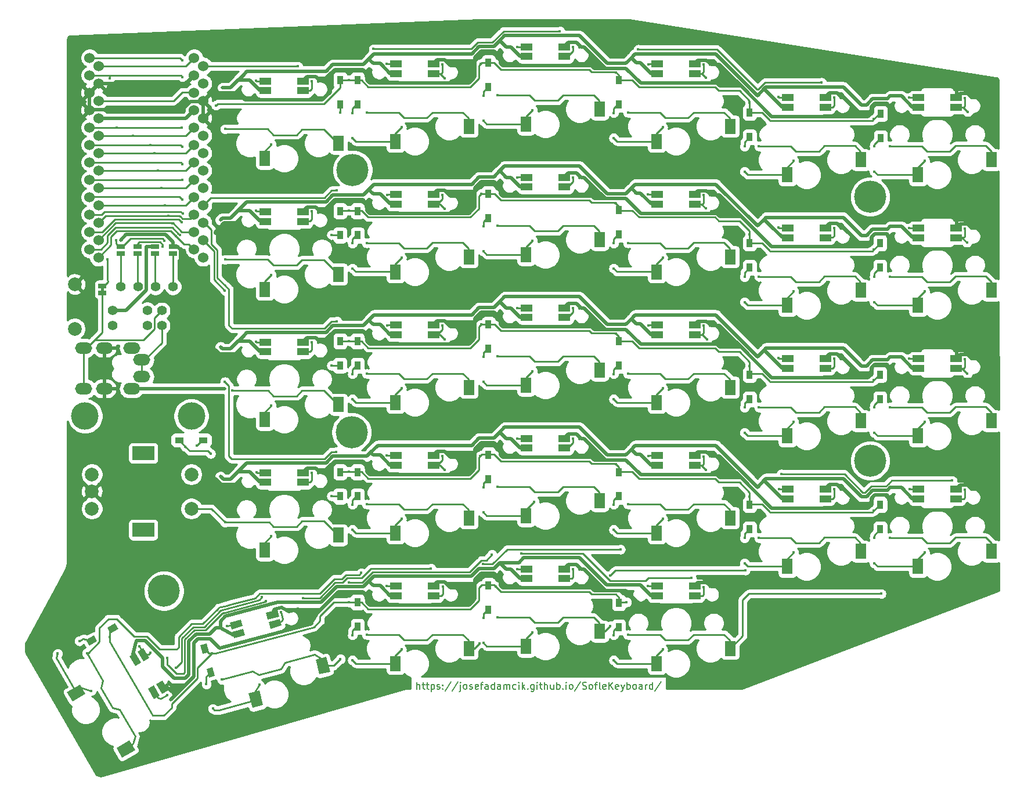
<source format=gtl>
G04 #@! TF.GenerationSoftware,KiCad,Pcbnew,(5.1.9-0-10_14)*
G04 #@! TF.CreationDate,2021-08-07T17:29:24-06:00*
G04 #@! TF.ProjectId,SofleKeyboard,536f666c-654b-4657-9962-6f6172642e6b,rev?*
G04 #@! TF.SameCoordinates,Original*
G04 #@! TF.FileFunction,Copper,L1,Top*
G04 #@! TF.FilePolarity,Positive*
%FSLAX46Y46*%
G04 Gerber Fmt 4.6, Leading zero omitted, Abs format (unit mm)*
G04 Created by KiCad (PCBNEW (5.1.9-0-10_14)) date 2021-08-07 17:29:24*
%MOMM*%
%LPD*%
G01*
G04 APERTURE LIST*
G04 #@! TA.AperFunction,NonConductor*
%ADD10C,0.150000*%
G04 #@! TD*
G04 #@! TA.AperFunction,EtchedComponent*
%ADD11C,0.100000*%
G04 #@! TD*
G04 #@! TA.AperFunction,SMDPad,CuDef*
%ADD12R,1.700000X1.000000*%
G04 #@! TD*
G04 #@! TA.AperFunction,SMDPad,CuDef*
%ADD13R,1.600000X2.200000*%
G04 #@! TD*
G04 #@! TA.AperFunction,SMDPad,CuDef*
%ADD14C,0.100000*%
G04 #@! TD*
G04 #@! TA.AperFunction,SMDPad,CuDef*
%ADD15R,0.950000X1.300000*%
G04 #@! TD*
G04 #@! TA.AperFunction,SMDPad,CuDef*
%ADD16R,1.300000X0.950000*%
G04 #@! TD*
G04 #@! TA.AperFunction,ComponentPad*
%ADD17C,1.524000*%
G04 #@! TD*
G04 #@! TA.AperFunction,ComponentPad*
%ADD18C,4.000000*%
G04 #@! TD*
G04 #@! TA.AperFunction,ComponentPad*
%ADD19C,1.397000*%
G04 #@! TD*
G04 #@! TA.AperFunction,SMDPad,CuDef*
%ADD20R,1.143000X0.635000*%
G04 #@! TD*
G04 #@! TA.AperFunction,ComponentPad*
%ADD21C,2.000000*%
G04 #@! TD*
G04 #@! TA.AperFunction,ComponentPad*
%ADD22C,4.700000*%
G04 #@! TD*
G04 #@! TA.AperFunction,ComponentPad*
%ADD23R,3.200000X2.000000*%
G04 #@! TD*
G04 #@! TA.AperFunction,ComponentPad*
%ADD24O,2.500000X1.700000*%
G04 #@! TD*
G04 #@! TA.AperFunction,ViaPad*
%ADD25C,0.400000*%
G04 #@! TD*
G04 #@! TA.AperFunction,Conductor*
%ADD26C,0.250000*%
G04 #@! TD*
G04 #@! TA.AperFunction,Conductor*
%ADD27C,0.500000*%
G04 #@! TD*
G04 #@! TA.AperFunction,Conductor*
%ADD28C,0.254000*%
G04 #@! TD*
G04 #@! TA.AperFunction,Conductor*
%ADD29C,0.100000*%
G04 #@! TD*
G04 APERTURE END LIST*
D10*
X139927334Y-133337020D02*
X139927334Y-132337020D01*
X140355905Y-133337020D02*
X140355905Y-132813211D01*
X140308286Y-132717973D01*
X140213048Y-132670354D01*
X140070191Y-132670354D01*
X139974953Y-132717973D01*
X139927334Y-132765592D01*
X140689239Y-132670354D02*
X141070191Y-132670354D01*
X140832096Y-132337020D02*
X140832096Y-133194163D01*
X140879715Y-133289401D01*
X140974953Y-133337020D01*
X141070191Y-133337020D01*
X141260667Y-132670354D02*
X141641620Y-132670354D01*
X141403524Y-132337020D02*
X141403524Y-133194163D01*
X141451143Y-133289401D01*
X141546381Y-133337020D01*
X141641620Y-133337020D01*
X141974953Y-132670354D02*
X141974953Y-133670354D01*
X141974953Y-132717973D02*
X142070191Y-132670354D01*
X142260667Y-132670354D01*
X142355905Y-132717973D01*
X142403524Y-132765592D01*
X142451143Y-132860830D01*
X142451143Y-133146544D01*
X142403524Y-133241782D01*
X142355905Y-133289401D01*
X142260667Y-133337020D01*
X142070191Y-133337020D01*
X141974953Y-133289401D01*
X142832096Y-133289401D02*
X142927334Y-133337020D01*
X143117810Y-133337020D01*
X143213048Y-133289401D01*
X143260667Y-133194163D01*
X143260667Y-133146544D01*
X143213048Y-133051306D01*
X143117810Y-133003687D01*
X142974953Y-133003687D01*
X142879715Y-132956068D01*
X142832096Y-132860830D01*
X142832096Y-132813211D01*
X142879715Y-132717973D01*
X142974953Y-132670354D01*
X143117810Y-132670354D01*
X143213048Y-132717973D01*
X143689239Y-133241782D02*
X143736858Y-133289401D01*
X143689239Y-133337020D01*
X143641620Y-133289401D01*
X143689239Y-133241782D01*
X143689239Y-133337020D01*
X143689239Y-132717973D02*
X143736858Y-132765592D01*
X143689239Y-132813211D01*
X143641620Y-132765592D01*
X143689239Y-132717973D01*
X143689239Y-132813211D01*
X144879715Y-132289401D02*
X144022572Y-133575116D01*
X145927334Y-132289401D02*
X145070191Y-133575116D01*
X146260667Y-132670354D02*
X146260667Y-133527497D01*
X146213048Y-133622735D01*
X146117810Y-133670354D01*
X146070191Y-133670354D01*
X146260667Y-132337020D02*
X146213048Y-132384640D01*
X146260667Y-132432259D01*
X146308286Y-132384640D01*
X146260667Y-132337020D01*
X146260667Y-132432259D01*
X146879715Y-133337020D02*
X146784477Y-133289401D01*
X146736858Y-133241782D01*
X146689239Y-133146544D01*
X146689239Y-132860830D01*
X146736858Y-132765592D01*
X146784477Y-132717973D01*
X146879715Y-132670354D01*
X147022572Y-132670354D01*
X147117810Y-132717973D01*
X147165429Y-132765592D01*
X147213048Y-132860830D01*
X147213048Y-133146544D01*
X147165429Y-133241782D01*
X147117810Y-133289401D01*
X147022572Y-133337020D01*
X146879715Y-133337020D01*
X147594000Y-133289401D02*
X147689239Y-133337020D01*
X147879715Y-133337020D01*
X147974953Y-133289401D01*
X148022572Y-133194163D01*
X148022572Y-133146544D01*
X147974953Y-133051306D01*
X147879715Y-133003687D01*
X147736858Y-133003687D01*
X147641620Y-132956068D01*
X147594000Y-132860830D01*
X147594000Y-132813211D01*
X147641620Y-132717973D01*
X147736858Y-132670354D01*
X147879715Y-132670354D01*
X147974953Y-132717973D01*
X148832096Y-133289401D02*
X148736858Y-133337020D01*
X148546381Y-133337020D01*
X148451143Y-133289401D01*
X148403524Y-133194163D01*
X148403524Y-132813211D01*
X148451143Y-132717973D01*
X148546381Y-132670354D01*
X148736858Y-132670354D01*
X148832096Y-132717973D01*
X148879715Y-132813211D01*
X148879715Y-132908449D01*
X148403524Y-133003687D01*
X149165429Y-132670354D02*
X149546381Y-132670354D01*
X149308286Y-133337020D02*
X149308286Y-132479878D01*
X149355905Y-132384640D01*
X149451143Y-132337020D01*
X149546381Y-132337020D01*
X150308286Y-133337020D02*
X150308286Y-132813211D01*
X150260667Y-132717973D01*
X150165429Y-132670354D01*
X149974953Y-132670354D01*
X149879715Y-132717973D01*
X150308286Y-133289401D02*
X150213048Y-133337020D01*
X149974953Y-133337020D01*
X149879715Y-133289401D01*
X149832096Y-133194163D01*
X149832096Y-133098925D01*
X149879715Y-133003687D01*
X149974953Y-132956068D01*
X150213048Y-132956068D01*
X150308286Y-132908449D01*
X151213048Y-133337020D02*
X151213048Y-132337020D01*
X151213048Y-133289401D02*
X151117810Y-133337020D01*
X150927334Y-133337020D01*
X150832096Y-133289401D01*
X150784477Y-133241782D01*
X150736858Y-133146544D01*
X150736858Y-132860830D01*
X150784477Y-132765592D01*
X150832096Y-132717973D01*
X150927334Y-132670354D01*
X151117810Y-132670354D01*
X151213048Y-132717973D01*
X152117810Y-133337020D02*
X152117810Y-132813211D01*
X152070191Y-132717973D01*
X151974953Y-132670354D01*
X151784477Y-132670354D01*
X151689239Y-132717973D01*
X152117810Y-133289401D02*
X152022572Y-133337020D01*
X151784477Y-133337020D01*
X151689239Y-133289401D01*
X151641620Y-133194163D01*
X151641620Y-133098925D01*
X151689239Y-133003687D01*
X151784477Y-132956068D01*
X152022572Y-132956068D01*
X152117810Y-132908449D01*
X152594000Y-133337020D02*
X152594000Y-132670354D01*
X152594000Y-132765592D02*
X152641620Y-132717973D01*
X152736858Y-132670354D01*
X152879715Y-132670354D01*
X152974953Y-132717973D01*
X153022572Y-132813211D01*
X153022572Y-133337020D01*
X153022572Y-132813211D02*
X153070191Y-132717973D01*
X153165429Y-132670354D01*
X153308286Y-132670354D01*
X153403524Y-132717973D01*
X153451143Y-132813211D01*
X153451143Y-133337020D01*
X154355905Y-133289401D02*
X154260667Y-133337020D01*
X154070191Y-133337020D01*
X153974953Y-133289401D01*
X153927334Y-133241782D01*
X153879715Y-133146544D01*
X153879715Y-132860830D01*
X153927334Y-132765592D01*
X153974953Y-132717973D01*
X154070191Y-132670354D01*
X154260667Y-132670354D01*
X154355905Y-132717973D01*
X154784477Y-133337020D02*
X154784477Y-132670354D01*
X154784477Y-132337020D02*
X154736858Y-132384640D01*
X154784477Y-132432259D01*
X154832096Y-132384640D01*
X154784477Y-132337020D01*
X154784477Y-132432259D01*
X155260667Y-133337020D02*
X155260667Y-132337020D01*
X155355905Y-132956068D02*
X155641620Y-133337020D01*
X155641620Y-132670354D02*
X155260667Y-133051306D01*
X156070191Y-133241782D02*
X156117810Y-133289401D01*
X156070191Y-133337020D01*
X156022572Y-133289401D01*
X156070191Y-133241782D01*
X156070191Y-133337020D01*
X156974953Y-132670354D02*
X156974953Y-133479878D01*
X156927334Y-133575116D01*
X156879715Y-133622735D01*
X156784477Y-133670354D01*
X156641620Y-133670354D01*
X156546381Y-133622735D01*
X156974953Y-133289401D02*
X156879715Y-133337020D01*
X156689239Y-133337020D01*
X156594000Y-133289401D01*
X156546381Y-133241782D01*
X156498762Y-133146544D01*
X156498762Y-132860830D01*
X156546381Y-132765592D01*
X156594000Y-132717973D01*
X156689239Y-132670354D01*
X156879715Y-132670354D01*
X156974953Y-132717973D01*
X157451143Y-133337020D02*
X157451143Y-132670354D01*
X157451143Y-132337020D02*
X157403524Y-132384640D01*
X157451143Y-132432259D01*
X157498762Y-132384640D01*
X157451143Y-132337020D01*
X157451143Y-132432259D01*
X157784477Y-132670354D02*
X158165429Y-132670354D01*
X157927334Y-132337020D02*
X157927334Y-133194163D01*
X157974953Y-133289401D01*
X158070191Y-133337020D01*
X158165429Y-133337020D01*
X158498762Y-133337020D02*
X158498762Y-132337020D01*
X158927334Y-133337020D02*
X158927334Y-132813211D01*
X158879715Y-132717973D01*
X158784477Y-132670354D01*
X158641620Y-132670354D01*
X158546381Y-132717973D01*
X158498762Y-132765592D01*
X159832096Y-132670354D02*
X159832096Y-133337020D01*
X159403524Y-132670354D02*
X159403524Y-133194163D01*
X159451143Y-133289401D01*
X159546381Y-133337020D01*
X159689239Y-133337020D01*
X159784477Y-133289401D01*
X159832096Y-133241782D01*
X160308286Y-133337020D02*
X160308286Y-132337020D01*
X160308286Y-132717973D02*
X160403524Y-132670354D01*
X160594000Y-132670354D01*
X160689239Y-132717973D01*
X160736858Y-132765592D01*
X160784477Y-132860830D01*
X160784477Y-133146544D01*
X160736858Y-133241782D01*
X160689239Y-133289401D01*
X160594000Y-133337020D01*
X160403524Y-133337020D01*
X160308286Y-133289401D01*
X161213048Y-133241782D02*
X161260667Y-133289401D01*
X161213048Y-133337020D01*
X161165429Y-133289401D01*
X161213048Y-133241782D01*
X161213048Y-133337020D01*
X161689239Y-133337020D02*
X161689239Y-132670354D01*
X161689239Y-132337020D02*
X161641620Y-132384640D01*
X161689239Y-132432259D01*
X161736858Y-132384640D01*
X161689239Y-132337020D01*
X161689239Y-132432259D01*
X162308286Y-133337020D02*
X162213048Y-133289401D01*
X162165429Y-133241782D01*
X162117810Y-133146544D01*
X162117810Y-132860830D01*
X162165429Y-132765592D01*
X162213048Y-132717973D01*
X162308286Y-132670354D01*
X162451143Y-132670354D01*
X162546381Y-132717973D01*
X162594000Y-132765592D01*
X162641620Y-132860830D01*
X162641620Y-133146544D01*
X162594000Y-133241782D01*
X162546381Y-133289401D01*
X162451143Y-133337020D01*
X162308286Y-133337020D01*
X163784477Y-132289401D02*
X162927334Y-133575116D01*
X164070191Y-133289401D02*
X164213048Y-133337020D01*
X164451143Y-133337020D01*
X164546381Y-133289401D01*
X164594000Y-133241782D01*
X164641620Y-133146544D01*
X164641620Y-133051306D01*
X164594000Y-132956068D01*
X164546381Y-132908449D01*
X164451143Y-132860830D01*
X164260667Y-132813211D01*
X164165429Y-132765592D01*
X164117810Y-132717973D01*
X164070191Y-132622735D01*
X164070191Y-132527497D01*
X164117810Y-132432259D01*
X164165429Y-132384640D01*
X164260667Y-132337020D01*
X164498762Y-132337020D01*
X164641620Y-132384640D01*
X165213048Y-133337020D02*
X165117810Y-133289401D01*
X165070191Y-133241782D01*
X165022572Y-133146544D01*
X165022572Y-132860830D01*
X165070191Y-132765592D01*
X165117810Y-132717973D01*
X165213048Y-132670354D01*
X165355905Y-132670354D01*
X165451143Y-132717973D01*
X165498762Y-132765592D01*
X165546381Y-132860830D01*
X165546381Y-133146544D01*
X165498762Y-133241782D01*
X165451143Y-133289401D01*
X165355905Y-133337020D01*
X165213048Y-133337020D01*
X165832096Y-132670354D02*
X166213048Y-132670354D01*
X165974953Y-133337020D02*
X165974953Y-132479878D01*
X166022572Y-132384640D01*
X166117810Y-132337020D01*
X166213048Y-132337020D01*
X166689239Y-133337020D02*
X166594000Y-133289401D01*
X166546381Y-133194163D01*
X166546381Y-132337020D01*
X167451143Y-133289401D02*
X167355905Y-133337020D01*
X167165429Y-133337020D01*
X167070191Y-133289401D01*
X167022572Y-133194163D01*
X167022572Y-132813211D01*
X167070191Y-132717973D01*
X167165429Y-132670354D01*
X167355905Y-132670354D01*
X167451143Y-132717973D01*
X167498762Y-132813211D01*
X167498762Y-132908449D01*
X167022572Y-133003687D01*
X167927334Y-133337020D02*
X167927334Y-132337020D01*
X168498762Y-133337020D02*
X168070191Y-132765592D01*
X168498762Y-132337020D02*
X167927334Y-132908449D01*
X169308286Y-133289401D02*
X169213048Y-133337020D01*
X169022572Y-133337020D01*
X168927334Y-133289401D01*
X168879715Y-133194163D01*
X168879715Y-132813211D01*
X168927334Y-132717973D01*
X169022572Y-132670354D01*
X169213048Y-132670354D01*
X169308286Y-132717973D01*
X169355905Y-132813211D01*
X169355905Y-132908449D01*
X168879715Y-133003687D01*
X169689239Y-132670354D02*
X169927334Y-133337020D01*
X170165429Y-132670354D02*
X169927334Y-133337020D01*
X169832096Y-133575116D01*
X169784477Y-133622735D01*
X169689239Y-133670354D01*
X170546381Y-133337020D02*
X170546381Y-132337020D01*
X170546381Y-132717973D02*
X170641620Y-132670354D01*
X170832096Y-132670354D01*
X170927334Y-132717973D01*
X170974953Y-132765592D01*
X171022572Y-132860830D01*
X171022572Y-133146544D01*
X170974953Y-133241782D01*
X170927334Y-133289401D01*
X170832096Y-133337020D01*
X170641620Y-133337020D01*
X170546381Y-133289401D01*
X171594000Y-133337020D02*
X171498762Y-133289401D01*
X171451143Y-133241782D01*
X171403524Y-133146544D01*
X171403524Y-132860830D01*
X171451143Y-132765592D01*
X171498762Y-132717973D01*
X171594000Y-132670354D01*
X171736858Y-132670354D01*
X171832096Y-132717973D01*
X171879715Y-132765592D01*
X171927334Y-132860830D01*
X171927334Y-133146544D01*
X171879715Y-133241782D01*
X171832096Y-133289401D01*
X171736858Y-133337020D01*
X171594000Y-133337020D01*
X172784477Y-133337020D02*
X172784477Y-132813211D01*
X172736858Y-132717973D01*
X172641619Y-132670354D01*
X172451143Y-132670354D01*
X172355905Y-132717973D01*
X172784477Y-133289401D02*
X172689239Y-133337020D01*
X172451143Y-133337020D01*
X172355905Y-133289401D01*
X172308286Y-133194163D01*
X172308286Y-133098925D01*
X172355905Y-133003687D01*
X172451143Y-132956068D01*
X172689239Y-132956068D01*
X172784477Y-132908449D01*
X173260667Y-133337020D02*
X173260667Y-132670354D01*
X173260667Y-132860830D02*
X173308286Y-132765592D01*
X173355905Y-132717973D01*
X173451143Y-132670354D01*
X173546381Y-132670354D01*
X174308286Y-133337020D02*
X174308286Y-132337020D01*
X174308286Y-133289401D02*
X174213048Y-133337020D01*
X174022572Y-133337020D01*
X173927334Y-133289401D01*
X173879715Y-133241782D01*
X173832096Y-133146544D01*
X173832096Y-132860830D01*
X173879715Y-132765592D01*
X173927334Y-132717973D01*
X174022572Y-132670354D01*
X174213048Y-132670354D01*
X174308286Y-132717973D01*
X175498762Y-132289401D02*
X174641619Y-133575116D01*
D11*
G36*
X94150000Y-74800000D02*
G01*
X94150000Y-75200000D01*
X93850000Y-75200000D01*
X93850000Y-74800000D01*
X94150000Y-74800000D01*
G37*
X94150000Y-74800000D02*
X94150000Y-75200000D01*
X93850000Y-75200000D01*
X93850000Y-74800000D01*
X94150000Y-74800000D01*
D12*
X180450000Y-119701000D03*
X174950000Y-119701000D03*
X180450000Y-118301000D03*
X174950000Y-118301000D03*
D13*
X174900000Y-129600000D03*
X185600000Y-127400000D03*
D12*
X161400000Y-117201000D03*
X155900000Y-117201000D03*
X161400000Y-115801000D03*
X155900000Y-115801000D03*
D13*
X155850000Y-127100000D03*
X166550000Y-124900000D03*
D12*
X142350000Y-119701000D03*
X136850000Y-119701000D03*
X142350000Y-118301000D03*
X136850000Y-118301000D03*
D13*
X136800000Y-129600000D03*
X147500000Y-127400000D03*
G04 #@! TA.AperFunction,SMDPad,CuDef*
D14*
G36*
X119912906Y-123122551D02*
G01*
X120171725Y-124088477D01*
X118529652Y-124528469D01*
X118270833Y-123562543D01*
X119912906Y-123122551D01*
G37*
G04 #@! TD.AperFunction*
G04 #@! TA.AperFunction,SMDPad,CuDef*
G36*
X114600314Y-124546056D02*
G01*
X114859133Y-125511982D01*
X113217060Y-125951974D01*
X112958241Y-124986048D01*
X114600314Y-124546056D01*
G37*
G04 #@! TD.AperFunction*
G04 #@! TA.AperFunction,SMDPad,CuDef*
G36*
X119550559Y-121770255D02*
G01*
X119809378Y-122736181D01*
X118167305Y-123176173D01*
X117908486Y-122210247D01*
X119550559Y-121770255D01*
G37*
G04 #@! TD.AperFunction*
G04 #@! TA.AperFunction,SMDPad,CuDef*
G36*
X114237967Y-123193760D02*
G01*
X114496786Y-124159686D01*
X112854713Y-124599678D01*
X112595894Y-123633752D01*
X114237967Y-123193760D01*
G37*
G04 #@! TD.AperFunction*
G04 #@! TA.AperFunction,SMDPad,CuDef*
G36*
X116910480Y-133554082D02*
G01*
X117479882Y-135679119D01*
X115934400Y-136093230D01*
X115364998Y-133968193D01*
X116910480Y-133554082D01*
G37*
G04 #@! TD.AperFunction*
G04 #@! TA.AperFunction,SMDPad,CuDef*
G36*
X126676484Y-128659681D02*
G01*
X127245886Y-130784718D01*
X125700404Y-131198829D01*
X125131002Y-129073792D01*
X126676484Y-128659681D01*
G37*
G04 #@! TD.AperFunction*
G04 #@! TA.AperFunction,SMDPad,CuDef*
G36*
X102406249Y-134268192D02*
G01*
X101540223Y-134768192D01*
X100690223Y-133295948D01*
X101556249Y-132795948D01*
X102406249Y-134268192D01*
G37*
G04 #@! TD.AperFunction*
G04 #@! TA.AperFunction,SMDPad,CuDef*
G36*
X99656249Y-129505052D02*
G01*
X98790223Y-130005052D01*
X97940223Y-128532808D01*
X98806249Y-128032808D01*
X99656249Y-129505052D01*
G37*
G04 #@! TD.AperFunction*
G04 #@! TA.AperFunction,SMDPad,CuDef*
G36*
X103618684Y-133568192D02*
G01*
X102752658Y-134068192D01*
X101902658Y-132595948D01*
X102768684Y-132095948D01*
X103618684Y-133568192D01*
G37*
G04 #@! TD.AperFunction*
G04 #@! TA.AperFunction,SMDPad,CuDef*
G36*
X100868684Y-128805052D02*
G01*
X100002658Y-129305052D01*
X99152658Y-127832808D01*
X100018684Y-127332808D01*
X100868684Y-128805052D01*
G37*
G04 #@! TD.AperFunction*
G04 #@! TA.AperFunction,SMDPad,CuDef*
G36*
X91553078Y-134067949D02*
G01*
X89647822Y-135167949D01*
X88847822Y-133782309D01*
X90753078Y-132682309D01*
X91553078Y-134067949D01*
G37*
G04 #@! TD.AperFunction*
G04 #@! TA.AperFunction,SMDPad,CuDef*
G36*
X98808334Y-142234421D02*
G01*
X96903078Y-143334421D01*
X96103078Y-141948781D01*
X98008334Y-140848781D01*
X98808334Y-142234421D01*
G37*
G04 #@! TD.AperFunction*
D12*
X218550000Y-105551000D03*
X213050000Y-105551000D03*
X218550000Y-104151000D03*
X213050000Y-104151000D03*
D13*
X213000000Y-115450000D03*
X223700000Y-113250000D03*
D12*
X199500000Y-105551000D03*
X194000000Y-105551000D03*
X199500000Y-104151000D03*
X194000000Y-104151000D03*
D13*
X193950000Y-115450000D03*
X204650000Y-113250000D03*
D12*
X180450000Y-100651000D03*
X174950000Y-100651000D03*
X180450000Y-99251000D03*
X174950000Y-99251000D03*
D13*
X174900000Y-110550000D03*
X185600000Y-108350000D03*
D12*
X161400000Y-98151000D03*
X155900000Y-98151000D03*
X161400000Y-96751000D03*
X155900000Y-96751000D03*
D13*
X155850000Y-108050000D03*
X166550000Y-105850000D03*
D12*
X142350000Y-100651000D03*
X136850000Y-100651000D03*
X142350000Y-99251000D03*
X136850000Y-99251000D03*
D13*
X136800000Y-110550000D03*
X147500000Y-108350000D03*
D12*
X123300000Y-103151000D03*
X117800000Y-103151000D03*
X123300000Y-101751000D03*
X117800000Y-101751000D03*
D13*
X117750000Y-113050000D03*
X128450000Y-110850000D03*
D12*
X218550000Y-86501000D03*
X213050000Y-86501000D03*
X218550000Y-85101000D03*
X213050000Y-85101000D03*
D13*
X213000000Y-96400000D03*
X223700000Y-94200000D03*
D12*
X199500000Y-86501000D03*
X194000000Y-86501000D03*
X199500000Y-85101000D03*
X194000000Y-85101000D03*
D13*
X193950000Y-96400000D03*
X204650000Y-94200000D03*
D12*
X180450000Y-81601000D03*
X174950000Y-81601000D03*
X180450000Y-80201000D03*
X174950000Y-80201000D03*
D13*
X174900000Y-91500000D03*
X185600000Y-89300000D03*
D12*
X161400000Y-79101000D03*
X155900000Y-79101000D03*
X161400000Y-77701000D03*
X155900000Y-77701000D03*
D13*
X155850000Y-89000000D03*
X166550000Y-86800000D03*
D12*
X142350000Y-81601000D03*
X136850000Y-81601000D03*
X142350000Y-80201000D03*
X136850000Y-80201000D03*
D13*
X136800000Y-91500000D03*
X147500000Y-89300000D03*
D12*
X123300000Y-84101000D03*
X117800000Y-84101000D03*
X123300000Y-82701000D03*
X117800000Y-82701000D03*
D13*
X117750000Y-94000000D03*
X128450000Y-91800000D03*
D12*
X218550000Y-67451000D03*
X213050000Y-67451000D03*
X218550000Y-66051000D03*
X213050000Y-66051000D03*
D13*
X213000000Y-77350000D03*
X223700000Y-75150000D03*
D12*
X199500000Y-67451000D03*
X194000000Y-67451000D03*
X199500000Y-66051000D03*
X194000000Y-66051000D03*
D13*
X193950000Y-77350000D03*
X204650000Y-75150000D03*
D12*
X180450000Y-62551000D03*
X174950000Y-62551000D03*
X180450000Y-61151000D03*
X174950000Y-61151000D03*
D13*
X174900000Y-72450000D03*
X185600000Y-70250000D03*
D12*
X161400000Y-60051000D03*
X155900000Y-60051000D03*
X161400000Y-58651000D03*
X155900000Y-58651000D03*
D13*
X155850000Y-69950000D03*
X166550000Y-67750000D03*
D12*
X142350000Y-62551000D03*
X136850000Y-62551000D03*
X142350000Y-61151000D03*
X136850000Y-61151000D03*
D13*
X136800000Y-72450000D03*
X147500000Y-70250000D03*
D12*
X123300000Y-65101000D03*
X117800000Y-65101000D03*
X123300000Y-63701000D03*
X117800000Y-63701000D03*
D13*
X117750000Y-75000000D03*
X128450000Y-72800000D03*
D12*
X218550000Y-48401000D03*
X213050000Y-48401000D03*
X218550000Y-47001000D03*
X213050000Y-47001000D03*
D13*
X213000000Y-58300000D03*
X223700000Y-56100000D03*
D12*
X199500000Y-48401000D03*
X194000000Y-48401000D03*
X199500000Y-47001000D03*
X194000000Y-47001000D03*
D13*
X193950000Y-58300000D03*
X204650000Y-56100000D03*
D12*
X180450000Y-43501000D03*
X174950000Y-43501000D03*
X180450000Y-42101000D03*
X174950000Y-42101000D03*
D13*
X174900000Y-53400000D03*
X185600000Y-51200000D03*
D12*
X161400000Y-41001000D03*
X155900000Y-41001000D03*
X161400000Y-39601000D03*
X155900000Y-39601000D03*
D13*
X155850000Y-50900000D03*
X166550000Y-48700000D03*
D12*
X142350000Y-43501000D03*
X136850000Y-43501000D03*
X142350000Y-42101000D03*
X136850000Y-42101000D03*
D13*
X136800000Y-53400000D03*
X147500000Y-51200000D03*
D12*
X123300000Y-46001000D03*
X117800000Y-46001000D03*
X123300000Y-44601000D03*
X117800000Y-44601000D03*
D13*
X117750000Y-55900000D03*
X128450000Y-53700000D03*
D15*
X169345000Y-120755000D03*
X169345000Y-124305000D03*
X150345000Y-121795000D03*
X150345000Y-118245000D03*
X131245000Y-120655000D03*
X131245000Y-124205000D03*
G04 #@! TA.AperFunction,SMDPad,CuDef*
D14*
G36*
X108287549Y-126941569D02*
G01*
X109205178Y-126695691D01*
X109541643Y-127951395D01*
X108624014Y-128197273D01*
X108287549Y-126941569D01*
G37*
G04 #@! TD.AperFunction*
G04 #@! TA.AperFunction,SMDPad,CuDef*
G36*
X109206357Y-130370605D02*
G01*
X110123986Y-130124727D01*
X110460451Y-131380431D01*
X109542822Y-131626309D01*
X109206357Y-130370605D01*
G37*
G04 #@! TD.AperFunction*
G04 #@! TA.AperFunction,SMDPad,CuDef*
G36*
X95869612Y-123727138D02*
G01*
X96344612Y-124549862D01*
X95218778Y-125199862D01*
X94743778Y-124377138D01*
X95869612Y-123727138D01*
G37*
G04 #@! TD.AperFunction*
G04 #@! TA.AperFunction,SMDPad,CuDef*
G36*
X92795222Y-125502138D02*
G01*
X93270222Y-126324862D01*
X92144388Y-126974862D01*
X91669388Y-126152138D01*
X92795222Y-125502138D01*
G37*
G04 #@! TD.AperFunction*
D16*
X105225000Y-97000000D03*
X108775000Y-97000000D03*
D15*
X207495000Y-106455000D03*
X207495000Y-110005000D03*
X188445000Y-106455000D03*
X188445000Y-110005000D03*
X169345000Y-101655000D03*
X169345000Y-105205000D03*
X150345000Y-99145000D03*
X150345000Y-102695000D03*
X131245000Y-101655000D03*
X131245000Y-105205000D03*
X128705000Y-105205000D03*
X128705000Y-101655000D03*
X207445000Y-87455000D03*
X207445000Y-91005000D03*
X188445000Y-87455000D03*
X188445000Y-91005000D03*
X169345000Y-82555000D03*
X169345000Y-86105000D03*
X150345000Y-80145000D03*
X150345000Y-83695000D03*
X131245000Y-82555000D03*
X131245000Y-86105000D03*
X128705000Y-86105000D03*
X128705000Y-82555000D03*
X207445000Y-68255000D03*
X207445000Y-71805000D03*
X188445000Y-68255000D03*
X188445000Y-71805000D03*
X169345000Y-63455000D03*
X169345000Y-67005000D03*
X150345000Y-61045000D03*
X150345000Y-64595000D03*
X131245000Y-63555000D03*
X131245000Y-67105000D03*
X128705000Y-67105000D03*
X128705000Y-63555000D03*
X207545000Y-49355000D03*
X207545000Y-52905000D03*
X188445000Y-49225000D03*
X188445000Y-52775000D03*
X169345000Y-44455000D03*
X169345000Y-48005000D03*
X150345000Y-41955000D03*
X150345000Y-45505000D03*
X131245000Y-44455000D03*
X131245000Y-48005000D03*
X128705000Y-48002000D03*
X128705000Y-44452000D03*
D17*
X93478815Y-47505745D03*
X108718815Y-65285745D03*
X93478815Y-57665745D03*
X108718815Y-55125745D03*
X108718815Y-50045745D03*
X93478815Y-67825745D03*
X108718815Y-47505745D03*
X108718815Y-42425745D03*
X93478815Y-62745745D03*
X108718815Y-70365745D03*
X93478815Y-55125745D03*
X93478815Y-44965745D03*
X93478815Y-50045745D03*
X93478815Y-52585745D03*
X93478815Y-65285745D03*
X93478815Y-60205745D03*
X108718815Y-62745745D03*
X108718815Y-60205745D03*
X93478815Y-70365745D03*
X108718815Y-67825745D03*
X108718815Y-44965745D03*
X93478815Y-42425745D03*
X108718815Y-57665745D03*
X108718815Y-52585745D03*
X92180000Y-41230000D03*
X92180000Y-43770000D03*
X92180000Y-46310000D03*
X92180000Y-48850000D03*
X92180000Y-51390000D03*
X92180000Y-53930000D03*
X92180000Y-56470000D03*
X92180000Y-59010000D03*
X92180000Y-61550000D03*
X92180000Y-64090000D03*
X92180000Y-66630000D03*
X92180000Y-69170000D03*
X107420000Y-69170000D03*
X107420000Y-66630000D03*
X107420000Y-64090000D03*
X107420000Y-61550000D03*
X107420000Y-59010000D03*
X107420000Y-56470000D03*
X107420000Y-53930000D03*
X107420000Y-51390000D03*
X107420000Y-48850000D03*
X107420000Y-46310000D03*
X107420000Y-43770000D03*
X107420000Y-41230000D03*
D18*
X107000000Y-93500000D03*
X91500000Y-93500000D03*
D19*
X104320000Y-74600000D03*
X101780000Y-74600000D03*
X99240000Y-74600000D03*
X96700000Y-74600000D03*
D20*
X94000000Y-74499620D03*
X94000000Y-75500380D03*
D21*
X90000000Y-80750000D03*
X90000000Y-74250000D03*
D20*
X96700000Y-68799620D03*
X96700000Y-69800380D03*
X99200000Y-68799620D03*
X99200000Y-69800380D03*
X101700000Y-68799620D03*
X101700000Y-69800380D03*
X104300000Y-68799620D03*
X104300000Y-69800380D03*
D19*
X100579272Y-80311965D03*
X95499272Y-80311965D03*
X100579272Y-78061965D03*
X95499272Y-78061965D03*
X102700000Y-78100000D03*
X102700000Y-80300000D03*
D22*
X206000000Y-100000000D03*
X130375120Y-95852640D03*
X130527120Y-57573640D03*
D21*
X107000000Y-107000000D03*
X107000000Y-102000000D03*
D23*
X100000000Y-110100000D03*
X100000000Y-98900000D03*
D21*
X92500000Y-107000000D03*
X92500000Y-104500000D03*
X92500000Y-102000000D03*
D22*
X103000000Y-119000000D03*
X206000000Y-61500000D03*
D24*
X98300000Y-89500000D03*
X99800000Y-85300000D03*
X91300000Y-89500000D03*
X94300000Y-89500000D03*
X91300000Y-83550000D03*
X94300000Y-83550000D03*
X98300000Y-83550000D03*
X99800000Y-87750000D03*
D25*
X118674000Y-53861000D03*
X128705000Y-49210360D03*
X170485000Y-120655000D03*
X151412407Y-118391593D03*
X130002940Y-120654080D03*
X105327833Y-67072169D03*
X110034374Y-128119626D03*
X95141015Y-125740985D03*
X109826120Y-98975640D03*
X106143120Y-97959640D03*
X137674000Y-51361000D03*
X130506000Y-52919000D03*
X130506000Y-49252000D03*
X156774000Y-48861000D03*
X149606000Y-50419000D03*
X149606000Y-46752000D03*
X105700000Y-59000000D03*
X206556000Y-50167000D03*
X130002940Y-44454080D03*
X149217240Y-42100760D03*
X168907000Y-43381990D03*
X188445000Y-47800520D03*
X110602000Y-48150240D03*
X175774000Y-51361000D03*
X168606000Y-52919000D03*
X168606000Y-49252000D03*
X206556000Y-69203500D03*
X130002940Y-63490580D03*
X105700000Y-61900000D03*
X149309500Y-61045000D03*
X168881120Y-62418490D03*
X188445000Y-67006400D03*
X128241120Y-60586489D03*
X187706000Y-54152000D03*
X187706000Y-57819000D03*
X194874000Y-56261000D03*
X206556000Y-88267000D03*
X130002940Y-82554080D03*
X149266320Y-80145000D03*
X168907000Y-81481990D03*
X188445000Y-86238340D03*
X105732756Y-63957326D03*
X128241120Y-79646240D03*
X213974000Y-56261000D03*
X206615500Y-57819000D03*
X206615500Y-54152000D03*
X206556000Y-107317000D03*
X130002940Y-101604080D03*
X105600000Y-65200000D03*
X149138500Y-99329500D03*
X168907000Y-100531990D03*
X188445000Y-105255320D03*
X128139520Y-98699989D03*
X111902000Y-75175840D03*
X111902000Y-88498138D03*
X118674000Y-72897500D03*
X127462940Y-67046580D03*
X137674000Y-70397500D03*
X130506000Y-71955500D03*
X130506000Y-68288500D03*
X156774000Y-67897500D03*
X149606000Y-69455500D03*
X149606000Y-65788500D03*
X175774000Y-70397500D03*
X168606000Y-71955500D03*
X168606000Y-68288500D03*
X187706000Y-73188500D03*
X187706000Y-76855500D03*
X194874000Y-75297500D03*
X213974000Y-75297500D03*
X206615500Y-76855500D03*
X206615500Y-73188500D03*
X118674000Y-91961000D03*
X127462940Y-86110080D03*
X137674000Y-89461000D03*
X130506000Y-91019000D03*
X130506000Y-87352000D03*
X156774000Y-86961000D03*
X149606000Y-88519000D03*
X149606000Y-84852000D03*
X175774000Y-89461000D03*
X168606000Y-91019000D03*
X168606000Y-87352000D03*
X187706000Y-92252000D03*
X187706000Y-95919000D03*
X194874000Y-94361000D03*
X213974000Y-94361000D03*
X206615500Y-95919000D03*
X206615500Y-92252000D03*
X118674000Y-111011000D03*
X127462940Y-105160080D03*
X137674000Y-108511000D03*
X130506000Y-110069000D03*
X130506000Y-106402000D03*
X149606000Y-107569000D03*
X149606000Y-103902000D03*
X157023630Y-106011000D03*
X175774000Y-108511000D03*
X168606000Y-110069000D03*
X168606000Y-106402000D03*
X187706000Y-111302000D03*
X187706000Y-114969000D03*
X194874000Y-113411000D03*
X213974000Y-113411000D03*
X206615500Y-114969000D03*
X206615500Y-111302000D03*
X92434759Y-133580730D03*
X87501492Y-128152060D03*
X90677207Y-126318560D03*
X109191120Y-132630640D03*
X116910669Y-132704788D03*
X110143620Y-136186640D03*
X137674000Y-127561000D03*
X130506000Y-129119000D03*
X130506000Y-125452000D03*
X98999004Y-126216015D03*
X111252089Y-124365260D03*
X153610002Y-115824000D03*
X172498998Y-118110000D03*
X134520000Y-118239000D03*
X134520000Y-99189000D03*
X153610002Y-96774000D03*
X210566000Y-103929998D03*
X172498998Y-99060000D03*
X191548499Y-103909501D03*
X115470000Y-101602000D03*
X134520000Y-80139000D03*
X153610002Y-77724000D03*
X210566000Y-84879998D03*
X172498998Y-80010000D03*
X191548499Y-84859501D03*
X115470000Y-82552000D03*
X134520000Y-61075500D03*
X153610002Y-58660500D03*
X210566000Y-65816498D03*
X172498998Y-60946500D03*
X191548499Y-65796001D03*
X115470000Y-63488500D03*
X100400008Y-68800000D03*
X100400000Y-50045745D03*
X153610002Y-39624000D03*
X210566000Y-46779998D03*
X172498998Y-41910000D03*
X191548499Y-46759501D03*
X111560000Y-45595000D03*
X111252000Y-83407000D03*
X111252000Y-102330000D03*
X115470000Y-44452000D03*
X134520000Y-42039000D03*
X111252000Y-64873000D03*
X111959443Y-122729443D03*
X111827640Y-89501440D03*
X103959570Y-134905964D03*
X120929824Y-121822845D03*
X163845008Y-115837998D03*
X182782000Y-118364000D03*
X144526000Y-118287998D03*
X182782000Y-99314000D03*
X125663998Y-101600000D03*
X144526000Y-99237998D03*
X220823998Y-104140000D03*
X163845008Y-96787998D03*
X201876002Y-104187998D03*
X182782000Y-80264000D03*
X125663998Y-82550000D03*
X144526000Y-80187998D03*
X220823998Y-85090000D03*
X163845008Y-77737998D03*
X201876002Y-85137998D03*
X182782000Y-61200500D03*
X125663998Y-63486500D03*
X144526000Y-61124498D03*
X220823998Y-66026500D03*
X163845008Y-58674498D03*
X201876002Y-66074498D03*
X96700000Y-67800000D03*
X96900000Y-48800000D03*
X96900000Y-44965745D03*
X125663998Y-44450000D03*
X144526000Y-42087998D03*
X220823998Y-46990000D03*
X110497745Y-102591745D03*
X110497745Y-83795745D03*
X201876002Y-47037998D03*
X182782000Y-42164000D03*
X163845008Y-39637998D03*
X110497745Y-66794255D03*
X109755000Y-125986000D03*
X110497745Y-76605745D03*
X104936620Y-124248640D03*
X149767620Y-36745640D03*
X115223620Y-57637140D03*
X115287120Y-113771140D03*
X114271120Y-75607640D03*
X125116920Y-96867440D03*
X170692000Y-125404000D03*
X208892000Y-111254000D03*
X208892000Y-92204000D03*
X208892000Y-73140500D03*
X208892000Y-54104000D03*
X102117351Y-57700640D03*
X207616120Y-119422640D03*
X151692000Y-122904000D03*
X189792000Y-111254000D03*
X189792000Y-92204000D03*
X189792000Y-73140500D03*
X189792000Y-54104000D03*
X102642351Y-60240640D03*
X168119120Y-124121640D03*
X168119120Y-116755640D03*
X187804120Y-115993640D03*
X132592000Y-125404000D03*
X170692000Y-106354000D03*
X170692000Y-87304000D03*
X170692000Y-68240500D03*
X170692000Y-49204000D03*
X103167351Y-62780640D03*
X149007881Y-126666503D03*
X169579620Y-112945640D03*
X149513620Y-115104640D03*
X111443561Y-131936606D03*
X151692000Y-103854000D03*
X151692000Y-84804000D03*
X151692000Y-65740500D03*
X151692000Y-46704000D03*
X103692351Y-64287640D03*
X130019120Y-117749989D03*
X128749120Y-128947640D03*
X150844181Y-113704701D03*
X91761776Y-128101089D03*
X132592000Y-106354000D03*
X132592000Y-87304000D03*
X132592000Y-68240500D03*
X132592000Y-49204000D03*
X104217351Y-65373666D03*
X131797120Y-116374640D03*
X105600000Y-51400000D03*
X96100000Y-51390000D03*
X96050000Y-67805847D03*
X103100000Y-67900000D03*
X105700006Y-41600000D03*
X124602379Y-44592379D03*
X122526120Y-42460640D03*
X105700018Y-54200000D03*
X102826022Y-68770500D03*
X101050008Y-53930000D03*
X156774000Y-125061000D03*
X149606000Y-126619000D03*
X149606000Y-122952000D03*
X105699992Y-56700000D03*
X94800000Y-70600000D03*
X105700000Y-44000000D03*
X95100000Y-44200000D03*
X175774000Y-127561000D03*
X168606000Y-129119000D03*
X168606000Y-125452000D03*
X107775000Y-97775000D03*
X104742351Y-67229150D03*
X111921620Y-51604640D03*
X111921620Y-70654640D03*
X113001120Y-89768140D03*
X111921620Y-109008640D03*
X101588120Y-55125745D03*
X98514255Y-52585745D03*
X124602379Y-63628879D03*
X116471155Y-44512918D03*
X162650012Y-39629978D03*
X133575120Y-39920640D03*
X160753120Y-37325000D03*
X135480000Y-42079760D03*
X162650012Y-58666478D03*
X154525955Y-39620713D03*
X219807379Y-66123879D03*
X211721643Y-85116402D03*
X220125620Y-68178140D03*
X124602379Y-82692379D03*
X116471155Y-63549418D03*
X173577119Y-61105381D03*
X181700012Y-42213999D03*
X182089120Y-44111640D03*
X173647499Y-80239261D03*
X182025620Y-63161640D03*
X181708120Y-61256640D03*
X200762362Y-66080147D03*
X192622667Y-46914429D03*
X124602379Y-101742379D03*
X116471155Y-82612918D03*
X143989120Y-63247510D03*
X143608120Y-61183843D03*
X135543500Y-80243260D03*
X162650012Y-96779978D03*
X154525955Y-77720713D03*
X200762362Y-104193647D03*
X192622667Y-85014429D03*
X103468847Y-134174698D03*
X117319120Y-119930640D03*
X104746120Y-130217640D03*
X116493500Y-101706260D03*
X99446233Y-127058383D03*
X120096468Y-122107581D03*
X101063120Y-128058640D03*
X103491120Y-128820640D03*
X117904932Y-120463425D03*
X154525955Y-115820713D03*
X155165120Y-113534150D03*
X179930120Y-117073140D03*
X181729128Y-118427648D03*
X135473127Y-99222873D03*
X143989120Y-82311010D03*
X143608120Y-80247343D03*
X162650012Y-77729978D03*
X154525955Y-58657213D03*
X200762362Y-85143647D03*
X192622667Y-65950929D03*
X211721643Y-66052902D03*
X219807379Y-47087379D03*
X220252620Y-49128140D03*
X154525955Y-96770713D03*
X162650002Y-115829977D03*
X219807379Y-104237379D03*
X193074620Y-101968000D03*
X217966620Y-102912640D03*
X192749998Y-104182640D03*
X143989120Y-44211010D03*
X143600000Y-42194758D03*
X135550250Y-61186510D03*
X135473127Y-118272873D03*
X143989120Y-101361010D03*
X143629869Y-99314889D03*
X143678106Y-118359344D03*
X112181506Y-124151291D03*
X123288120Y-120039736D03*
X141957120Y-115739640D03*
X200762362Y-47043647D03*
X173647499Y-42139261D03*
X172183120Y-39992000D03*
X198916620Y-44818000D03*
X211721643Y-47016402D03*
X181700012Y-80313999D03*
X182216120Y-82311010D03*
X173647499Y-99289261D03*
X219807379Y-85187379D03*
X211743620Y-104166401D03*
X220189120Y-87291640D03*
X173577119Y-118268881D03*
X182089120Y-101325140D03*
X181729128Y-99377648D03*
D26*
X117700000Y-55900000D02*
X117700000Y-54835000D01*
X117700000Y-54835000D02*
X118674000Y-53861000D01*
X128705000Y-48002000D02*
X128705000Y-49210360D01*
X124904240Y-124263654D02*
X110513556Y-128119626D01*
X170485000Y-120655000D02*
X169345000Y-120655000D01*
X168907000Y-119507000D02*
X169345000Y-119945000D01*
X165354000Y-119507000D02*
X168907000Y-119507000D01*
X169345000Y-119945000D02*
X169345000Y-120655000D01*
X152195813Y-119174999D02*
X165021999Y-119174999D01*
X165021999Y-119174999D02*
X165354000Y-119507000D01*
X150345000Y-118155000D02*
X151175814Y-118155000D01*
X151412407Y-118391593D02*
X152195813Y-119174999D01*
X151175814Y-118155000D02*
X151412407Y-118391593D01*
X131831814Y-120655000D02*
X131245000Y-120655000D01*
X147711166Y-121636020D02*
X132812834Y-121636020D01*
X148965010Y-120382176D02*
X147711166Y-121636020D01*
X132812834Y-121636020D02*
X131831814Y-120655000D01*
X150345000Y-118155000D02*
X149363000Y-118155000D01*
X148965010Y-118552990D02*
X148965010Y-120382176D01*
X149363000Y-118155000D02*
X148965010Y-118552990D01*
X131242000Y-120652000D02*
X131245000Y-120655000D01*
X130000860Y-120652000D02*
X130002940Y-120654080D01*
X130000860Y-120652000D02*
X131242000Y-120652000D01*
X105300001Y-67100001D02*
X105300001Y-67100001D01*
X109587740Y-128119626D02*
X108914596Y-127446482D01*
X127786920Y-120654080D02*
X130002940Y-120654080D01*
X125780569Y-122660431D02*
X127786920Y-120654080D01*
X125780569Y-123387325D02*
X124904240Y-124263654D01*
X125780569Y-122660431D02*
X125780569Y-123387325D01*
X95141015Y-124866680D02*
X95544195Y-124463500D01*
X110034374Y-128119626D02*
X109587740Y-128119626D01*
X110513556Y-128119626D02*
X110034374Y-128119626D01*
X95141015Y-125740985D02*
X95141015Y-124866680D01*
X95141015Y-126436076D02*
X95141015Y-125740985D01*
X104211304Y-65955640D02*
X105127834Y-66872170D01*
X95985330Y-65955640D02*
X104211304Y-65955640D01*
X105127834Y-66872170D02*
X105327833Y-67072169D01*
X92180000Y-69170000D02*
X93830000Y-69170000D01*
X94800000Y-67140970D02*
X95985330Y-65955640D01*
X94800000Y-68200000D02*
X94800000Y-67140970D01*
X93830000Y-69170000D02*
X94800000Y-68200000D01*
X105225000Y-97000000D02*
X105225000Y-97041520D01*
X109445120Y-98594640D02*
X109826120Y-98975640D01*
X106778120Y-98594640D02*
X109445120Y-98594640D01*
X106143120Y-97959640D02*
X106778120Y-98594640D01*
X105225000Y-97041520D02*
X106143120Y-97959640D01*
X107917008Y-130236992D02*
X107917008Y-131761712D01*
X110034374Y-128119626D02*
X107917008Y-130236992D01*
X107917008Y-131761712D02*
X104161920Y-135516800D01*
X104161920Y-135516800D02*
X104161920Y-136034240D01*
X102986657Y-137209503D02*
X101361057Y-137209503D01*
X101361057Y-137209503D02*
X95141015Y-126436076D01*
X104161920Y-136034240D02*
X102986657Y-137209503D01*
X130506000Y-48614000D02*
X131245000Y-47875000D01*
X130506000Y-49252000D02*
X130506000Y-48614000D01*
X136700000Y-53400000D02*
X136700000Y-52787000D01*
X130987000Y-53400000D02*
X130506000Y-52919000D01*
X136700000Y-53400000D02*
X130987000Y-53400000D01*
X136700000Y-53400000D02*
X136700000Y-52335000D01*
X136700000Y-52335000D02*
X137674000Y-51361000D01*
X149606000Y-46114000D02*
X150345000Y-45375000D01*
X149606000Y-46752000D02*
X149606000Y-46114000D01*
X155800000Y-50900000D02*
X155800000Y-50287000D01*
X150087000Y-50900000D02*
X149606000Y-50419000D01*
X155800000Y-50900000D02*
X150087000Y-50900000D01*
X155800000Y-50900000D02*
X155800000Y-49835000D01*
X155800000Y-49835000D02*
X156774000Y-48861000D01*
X92180000Y-59010000D02*
X105690000Y-59010000D01*
X105690000Y-59010000D02*
X105700000Y-59000000D01*
X189612000Y-49225000D02*
X188445000Y-49225000D01*
X172296832Y-45436020D02*
X171315812Y-44455000D01*
X183373814Y-45436020D02*
X172296832Y-45436020D01*
X188445000Y-47475000D02*
X186944000Y-45974000D01*
X183911794Y-45974000D02*
X183373814Y-45436020D01*
X186944000Y-45974000D02*
X183911794Y-45974000D01*
X170485000Y-44455000D02*
X169345000Y-44455000D01*
X171315812Y-44455000D02*
X170485000Y-44455000D01*
X168907000Y-43307000D02*
X169345000Y-43745000D01*
X165354000Y-43307000D02*
X168907000Y-43307000D01*
X169345000Y-43745000D02*
X169345000Y-44455000D01*
X152195813Y-42974999D02*
X165021999Y-42974999D01*
X165021999Y-42974999D02*
X165354000Y-43307000D01*
X150345000Y-41955000D02*
X151175814Y-41955000D01*
X151412407Y-42191593D02*
X152195813Y-42974999D01*
X151175814Y-41955000D02*
X151412407Y-42191593D01*
X131831814Y-44455000D02*
X131245000Y-44455000D01*
X147711166Y-45436020D02*
X132812834Y-45436020D01*
X148965010Y-44182176D02*
X147711166Y-45436020D01*
X132812834Y-45436020D02*
X131831814Y-44455000D01*
X150345000Y-41955000D02*
X149363000Y-41955000D01*
X148965010Y-42352990D02*
X148965010Y-44182176D01*
X189612000Y-49225000D02*
X190247000Y-49225000D01*
X190247000Y-49225000D02*
X191344999Y-50322999D01*
X191344999Y-50322999D02*
X191344999Y-50374999D01*
X191344999Y-50374999D02*
X205997240Y-50374999D01*
X206348001Y-50374999D02*
X206556000Y-50167000D01*
X205997240Y-50374999D02*
X206348001Y-50374999D01*
X207368000Y-49355000D02*
X206556000Y-50167000D01*
X207545000Y-49355000D02*
X207368000Y-49355000D01*
X131242000Y-44452000D02*
X131245000Y-44455000D01*
X130000860Y-44452000D02*
X130002940Y-44454080D01*
X128705000Y-44452000D02*
X130000860Y-44452000D01*
X130000860Y-44452000D02*
X131242000Y-44452000D01*
X149217240Y-42100760D02*
X148965010Y-42352990D01*
X149363000Y-41955000D02*
X149217240Y-42100760D01*
X188445000Y-47800520D02*
X188445000Y-47475000D01*
X188445000Y-49225000D02*
X188445000Y-47800520D01*
X128705000Y-44452000D02*
X128705000Y-45590186D01*
X128705000Y-45590186D02*
X126359166Y-47936020D01*
X126359166Y-47936020D02*
X123364320Y-47936020D01*
X110816220Y-47936020D02*
X110602000Y-48150240D01*
X123364320Y-47936020D02*
X110816220Y-47936020D01*
X168606000Y-48614000D02*
X169345000Y-47875000D01*
X168606000Y-49252000D02*
X168606000Y-48614000D01*
X174800000Y-53400000D02*
X174800000Y-52787000D01*
X169087000Y-53400000D02*
X168606000Y-52919000D01*
X174800000Y-53400000D02*
X169087000Y-53400000D01*
X174800000Y-53400000D02*
X174800000Y-52335000D01*
X174800000Y-52335000D02*
X175774000Y-51361000D01*
X189612000Y-68261500D02*
X188445000Y-68261500D01*
X172296832Y-64472520D02*
X171315812Y-63491500D01*
X183373814Y-64472520D02*
X172296832Y-64472520D01*
X188445000Y-66511500D02*
X186944000Y-65010500D01*
X183911794Y-65010500D02*
X183373814Y-64472520D01*
X186944000Y-65010500D02*
X183911794Y-65010500D01*
X170485000Y-63491500D02*
X169345000Y-63491500D01*
X171315812Y-63491500D02*
X170485000Y-63491500D01*
X165354000Y-62343500D02*
X168907000Y-62343500D01*
X152195813Y-62011499D02*
X165021999Y-62011499D01*
X165021999Y-62011499D02*
X165354000Y-62343500D01*
X151412407Y-61228093D02*
X152195813Y-62011499D01*
X131831814Y-63491500D02*
X131245000Y-63491500D01*
X147711166Y-64472520D02*
X132812834Y-64472520D01*
X148965010Y-63218676D02*
X147711166Y-64472520D01*
X132812834Y-64472520D02*
X131831814Y-63491500D01*
X148965010Y-61389490D02*
X148965010Y-63218676D01*
X189612000Y-68261500D02*
X190247000Y-68261500D01*
X190247000Y-68261500D02*
X191344999Y-69359499D01*
X191344999Y-69359499D02*
X191344999Y-69411499D01*
X191344999Y-69411499D02*
X205997240Y-69411499D01*
X206348001Y-69411499D02*
X206556000Y-69203500D01*
X205997240Y-69411499D02*
X206348001Y-69411499D01*
X207368000Y-68391500D02*
X206556000Y-69203500D01*
X207545000Y-68391500D02*
X207368000Y-68391500D01*
X131242000Y-63488500D02*
X131245000Y-63491500D01*
X130000860Y-63488500D02*
X130002940Y-63490580D01*
X128705000Y-63488500D02*
X130000860Y-63488500D01*
X130000860Y-63488500D02*
X131242000Y-63488500D01*
X92230000Y-61450000D02*
X105250000Y-61450000D01*
X105250000Y-61450000D02*
X105500001Y-61700001D01*
X105500001Y-61700001D02*
X105700000Y-61900000D01*
X151412407Y-61228093D02*
X151405313Y-61228093D01*
X151222220Y-61045000D02*
X150345000Y-61045000D01*
X151405313Y-61228093D02*
X151222220Y-61045000D01*
X149309500Y-61045000D02*
X148965010Y-61389490D01*
X150345000Y-61045000D02*
X149309500Y-61045000D01*
X169345000Y-62882370D02*
X168881120Y-62418490D01*
X169345000Y-63455000D02*
X169345000Y-62882370D01*
X188445000Y-67006400D02*
X188445000Y-66511500D01*
X188445000Y-68261500D02*
X188445000Y-67006400D01*
X109821070Y-61643490D02*
X108718815Y-62745745D01*
X126404859Y-61643490D02*
X109821070Y-61643490D01*
X127461860Y-60586489D02*
X126404859Y-61643490D01*
X128241120Y-60586489D02*
X127461860Y-60586489D01*
X193900000Y-58300000D02*
X188187000Y-58300000D01*
X188187000Y-58300000D02*
X187706000Y-57819000D01*
X193900000Y-58300000D02*
X193900000Y-57687000D01*
X187706000Y-53514000D02*
X188445000Y-52775000D01*
X187706000Y-54152000D02*
X187706000Y-53514000D01*
X193900000Y-57235000D02*
X194874000Y-56261000D01*
X193900000Y-58300000D02*
X193900000Y-57235000D01*
X189612000Y-87325000D02*
X188445000Y-87325000D01*
X172296832Y-83536020D02*
X171315812Y-82555000D01*
X183373814Y-83536020D02*
X172296832Y-83536020D01*
X188445000Y-85575000D02*
X186944000Y-84074000D01*
X183911794Y-84074000D02*
X183373814Y-83536020D01*
X186944000Y-84074000D02*
X183911794Y-84074000D01*
X170485000Y-82555000D02*
X169345000Y-82555000D01*
X171315812Y-82555000D02*
X170485000Y-82555000D01*
X165354000Y-81407000D02*
X168907000Y-81407000D01*
X152195813Y-81074999D02*
X165021999Y-81074999D01*
X165021999Y-81074999D02*
X165354000Y-81407000D01*
X151412407Y-80291593D02*
X152195813Y-81074999D01*
X189612000Y-87325000D02*
X190247000Y-87325000D01*
X190247000Y-87325000D02*
X191344999Y-88422999D01*
X191344999Y-88422999D02*
X191344999Y-88474999D01*
X191344999Y-88474999D02*
X205997240Y-88474999D01*
X206348001Y-88474999D02*
X206556000Y-88267000D01*
X205997240Y-88474999D02*
X206348001Y-88474999D01*
X207368000Y-87455000D02*
X206556000Y-88267000D01*
X207545000Y-87455000D02*
X207368000Y-87455000D01*
X131242000Y-82552000D02*
X131245000Y-82555000D01*
X130000860Y-82552000D02*
X130002940Y-82554080D01*
X128705000Y-82552000D02*
X130000860Y-82552000D01*
X130000860Y-82552000D02*
X131242000Y-82552000D01*
X151412407Y-80291593D02*
X151408653Y-80291593D01*
X151262060Y-80145000D02*
X150345000Y-80145000D01*
X151408653Y-80291593D02*
X151262060Y-80145000D01*
X149271400Y-80145000D02*
X150345000Y-80145000D01*
X132812834Y-83536020D02*
X147711166Y-83536020D01*
X147711166Y-83536020D02*
X148965010Y-82282176D01*
X148965010Y-82282176D02*
X148965010Y-80451390D01*
X148965010Y-80451390D02*
X149271400Y-80145000D01*
X131831814Y-82555000D02*
X132812834Y-83536020D01*
X131245000Y-82555000D02*
X131831814Y-82555000D01*
X169345000Y-81919990D02*
X168907000Y-81481990D01*
X169345000Y-82555000D02*
X169345000Y-81919990D01*
X188445000Y-86238340D02*
X188445000Y-85575000D01*
X188445000Y-87325000D02*
X188445000Y-86238340D01*
X94326115Y-63669640D02*
X105445070Y-63669640D01*
X105445070Y-63669640D02*
X105732756Y-63957326D01*
X93905755Y-64090000D02*
X94326115Y-63669640D01*
X92180000Y-64090000D02*
X93905755Y-64090000D01*
X127453720Y-79646240D02*
X128241120Y-79646240D01*
X127453720Y-79658129D02*
X127453720Y-79646240D01*
X126404859Y-80706990D02*
X127453720Y-79658129D01*
X111934320Y-74464640D02*
X111967802Y-74464640D01*
X112493120Y-80243140D02*
X112956970Y-80706990D01*
X112493120Y-74989958D02*
X112493120Y-80243140D01*
X110765920Y-73296240D02*
X111934320Y-74464640D01*
X112956970Y-80706990D02*
X126404859Y-80706990D01*
X110765920Y-69232240D02*
X110765920Y-73296240D01*
X109922735Y-68389055D02*
X110765920Y-69232240D01*
X109922735Y-66316225D02*
X109922735Y-68389055D01*
X108892255Y-65285745D02*
X109922735Y-66316225D01*
X111967802Y-74464640D02*
X112493120Y-74989958D01*
X108718815Y-65285745D02*
X108892255Y-65285745D01*
X213000000Y-58300000D02*
X213000000Y-57687000D01*
X213000000Y-58300000D02*
X213000000Y-57235000D01*
X213000000Y-57235000D02*
X213974000Y-56261000D01*
X207096500Y-58300000D02*
X206615500Y-57819000D01*
X213000000Y-58300000D02*
X207096500Y-58300000D01*
X206615500Y-53834500D02*
X207545000Y-52905000D01*
X206615500Y-54152000D02*
X206615500Y-53834500D01*
X189612000Y-106375000D02*
X188445000Y-106375000D01*
X172296832Y-102586020D02*
X171315812Y-101605000D01*
X183373814Y-102586020D02*
X172296832Y-102586020D01*
X188445000Y-104625000D02*
X186944000Y-103124000D01*
X183911794Y-103124000D02*
X183373814Y-102586020D01*
X186944000Y-103124000D02*
X183911794Y-103124000D01*
X170485000Y-101605000D02*
X169345000Y-101605000D01*
X171315812Y-101605000D02*
X170485000Y-101605000D01*
X165354000Y-100457000D02*
X168907000Y-100457000D01*
X152195813Y-100124999D02*
X165021999Y-100124999D01*
X165021999Y-100124999D02*
X165354000Y-100457000D01*
X150345000Y-99105000D02*
X151175814Y-99105000D01*
X151412407Y-99341593D02*
X152195813Y-100124999D01*
X151175814Y-99105000D02*
X151412407Y-99341593D01*
X131831814Y-101605000D02*
X131245000Y-101605000D01*
X147711166Y-102586020D02*
X132812834Y-102586020D01*
X148965010Y-101332176D02*
X147711166Y-102586020D01*
X132812834Y-102586020D02*
X131831814Y-101605000D01*
X150345000Y-99105000D02*
X149363000Y-99105000D01*
X148965010Y-99502990D02*
X148965010Y-101332176D01*
X189612000Y-106375000D02*
X190247000Y-106375000D01*
X190247000Y-106375000D02*
X191344999Y-107472999D01*
X191344999Y-107472999D02*
X191344999Y-107524999D01*
X191344999Y-107524999D02*
X205997240Y-107524999D01*
X206348001Y-107524999D02*
X206556000Y-107317000D01*
X205997240Y-107524999D02*
X206348001Y-107524999D01*
X207368000Y-106505000D02*
X206556000Y-107317000D01*
X207545000Y-106505000D02*
X207368000Y-106505000D01*
X131242000Y-101602000D02*
X131245000Y-101605000D01*
X130000860Y-101602000D02*
X130002940Y-101604080D01*
X128705000Y-101602000D02*
X130000860Y-101602000D01*
X130000860Y-101602000D02*
X131242000Y-101602000D01*
X149138500Y-99329500D02*
X148965010Y-99502990D01*
X149363000Y-99105000D02*
X149138500Y-99329500D01*
X169345000Y-100969990D02*
X168907000Y-100531990D01*
X169345000Y-101655000D02*
X169345000Y-100969990D01*
X188445000Y-105255320D02*
X188445000Y-104625000D01*
X188445000Y-106375000D02*
X188445000Y-105255320D01*
X95855509Y-64812640D02*
X105212640Y-64812640D01*
X105212640Y-64812640D02*
X105600000Y-65200000D01*
X94038149Y-66630000D02*
X95855509Y-64812640D01*
X92180000Y-66630000D02*
X94038149Y-66630000D01*
X111902000Y-75175840D02*
X110315910Y-73589750D01*
X110315910Y-69422840D02*
X108718815Y-67825745D01*
X110315910Y-73589750D02*
X110315910Y-69422840D01*
X126404859Y-99756990D02*
X127461860Y-98699989D01*
X112476118Y-89072256D02*
X112476118Y-99339638D01*
X127461860Y-98699989D02*
X128139520Y-98699989D01*
X112893470Y-99756990D02*
X126404859Y-99756990D01*
X112476118Y-99339638D02*
X112893470Y-99756990D01*
X111902000Y-88498138D02*
X112476118Y-89072256D01*
X117700000Y-74936500D02*
X117700000Y-73871500D01*
X117700000Y-73871500D02*
X118674000Y-72897500D01*
X127471020Y-67038500D02*
X127462940Y-67046580D01*
X128705000Y-67038500D02*
X127471020Y-67038500D01*
X130506000Y-67650500D02*
X131245000Y-66911500D01*
X130506000Y-68288500D02*
X130506000Y-67650500D01*
X136700000Y-72436500D02*
X136700000Y-71823500D01*
X130987000Y-72436500D02*
X130506000Y-71955500D01*
X136700000Y-72436500D02*
X130987000Y-72436500D01*
X136700000Y-72436500D02*
X136700000Y-71371500D01*
X136700000Y-71371500D02*
X137674000Y-70397500D01*
X149606000Y-65150500D02*
X150345000Y-64411500D01*
X149606000Y-65788500D02*
X149606000Y-65150500D01*
X155800000Y-69936500D02*
X155800000Y-69323500D01*
X150087000Y-69936500D02*
X149606000Y-69455500D01*
X155800000Y-69936500D02*
X150087000Y-69936500D01*
X155800000Y-69936500D02*
X155800000Y-68871500D01*
X155800000Y-68871500D02*
X156774000Y-67897500D01*
X168606000Y-67650500D02*
X169345000Y-66911500D01*
X168606000Y-68288500D02*
X168606000Y-67650500D01*
X174800000Y-72436500D02*
X174800000Y-71823500D01*
X169087000Y-72436500D02*
X168606000Y-71955500D01*
X174800000Y-72436500D02*
X169087000Y-72436500D01*
X174800000Y-72436500D02*
X174800000Y-71371500D01*
X174800000Y-71371500D02*
X175774000Y-70397500D01*
X193900000Y-77336500D02*
X188187000Y-77336500D01*
X188187000Y-77336500D02*
X187706000Y-76855500D01*
X193900000Y-77336500D02*
X193900000Y-76723500D01*
X187706000Y-72550500D02*
X188445000Y-71811500D01*
X187706000Y-73188500D02*
X187706000Y-72550500D01*
X193900000Y-76271500D02*
X194874000Y-75297500D01*
X193900000Y-77336500D02*
X193900000Y-76271500D01*
X213000000Y-77336500D02*
X213000000Y-76723500D01*
X213000000Y-77336500D02*
X213000000Y-76271500D01*
X213000000Y-76271500D02*
X213974000Y-75297500D01*
X207096500Y-77336500D02*
X206615500Y-76855500D01*
X213000000Y-77336500D02*
X207096500Y-77336500D01*
X206615500Y-72634500D02*
X207445000Y-71805000D01*
X206615500Y-73188500D02*
X206615500Y-72634500D01*
X117700000Y-94000000D02*
X117700000Y-92935000D01*
X117700000Y-92935000D02*
X118674000Y-91961000D01*
X127471020Y-86102000D02*
X127462940Y-86110080D01*
X128705000Y-86102000D02*
X127471020Y-86102000D01*
X130506000Y-86714000D02*
X131245000Y-85975000D01*
X130506000Y-87352000D02*
X130506000Y-86714000D01*
X136700000Y-91500000D02*
X136700000Y-90887000D01*
X130987000Y-91500000D02*
X130506000Y-91019000D01*
X136700000Y-91500000D02*
X130987000Y-91500000D01*
X136700000Y-91500000D02*
X136700000Y-90435000D01*
X136700000Y-90435000D02*
X137674000Y-89461000D01*
X149606000Y-84214000D02*
X150345000Y-83475000D01*
X149606000Y-84852000D02*
X149606000Y-84214000D01*
X155800000Y-89000000D02*
X155800000Y-88387000D01*
X150087000Y-89000000D02*
X149606000Y-88519000D01*
X155800000Y-89000000D02*
X150087000Y-89000000D01*
X155800000Y-89000000D02*
X155800000Y-87935000D01*
X155800000Y-87935000D02*
X156774000Y-86961000D01*
X168606000Y-86714000D02*
X169345000Y-85975000D01*
X168606000Y-87352000D02*
X168606000Y-86714000D01*
X174800000Y-91500000D02*
X174800000Y-90887000D01*
X169087000Y-91500000D02*
X168606000Y-91019000D01*
X174800000Y-91500000D02*
X169087000Y-91500000D01*
X174800000Y-91500000D02*
X174800000Y-90435000D01*
X174800000Y-90435000D02*
X175774000Y-89461000D01*
X193900000Y-96400000D02*
X188187000Y-96400000D01*
X188187000Y-96400000D02*
X187706000Y-95919000D01*
X193900000Y-96400000D02*
X193900000Y-95787000D01*
X187706000Y-91614000D02*
X188445000Y-90875000D01*
X187706000Y-92252000D02*
X187706000Y-91614000D01*
X193900000Y-95335000D02*
X194874000Y-94361000D01*
X193900000Y-96400000D02*
X193900000Y-95335000D01*
X213000000Y-96400000D02*
X213000000Y-95787000D01*
X213000000Y-96400000D02*
X213000000Y-95335000D01*
X213000000Y-95335000D02*
X213974000Y-94361000D01*
X207096500Y-96400000D02*
X206615500Y-95919000D01*
X213000000Y-96400000D02*
X207096500Y-96400000D01*
X206615500Y-91834500D02*
X207445000Y-91005000D01*
X206615500Y-92252000D02*
X206615500Y-91834500D01*
X117700000Y-113050000D02*
X117700000Y-111985000D01*
X117700000Y-111985000D02*
X118674000Y-111011000D01*
X127471020Y-105152000D02*
X127462940Y-105160080D01*
X128705000Y-105152000D02*
X127471020Y-105152000D01*
X130506000Y-105764000D02*
X131245000Y-105025000D01*
X130506000Y-106402000D02*
X130506000Y-105764000D01*
X136700000Y-110550000D02*
X136700000Y-109937000D01*
X130987000Y-110550000D02*
X130506000Y-110069000D01*
X136700000Y-110550000D02*
X130987000Y-110550000D01*
X136700000Y-110550000D02*
X136700000Y-109485000D01*
X136700000Y-109485000D02*
X137674000Y-108511000D01*
X149606000Y-103264000D02*
X150345000Y-102525000D01*
X149606000Y-103902000D02*
X149606000Y-103264000D01*
X155800000Y-108050000D02*
X155800000Y-107437000D01*
X150087000Y-108050000D02*
X149606000Y-107569000D01*
X155800000Y-108050000D02*
X150087000Y-108050000D01*
X155800000Y-107234630D02*
X157023630Y-106011000D01*
X155800000Y-108050000D02*
X155800000Y-107234630D01*
X168606000Y-105764000D02*
X169345000Y-105025000D01*
X168606000Y-106402000D02*
X168606000Y-105764000D01*
X174800000Y-110550000D02*
X174800000Y-109937000D01*
X169087000Y-110550000D02*
X168606000Y-110069000D01*
X174800000Y-110550000D02*
X169087000Y-110550000D01*
X174800000Y-110550000D02*
X174800000Y-109485000D01*
X174800000Y-109485000D02*
X175774000Y-108511000D01*
X193900000Y-115450000D02*
X193900000Y-114837000D01*
X187706000Y-110664000D02*
X188445000Y-109925000D01*
X187706000Y-111302000D02*
X187706000Y-110664000D01*
X193900000Y-114385000D02*
X194874000Y-113411000D01*
X193900000Y-115450000D02*
X193900000Y-114385000D01*
X188187000Y-115450000D02*
X187706000Y-114969000D01*
X193900000Y-115450000D02*
X188187000Y-115450000D01*
X213000000Y-115450000D02*
X213000000Y-114837000D01*
X213000000Y-115450000D02*
X213000000Y-114385000D01*
X213000000Y-114385000D02*
X213974000Y-113411000D01*
X207096500Y-115450000D02*
X206615500Y-114969000D01*
X213000000Y-115450000D02*
X207096500Y-115450000D01*
X206615500Y-110884500D02*
X207495000Y-110005000D01*
X206615500Y-111302000D02*
X206615500Y-110884500D01*
X91229731Y-125999560D02*
X92239224Y-126270053D01*
X90677207Y-126318560D02*
X91229731Y-125999560D01*
X90181934Y-133756722D02*
X90712807Y-133450222D01*
X87325434Y-128809119D02*
X87501492Y-128152060D01*
X90181934Y-133756722D02*
X87325434Y-128809119D01*
X90181934Y-133756722D02*
X91104251Y-133224222D01*
X91104251Y-133224222D02*
X92434759Y-133580730D01*
X116497590Y-134926402D02*
X116338934Y-134334288D01*
X116497590Y-134926402D02*
X110979255Y-136405034D01*
X116497590Y-134926402D02*
X116221948Y-133897691D01*
X116221948Y-133897691D02*
X116910669Y-132704788D01*
X110362014Y-136405034D02*
X110143620Y-136186640D01*
X110979255Y-136405034D02*
X110362014Y-136405034D01*
X109191120Y-131517802D02*
X109833404Y-130875518D01*
X109191120Y-132630640D02*
X109191120Y-131517802D01*
X130506000Y-124814000D02*
X131245000Y-124075000D01*
X130506000Y-125452000D02*
X130506000Y-124814000D01*
X136700000Y-129600000D02*
X136700000Y-128987000D01*
X130987000Y-129600000D02*
X130506000Y-129119000D01*
X136700000Y-129600000D02*
X130987000Y-129600000D01*
X136700000Y-129600000D02*
X136700000Y-128535000D01*
X136700000Y-128535000D02*
X137674000Y-127561000D01*
D27*
X98847875Y-128878251D02*
X98463875Y-128213144D01*
X98463875Y-128213144D02*
X98906033Y-126562985D01*
X98906033Y-126562985D02*
X98999004Y-126216015D01*
X113784497Y-125200277D02*
X113042666Y-125399050D01*
X111563174Y-124544865D02*
X111252089Y-124365260D01*
X113042666Y-125399050D02*
X111563174Y-124544865D01*
X154987002Y-117201000D02*
X153610002Y-115824000D01*
X155850000Y-117201000D02*
X154987002Y-117201000D01*
X174089998Y-119701000D02*
X172498998Y-118110000D01*
X174850000Y-119701000D02*
X174089998Y-119701000D01*
X152960000Y-115824000D02*
X152009500Y-114873500D01*
X153610002Y-115824000D02*
X152960000Y-115824000D01*
X132100011Y-118399989D02*
X132896000Y-117604000D01*
X134520000Y-118239000D02*
X133531000Y-118239000D01*
X133531000Y-118239000D02*
X132896000Y-117604000D01*
X136750000Y-119701000D02*
X135982000Y-119701000D01*
X135982000Y-119701000D02*
X134774000Y-118493000D01*
X134774000Y-118493000D02*
X134520000Y-118239000D01*
X117019000Y-103151000D02*
X115470000Y-101602000D01*
X117800000Y-103151000D02*
X117019000Y-103151000D01*
X136750000Y-100651000D02*
X135982000Y-100651000D01*
X135982000Y-100651000D02*
X134774000Y-99443000D01*
X134774000Y-99443000D02*
X134520000Y-99189000D01*
X154987002Y-98151000D02*
X153610002Y-96774000D01*
X155850000Y-98151000D02*
X154987002Y-98151000D01*
X174089998Y-100651000D02*
X172498998Y-99060000D01*
X174850000Y-100651000D02*
X174089998Y-100651000D01*
X193950000Y-105551000D02*
X193189998Y-105551000D01*
X212187002Y-105551000D02*
X210566000Y-103929998D01*
X213050000Y-105551000D02*
X212187002Y-105551000D01*
X193189998Y-105551000D02*
X191548499Y-103909501D01*
X171504000Y-98065002D02*
X171504000Y-98046000D01*
X167686980Y-99181980D02*
X170368020Y-99181980D01*
X163630000Y-95125000D02*
X167686980Y-99181980D01*
X152708000Y-95125000D02*
X163630000Y-95125000D01*
X152960000Y-96774000D02*
X152009500Y-95823500D01*
X152009500Y-95823500D02*
X152708000Y-95125000D01*
X153610002Y-96774000D02*
X152960000Y-96774000D01*
X171883000Y-99060000D02*
X171186500Y-98363500D01*
X172498998Y-99060000D02*
X171883000Y-99060000D01*
X171186500Y-98363500D02*
X171504000Y-98046000D01*
X170368020Y-99181980D02*
X171186500Y-98363500D01*
X208927002Y-103929998D02*
X210566000Y-103929998D01*
X208526010Y-104330990D02*
X208927002Y-103929998D01*
X206393047Y-104330990D02*
X208526010Y-104330990D01*
X205474990Y-105249047D02*
X206393047Y-104330990D01*
X204742047Y-105249047D02*
X205474990Y-105249047D01*
X202111000Y-102618000D02*
X204742047Y-105249047D01*
X171504000Y-98046000D02*
X171758000Y-97792000D01*
X183505960Y-97792000D02*
X189569980Y-103856020D01*
X190808000Y-102618000D02*
X202111000Y-102618000D01*
X171758000Y-97792000D02*
X183505960Y-97792000D01*
X117800000Y-103151000D02*
X117039998Y-103151000D01*
X113846000Y-101602000D02*
X113832500Y-101615500D01*
X115470000Y-101602000D02*
X113846000Y-101602000D01*
X112703000Y-102745000D02*
X113832500Y-101615500D01*
X134520000Y-80139000D02*
X133531000Y-80139000D01*
X133531000Y-80139000D02*
X132896000Y-79504000D01*
X117019000Y-84101000D02*
X115470000Y-82552000D01*
X117800000Y-84101000D02*
X117019000Y-84101000D01*
X136750000Y-81601000D02*
X135982000Y-81601000D01*
X135982000Y-81601000D02*
X134774000Y-80393000D01*
X134774000Y-80393000D02*
X134520000Y-80139000D01*
X154987002Y-79101000D02*
X153610002Y-77724000D01*
X155850000Y-79101000D02*
X154987002Y-79101000D01*
X174089998Y-81601000D02*
X172498998Y-80010000D01*
X174850000Y-81601000D02*
X174089998Y-81601000D01*
X193950000Y-86501000D02*
X193189998Y-86501000D01*
X212187002Y-86501000D02*
X210566000Y-84879998D01*
X213050000Y-86501000D02*
X212187002Y-86501000D01*
X193189998Y-86501000D02*
X191548499Y-84859501D01*
X171504000Y-79015002D02*
X171504000Y-78996000D01*
X167686980Y-80131980D02*
X170368020Y-80131980D01*
X163630000Y-76075000D02*
X167686980Y-80131980D01*
X147908037Y-78742000D02*
X148989047Y-77660990D01*
X133658000Y-78742000D02*
X147908037Y-78742000D01*
X148989047Y-77660990D02*
X151122010Y-77660990D01*
X126643035Y-81282000D02*
X127625046Y-80299989D01*
X127625046Y-80299989D02*
X132100011Y-80299989D01*
X152708000Y-76075000D02*
X163630000Y-76075000D01*
X115243000Y-81282000D02*
X126643035Y-81282000D01*
X115116000Y-81282000D02*
X115243000Y-81282000D01*
X114544500Y-81853500D02*
X115116000Y-81282000D01*
X133404000Y-78996000D02*
X133658000Y-78742000D01*
X152960000Y-77724000D02*
X152009500Y-76773500D01*
X152009500Y-76773500D02*
X152708000Y-76075000D01*
X153610002Y-77724000D02*
X152960000Y-77724000D01*
X151122010Y-77660990D02*
X152009500Y-76773500D01*
X132896000Y-79504000D02*
X133404000Y-78996000D01*
X132100011Y-80299989D02*
X132896000Y-79504000D01*
X114290500Y-82107500D02*
X114544500Y-81853500D01*
X171883000Y-80010000D02*
X171186500Y-79313500D01*
X172498998Y-80010000D02*
X171883000Y-80010000D01*
X171186500Y-79313500D02*
X171504000Y-78996000D01*
X170368020Y-80131980D02*
X171186500Y-79313500D01*
X208927002Y-84879998D02*
X210566000Y-84879998D01*
X208526010Y-85280990D02*
X208927002Y-84879998D01*
X206393047Y-85280990D02*
X208526010Y-85280990D01*
X205474990Y-86199047D02*
X206393047Y-85280990D01*
X204742047Y-86199047D02*
X205474990Y-86199047D01*
X202111000Y-83568000D02*
X204742047Y-86199047D01*
X171504000Y-78996000D02*
X171758000Y-78742000D01*
X183505960Y-78742000D02*
X189569980Y-84806020D01*
X190808000Y-83568000D02*
X202111000Y-83568000D01*
X171758000Y-78742000D02*
X183505960Y-78742000D01*
X117800000Y-84101000D02*
X117039998Y-84101000D01*
X113846000Y-82552000D02*
X113832500Y-82565500D01*
X115470000Y-82552000D02*
X113846000Y-82552000D01*
X112703000Y-83695000D02*
X113832500Y-82565500D01*
X113832500Y-82565500D02*
X114290500Y-82107500D01*
X134520000Y-61075500D02*
X133531000Y-61075500D01*
X133531000Y-61075500D02*
X132896000Y-60440500D01*
X117019000Y-65037500D02*
X115470000Y-63488500D01*
X117800000Y-65037500D02*
X117019000Y-65037500D01*
X136750000Y-62537500D02*
X135982000Y-62537500D01*
X135982000Y-62537500D02*
X134774000Y-61329500D01*
X134774000Y-61329500D02*
X134520000Y-61075500D01*
X154987002Y-60037500D02*
X153610002Y-58660500D01*
X155850000Y-60037500D02*
X154987002Y-60037500D01*
X174089998Y-62537500D02*
X172498998Y-60946500D01*
X174850000Y-62537500D02*
X174089998Y-62537500D01*
X193950000Y-67437500D02*
X193189998Y-67437500D01*
X212187002Y-67437500D02*
X210566000Y-65816498D01*
X213050000Y-67437500D02*
X212187002Y-67437500D01*
X193189998Y-67437500D02*
X191548499Y-65796001D01*
X171504000Y-59951502D02*
X171504000Y-59932500D01*
X167686980Y-61068480D02*
X170368020Y-61068480D01*
X163630000Y-57011500D02*
X167686980Y-61068480D01*
X147908037Y-59678500D02*
X148989047Y-58597490D01*
X133658000Y-59678500D02*
X147908037Y-59678500D01*
X148989047Y-58597490D02*
X151122010Y-58597490D01*
X126643035Y-62218500D02*
X127625046Y-61236489D01*
X127625046Y-61236489D02*
X132100011Y-61236489D01*
X152708000Y-57011500D02*
X163630000Y-57011500D01*
X115243000Y-62218500D02*
X126643035Y-62218500D01*
X115116000Y-62218500D02*
X115243000Y-62218500D01*
X114544500Y-62790000D02*
X115116000Y-62218500D01*
X133404000Y-59932500D02*
X133658000Y-59678500D01*
X152960000Y-58660500D02*
X152009500Y-57710000D01*
X152009500Y-57710000D02*
X152708000Y-57011500D01*
X153610002Y-58660500D02*
X152960000Y-58660500D01*
X151122010Y-58597490D02*
X152009500Y-57710000D01*
X132896000Y-60440500D02*
X133404000Y-59932500D01*
X132100011Y-61236489D02*
X132896000Y-60440500D01*
X114290500Y-63044000D02*
X114544500Y-62790000D01*
X171883000Y-60946500D02*
X171186500Y-60250000D01*
X172498998Y-60946500D02*
X171883000Y-60946500D01*
X171186500Y-60250000D02*
X171504000Y-59932500D01*
X170368020Y-61068480D02*
X171186500Y-60250000D01*
X208927002Y-65816498D02*
X210566000Y-65816498D01*
X208526010Y-66217490D02*
X208927002Y-65816498D01*
X206393047Y-66217490D02*
X208526010Y-66217490D01*
X205474990Y-67135547D02*
X206393047Y-66217490D01*
X204742047Y-67135547D02*
X205474990Y-67135547D01*
X202111000Y-64504500D02*
X204742047Y-67135547D01*
X171504000Y-59932500D02*
X171758000Y-59678500D01*
X183505960Y-59678500D02*
X189569980Y-65742520D01*
X190808000Y-64504500D02*
X202111000Y-64504500D01*
X171758000Y-59678500D02*
X183505960Y-59678500D01*
X117800000Y-65037500D02*
X117039998Y-65037500D01*
X113846000Y-63488500D02*
X113832500Y-63502000D01*
X115470000Y-63488500D02*
X113846000Y-63488500D01*
X112703000Y-64631500D02*
X113832500Y-63502000D01*
X113832500Y-63502000D02*
X114290500Y-63044000D01*
X107420000Y-48850000D02*
X106224255Y-50045745D01*
X93424560Y-50100000D02*
X93478815Y-50045745D01*
X100400388Y-68799620D02*
X100400008Y-68800000D01*
X100400000Y-50045745D02*
X93478815Y-50045745D01*
X106224255Y-50045745D02*
X100400000Y-50045745D01*
X98099990Y-89299990D02*
X98300000Y-89500000D01*
X100400008Y-68800000D02*
X100500000Y-68899992D01*
X97477817Y-78061965D02*
X96487100Y-78061965D01*
X96487100Y-78061965D02*
X95499272Y-78061965D01*
X100400008Y-75139774D02*
X97477817Y-78061965D01*
X100400008Y-68800000D02*
X100400008Y-75139774D01*
D26*
X100422620Y-68799620D02*
X100422620Y-68822612D01*
D27*
X100422620Y-68799620D02*
X100400388Y-68799620D01*
X101700000Y-68799620D02*
X100422620Y-68799620D01*
X154987002Y-41001000D02*
X153610002Y-39624000D01*
X155850000Y-41001000D02*
X154987002Y-41001000D01*
X174089998Y-43501000D02*
X172498998Y-41910000D01*
X174850000Y-43501000D02*
X174089998Y-43501000D01*
X193950000Y-48401000D02*
X193189998Y-48401000D01*
X212187002Y-48401000D02*
X210566000Y-46779998D01*
X213050000Y-48401000D02*
X212187002Y-48401000D01*
X193189998Y-48401000D02*
X191548499Y-46759501D01*
X171504000Y-40915002D02*
X171504000Y-40896000D01*
X167686980Y-42031980D02*
X170368020Y-42031980D01*
X163630000Y-37975000D02*
X167686980Y-42031980D01*
X147908037Y-40642000D02*
X148989047Y-39560990D01*
X133658000Y-40642000D02*
X147908037Y-40642000D01*
X148989047Y-39560990D02*
X151122010Y-39560990D01*
X126643035Y-43182000D02*
X127625046Y-42199989D01*
X127625046Y-42199989D02*
X132100011Y-42199989D01*
X152708000Y-37975000D02*
X163630000Y-37975000D01*
X115243000Y-43182000D02*
X126643035Y-43182000D01*
X111560000Y-45595000D02*
X112703000Y-45595000D01*
X115116000Y-43182000D02*
X115243000Y-43182000D01*
X114544500Y-43753500D02*
X115116000Y-43182000D01*
X133404000Y-40896000D02*
X133658000Y-40642000D01*
X152960000Y-39624000D02*
X152009500Y-38673500D01*
X152009500Y-38673500D02*
X152708000Y-37975000D01*
X153610002Y-39624000D02*
X152960000Y-39624000D01*
X151122010Y-39560990D02*
X152009500Y-38673500D01*
X132896000Y-41404000D02*
X133404000Y-40896000D01*
X132100011Y-42199989D02*
X132896000Y-41404000D01*
X114290500Y-44007500D02*
X114544500Y-43753500D01*
X171883000Y-41910000D02*
X171186500Y-41213500D01*
X172498998Y-41910000D02*
X171883000Y-41910000D01*
X171186500Y-41213500D02*
X171504000Y-40896000D01*
X170368020Y-42031980D02*
X171186500Y-41213500D01*
X208927002Y-46779998D02*
X210566000Y-46779998D01*
X208526010Y-47180990D02*
X208927002Y-46779998D01*
X206393047Y-47180990D02*
X208526010Y-47180990D01*
X205474990Y-48099047D02*
X206393047Y-47180990D01*
X204742047Y-48099047D02*
X205474990Y-48099047D01*
X202111000Y-45468000D02*
X204742047Y-48099047D01*
X171504000Y-40896000D02*
X171758000Y-40642000D01*
X183505960Y-40642000D02*
X189569980Y-46706020D01*
X190808000Y-45468000D02*
X202111000Y-45468000D01*
X171758000Y-40642000D02*
X183505960Y-40642000D01*
X117800000Y-46001000D02*
X117039998Y-46001000D01*
X115470000Y-44452000D02*
X113846000Y-44452000D01*
X113832500Y-44465500D02*
X114290500Y-44007500D01*
X113846000Y-44452000D02*
X113832500Y-44465500D01*
X112703000Y-45595000D02*
X113832500Y-44465500D01*
X117019000Y-46001000D02*
X115470000Y-44452000D01*
X117800000Y-46001000D02*
X117019000Y-46001000D01*
X135982000Y-43501000D02*
X134774000Y-42293000D01*
X136750000Y-43501000D02*
X135982000Y-43501000D01*
X134774000Y-42293000D02*
X134520000Y-42039000D01*
X133531000Y-42039000D02*
X132896000Y-41404000D01*
X134520000Y-42039000D02*
X133531000Y-42039000D01*
X112703000Y-64631500D02*
X111493500Y-64631500D01*
X111493500Y-64631500D02*
X111252000Y-64873000D01*
X128193749Y-118399989D02*
X125904002Y-120689736D01*
X132100011Y-118399989D02*
X128193749Y-118399989D01*
X125904002Y-120689736D02*
X119571736Y-120689736D01*
X111959443Y-122729443D02*
X119571736Y-120689736D01*
X111252089Y-123436797D02*
X111959443Y-122729443D01*
X111252089Y-124365260D02*
X111252089Y-123436797D01*
X111540000Y-83695000D02*
X111252000Y-83407000D01*
X112703000Y-83695000D02*
X111540000Y-83695000D01*
X111667000Y-102745000D02*
X111252000Y-102330000D01*
X112703000Y-102745000D02*
X111667000Y-102745000D01*
X110577740Y-124365260D02*
X111252089Y-124365260D01*
X109657010Y-125285990D02*
X110577740Y-124365260D01*
X107687047Y-125285990D02*
X109657010Y-125285990D01*
X106641990Y-126331047D02*
X107687047Y-125285990D01*
X106133932Y-131741640D02*
X106641990Y-131233582D01*
X102841120Y-128820640D02*
X102841120Y-130090640D01*
X104492120Y-131741640D02*
X106133932Y-131741640D01*
X106641990Y-131233582D02*
X106641990Y-126331047D01*
X102841120Y-130090640D02*
X104492120Y-131741640D01*
X100236495Y-126216015D02*
X102841120Y-128820640D01*
X98999004Y-126216015D02*
X100236495Y-126216015D01*
X98300000Y-89500000D02*
X111826200Y-89500000D01*
X111826200Y-89500000D02*
X111827640Y-89501440D01*
X142275276Y-116842000D02*
X142305518Y-116872242D01*
X148989046Y-115760991D02*
X151122009Y-115760991D01*
X151122009Y-115760991D02*
X152009500Y-114873500D01*
X132896000Y-117604000D02*
X133658000Y-116842000D01*
X142305518Y-116872242D02*
X147877795Y-116872242D01*
X133658000Y-116842000D02*
X142275276Y-116842000D01*
X147877795Y-116872242D02*
X148989046Y-115760991D01*
X190579508Y-64827010D02*
X190485490Y-64827010D01*
X191548499Y-65796001D02*
X190579508Y-64827010D01*
X190485490Y-64827010D02*
X190808000Y-64504500D01*
X189569980Y-65742520D02*
X190485490Y-64827010D01*
X191548499Y-46759501D02*
X190619240Y-45830242D01*
X190619240Y-45656760D02*
X190808000Y-45468000D01*
X190619240Y-45830242D02*
X190619240Y-45656760D01*
X189569980Y-46706020D02*
X190619240Y-45656760D01*
X190572758Y-83883760D02*
X190492240Y-83883760D01*
X191548499Y-84859501D02*
X190572758Y-83883760D01*
X190492240Y-83883760D02*
X190808000Y-83568000D01*
X189569980Y-84806020D02*
X190492240Y-83883760D01*
X190619240Y-102980242D02*
X190619240Y-102806760D01*
X190619240Y-102806760D02*
X190808000Y-102618000D01*
X191548499Y-103909501D02*
X190619240Y-102980242D01*
X189569980Y-103856020D02*
X190619240Y-102806760D01*
X152009500Y-114873500D02*
X154787774Y-114873500D01*
X154787774Y-114873500D02*
X155486274Y-114175000D01*
X155486274Y-114175000D02*
X163630000Y-114175000D01*
X163630000Y-114175000D02*
X167565000Y-118110000D01*
X167565000Y-118110000D02*
X172498998Y-118110000D01*
X151122010Y-96710990D02*
X152009500Y-95823500D01*
X148989047Y-96710990D02*
X151122010Y-96710990D01*
X133160630Y-98818630D02*
X134187260Y-97792000D01*
X147908037Y-97792000D02*
X148989047Y-96710990D01*
X134187260Y-97792000D02*
X147908037Y-97792000D01*
X133531000Y-99189000D02*
X133160630Y-98818630D01*
X134520000Y-99189000D02*
X133531000Y-99189000D01*
X126643035Y-100332000D02*
X127625046Y-99349989D01*
X132629271Y-99349989D02*
X133160630Y-98818630D01*
X127625046Y-99349989D02*
X132629271Y-99349989D01*
X115116000Y-100332000D02*
X126643035Y-100332000D01*
X113832500Y-101615500D02*
X115116000Y-100332000D01*
X102810310Y-132941391D02*
X103634921Y-133162345D01*
X124918024Y-123004385D02*
X124494106Y-123738631D01*
X120929824Y-121822845D02*
X121250709Y-122008107D01*
X122576923Y-121652749D02*
X124918024Y-123004385D01*
X121250709Y-122008107D02*
X122576923Y-121652749D01*
X118734742Y-122424476D02*
X119161592Y-121685150D01*
X120206423Y-121405188D02*
X120929824Y-121822845D01*
X119161592Y-121685150D02*
X120206423Y-121405188D01*
X152395010Y-118561010D02*
X152073000Y-118239000D01*
X165781970Y-118931990D02*
X165410990Y-118561010D01*
X146160999Y-118549999D02*
X148072500Y-120461500D01*
X144788001Y-118549999D02*
X146160999Y-118549999D01*
X144526000Y-118287998D02*
X144788001Y-118549999D01*
X148072500Y-120461500D02*
X147472990Y-121061010D01*
X148390000Y-120144000D02*
X148072500Y-120461500D01*
X163186987Y-115179977D02*
X163845008Y-115837998D01*
X167370990Y-118931990D02*
X164276998Y-115837998D01*
X164276998Y-115837998D02*
X163845008Y-115837998D01*
X161971023Y-115179977D02*
X163186987Y-115179977D01*
X161350000Y-115801000D02*
X161971023Y-115179977D01*
X182181998Y-117763998D02*
X182782000Y-118364000D01*
X180350000Y-118301000D02*
X180887002Y-117763998D01*
X180887002Y-117763998D02*
X182181998Y-117763998D01*
X132642000Y-120652000D02*
X132642000Y-119763000D01*
X133051010Y-121061010D02*
X132642000Y-120652000D01*
X165410990Y-118561010D02*
X152395010Y-118561010D01*
X142853657Y-117697343D02*
X143935345Y-117697343D01*
X143935345Y-117697343D02*
X144526000Y-118287998D01*
X142250000Y-118301000D02*
X142853657Y-117697343D01*
X147472990Y-121061010D02*
X133051010Y-121061010D01*
X148390000Y-117350000D02*
X148390000Y-120144000D01*
X149279000Y-116461000D02*
X148390000Y-117350000D01*
X152073000Y-118239000D02*
X152073000Y-117350000D01*
X152073000Y-117350000D02*
X151184000Y-116461000D01*
X151184000Y-116461000D02*
X149279000Y-116461000D01*
X132642000Y-119763000D02*
X131978999Y-119099999D01*
X167370990Y-118931990D02*
X165781970Y-118931990D01*
X187223997Y-102499999D02*
X184037998Y-99314000D01*
X182181998Y-98713998D02*
X182782000Y-99314000D01*
X180350000Y-99251000D02*
X180887002Y-98713998D01*
X184037998Y-99314000D02*
X182782000Y-99314000D01*
X180887002Y-98713998D02*
X182181998Y-98713998D01*
X125156376Y-101092378D02*
X125663998Y-101600000D01*
X123908622Y-101092378D02*
X125156376Y-101092378D01*
X123250000Y-101751000D02*
X123908622Y-101092378D01*
X220271376Y-103587378D02*
X220823998Y-104140000D01*
X219113622Y-103587378D02*
X220271376Y-103587378D01*
X218550000Y-104151000D02*
X219113622Y-103587378D01*
X172535008Y-102011010D02*
X183230990Y-102011010D01*
X183611990Y-102011010D02*
X183230990Y-102011010D01*
X187223997Y-102499999D02*
X184100979Y-102499999D01*
X184100979Y-102499999D02*
X183611990Y-102011010D01*
X172535008Y-102011010D02*
X170405988Y-99881990D01*
X170405988Y-99881990D02*
X167370990Y-99881990D01*
X127914999Y-100049999D02*
X127254000Y-100710998D01*
X131978999Y-100049999D02*
X127914999Y-100049999D01*
X132642000Y-101602000D02*
X132642000Y-100713000D01*
X133051010Y-102011010D02*
X132642000Y-101602000D01*
X165410990Y-99511010D02*
X152395010Y-99511010D01*
X148390000Y-98300000D02*
X148390000Y-101094000D01*
X132642000Y-100713000D02*
X131978999Y-100049999D01*
X147472990Y-102011010D02*
X133051010Y-102011010D01*
X149279000Y-97411000D02*
X148390000Y-98300000D01*
X152073000Y-98300000D02*
X151184000Y-97411000D01*
X152073000Y-99189000D02*
X152073000Y-98300000D01*
X151184000Y-97411000D02*
X149279000Y-97411000D01*
X167370990Y-99881990D02*
X165781970Y-99881990D01*
X152395010Y-99511010D02*
X152073000Y-99189000D01*
X165781970Y-99881990D02*
X165410990Y-99511010D01*
X126364998Y-101600000D02*
X127254000Y-100710998D01*
X125663998Y-101600000D02*
X126364998Y-101600000D01*
X146160999Y-99499999D02*
X148072500Y-101411500D01*
X144788001Y-99499999D02*
X146160999Y-99499999D01*
X144526000Y-99237998D02*
X144788001Y-99499999D01*
X148072500Y-101411500D02*
X147472990Y-102011010D01*
X148390000Y-101094000D02*
X148072500Y-101411500D01*
X221488000Y-107188000D02*
X222504000Y-106172000D01*
X208842000Y-106809000D02*
X209221000Y-107188000D01*
X208461000Y-105031000D02*
X208842000Y-105412000D01*
X206683000Y-105031000D02*
X208461000Y-105031000D01*
X206175000Y-106428000D02*
X206175000Y-105539000D01*
X187223997Y-102499999D02*
X191635008Y-106911010D01*
X205691990Y-106911010D02*
X206175000Y-106428000D01*
X209221000Y-107188000D02*
X221488000Y-107188000D01*
X208842000Y-105412000D02*
X208842000Y-106809000D01*
X206175000Y-105539000D02*
X206683000Y-105031000D01*
X205515010Y-106911010D02*
X205691990Y-106911010D01*
X191635008Y-106911010D02*
X205515010Y-106911010D01*
X220823998Y-104140000D02*
X221667000Y-104140000D01*
X222504000Y-104977000D02*
X222504000Y-106172000D01*
X221667000Y-104140000D02*
X222504000Y-104977000D01*
X125984000Y-104648000D02*
X115005100Y-104648000D01*
X115005100Y-104648000D02*
X113802110Y-103445010D01*
X127254000Y-103378000D02*
X125984000Y-104648000D01*
X127254000Y-100710998D02*
X127254000Y-103378000D01*
X163186987Y-96129977D02*
X163845008Y-96787998D01*
X167370990Y-99881990D02*
X164276998Y-96787998D01*
X164276998Y-96787998D02*
X163845008Y-96787998D01*
X161971023Y-96129977D02*
X163186987Y-96129977D01*
X161350000Y-96751000D02*
X161971023Y-96129977D01*
X204881856Y-106911010D02*
X202158844Y-104187998D01*
X202158844Y-104187998D02*
X201876002Y-104187998D01*
X205515010Y-106911010D02*
X204881856Y-106911010D01*
X200109001Y-103491999D02*
X201180003Y-103491999D01*
X199450000Y-104151000D02*
X200109001Y-103491999D01*
X201180003Y-103491999D02*
X201876002Y-104187998D01*
X142853657Y-98647343D02*
X143935345Y-98647343D01*
X143935345Y-98647343D02*
X144526000Y-99237998D01*
X142250000Y-99251000D02*
X142853657Y-98647343D01*
X187223997Y-83449999D02*
X184037998Y-80264000D01*
X182181998Y-79663998D02*
X182782000Y-80264000D01*
X180350000Y-80201000D02*
X180887002Y-79663998D01*
X184037998Y-80264000D02*
X182782000Y-80264000D01*
X180887002Y-79663998D02*
X182181998Y-79663998D01*
X125156376Y-82042378D02*
X125663998Y-82550000D01*
X123908622Y-82042378D02*
X125156376Y-82042378D01*
X123250000Y-82701000D02*
X123908622Y-82042378D01*
X220271376Y-84537378D02*
X220823998Y-85090000D01*
X219113622Y-84537378D02*
X220271376Y-84537378D01*
X218550000Y-85101000D02*
X219113622Y-84537378D01*
X172535008Y-82961010D02*
X183230990Y-82961010D01*
X183611990Y-82961010D02*
X183230990Y-82961010D01*
X187223997Y-83449999D02*
X184100979Y-83449999D01*
X184100979Y-83449999D02*
X183611990Y-82961010D01*
X172535008Y-82961010D02*
X170405988Y-80831990D01*
X170405988Y-80831990D02*
X167370990Y-80831990D01*
X127914999Y-80999999D02*
X127254000Y-81660998D01*
X131978999Y-80999999D02*
X127914999Y-80999999D01*
X132642000Y-82552000D02*
X132642000Y-81663000D01*
X133051010Y-82961010D02*
X132642000Y-82552000D01*
X165410990Y-80461010D02*
X152395010Y-80461010D01*
X148390000Y-79250000D02*
X148390000Y-82044000D01*
X132642000Y-81663000D02*
X131978999Y-80999999D01*
X147472990Y-82961010D02*
X133051010Y-82961010D01*
X149279000Y-78361000D02*
X148390000Y-79250000D01*
X152073000Y-79250000D02*
X151184000Y-78361000D01*
X152073000Y-80139000D02*
X152073000Y-79250000D01*
X151184000Y-78361000D02*
X149279000Y-78361000D01*
X167370990Y-80831990D02*
X165781970Y-80831990D01*
X152395010Y-80461010D02*
X152073000Y-80139000D01*
X165781970Y-80831990D02*
X165410990Y-80461010D01*
X126364998Y-82550000D02*
X127254000Y-81660998D01*
X125663998Y-82550000D02*
X126364998Y-82550000D01*
X146160999Y-80449999D02*
X148072500Y-82361500D01*
X144788001Y-80449999D02*
X146160999Y-80449999D01*
X144526000Y-80187998D02*
X144788001Y-80449999D01*
X148072500Y-82361500D02*
X147472990Y-82961010D01*
X148390000Y-82044000D02*
X148072500Y-82361500D01*
X221488000Y-88138000D02*
X222504000Y-87122000D01*
X208842000Y-87759000D02*
X209221000Y-88138000D01*
X208461000Y-85981000D02*
X208842000Y-86362000D01*
X206683000Y-85981000D02*
X208461000Y-85981000D01*
X206175000Y-87378000D02*
X206175000Y-86489000D01*
X187223997Y-83449999D02*
X191635008Y-87861010D01*
X205691990Y-87861010D02*
X206175000Y-87378000D01*
X209221000Y-88138000D02*
X221488000Y-88138000D01*
X208842000Y-86362000D02*
X208842000Y-87759000D01*
X206175000Y-86489000D02*
X206683000Y-85981000D01*
X205515010Y-87861010D02*
X205691990Y-87861010D01*
X191635008Y-87861010D02*
X205515010Y-87861010D01*
X220823998Y-85090000D02*
X221667000Y-85090000D01*
X222504000Y-85927000D02*
X222504000Y-87122000D01*
X221667000Y-85090000D02*
X222504000Y-85927000D01*
X125984000Y-85598000D02*
X115005100Y-85598000D01*
X115005100Y-85598000D02*
X113802110Y-84395010D01*
X127254000Y-84328000D02*
X125984000Y-85598000D01*
X127254000Y-81660998D02*
X127254000Y-84328000D01*
X163186987Y-77079977D02*
X163845008Y-77737998D01*
X167370990Y-80831990D02*
X164276998Y-77737998D01*
X164276998Y-77737998D02*
X163845008Y-77737998D01*
X161971023Y-77079977D02*
X163186987Y-77079977D01*
X161350000Y-77701000D02*
X161971023Y-77079977D01*
X204881856Y-87861010D02*
X202158844Y-85137998D01*
X202158844Y-85137998D02*
X201876002Y-85137998D01*
X205515010Y-87861010D02*
X204881856Y-87861010D01*
X200109001Y-84441999D02*
X201180003Y-84441999D01*
X199450000Y-85101000D02*
X200109001Y-84441999D01*
X201180003Y-84441999D02*
X201876002Y-85137998D01*
X142853657Y-79597343D02*
X143935345Y-79597343D01*
X143935345Y-79597343D02*
X144526000Y-80187998D01*
X142250000Y-80201000D02*
X142853657Y-79597343D01*
X187223997Y-64386499D02*
X184037998Y-61200500D01*
X182181998Y-60600498D02*
X182782000Y-61200500D01*
X180350000Y-61137500D02*
X180887002Y-60600498D01*
X184037998Y-61200500D02*
X182782000Y-61200500D01*
X180887002Y-60600498D02*
X182181998Y-60600498D01*
X125156376Y-62978878D02*
X125663998Y-63486500D01*
X123908622Y-62978878D02*
X125156376Y-62978878D01*
X123250000Y-63637500D02*
X123908622Y-62978878D01*
X220271376Y-65473878D02*
X220823998Y-66026500D01*
X219113622Y-65473878D02*
X220271376Y-65473878D01*
X218550000Y-66037500D02*
X219113622Y-65473878D01*
X172535008Y-63897510D02*
X183230990Y-63897510D01*
X183611990Y-63897510D02*
X183230990Y-63897510D01*
X187223997Y-64386499D02*
X184100979Y-64386499D01*
X184100979Y-64386499D02*
X183611990Y-63897510D01*
X172535008Y-63897510D02*
X170405988Y-61768490D01*
X170405988Y-61768490D02*
X167370990Y-61768490D01*
X127914999Y-61936499D02*
X127254000Y-62597498D01*
X131978999Y-61936499D02*
X127914999Y-61936499D01*
X132642000Y-63488500D02*
X132642000Y-62599500D01*
X133051010Y-63897510D02*
X132642000Y-63488500D01*
X165410990Y-61397510D02*
X152395010Y-61397510D01*
X148390000Y-60186500D02*
X148390000Y-62980500D01*
X132642000Y-62599500D02*
X131978999Y-61936499D01*
X147472990Y-63897510D02*
X133051010Y-63897510D01*
X149279000Y-59297500D02*
X148390000Y-60186500D01*
X152073000Y-60186500D02*
X151184000Y-59297500D01*
X152073000Y-61075500D02*
X152073000Y-60186500D01*
X151184000Y-59297500D02*
X149279000Y-59297500D01*
X167370990Y-61768490D02*
X165781970Y-61768490D01*
X152395010Y-61397510D02*
X152073000Y-61075500D01*
X165781970Y-61768490D02*
X165410990Y-61397510D01*
X126364998Y-63486500D02*
X127254000Y-62597498D01*
X125663998Y-63486500D02*
X126364998Y-63486500D01*
X146160999Y-61386499D02*
X148072500Y-63298000D01*
X144788001Y-61386499D02*
X146160999Y-61386499D01*
X144526000Y-61124498D02*
X144788001Y-61386499D01*
X148072500Y-63298000D02*
X147472990Y-63897510D01*
X148390000Y-62980500D02*
X148072500Y-63298000D01*
X221488000Y-69074500D02*
X222504000Y-68058500D01*
X208842000Y-68695500D02*
X209221000Y-69074500D01*
X208461000Y-66917500D02*
X208842000Y-67298500D01*
X206683000Y-66917500D02*
X208461000Y-66917500D01*
X206175000Y-68314500D02*
X206175000Y-67425500D01*
X187223997Y-64386499D02*
X191635008Y-68797510D01*
X205691990Y-68797510D02*
X206175000Y-68314500D01*
X209221000Y-69074500D02*
X221488000Y-69074500D01*
X208842000Y-67298500D02*
X208842000Y-68695500D01*
X206175000Y-67425500D02*
X206683000Y-66917500D01*
X205515010Y-68797510D02*
X205691990Y-68797510D01*
X191635008Y-68797510D02*
X205515010Y-68797510D01*
X220823998Y-66026500D02*
X221667000Y-66026500D01*
X222504000Y-66863500D02*
X222504000Y-68058500D01*
X221667000Y-66026500D02*
X222504000Y-66863500D01*
X125984000Y-66534500D02*
X115005100Y-66534500D01*
X115005100Y-66534500D02*
X113802110Y-65331510D01*
X127254000Y-65264500D02*
X125984000Y-66534500D01*
X127254000Y-62597498D02*
X127254000Y-65264500D01*
X163186987Y-58016477D02*
X163845008Y-58674498D01*
X167370990Y-61768490D02*
X164276998Y-58674498D01*
X164276998Y-58674498D02*
X163845008Y-58674498D01*
X161971023Y-58016477D02*
X163186987Y-58016477D01*
X161350000Y-58637500D02*
X161971023Y-58016477D01*
X204881856Y-68797510D02*
X202158844Y-66074498D01*
X202158844Y-66074498D02*
X201876002Y-66074498D01*
X205515010Y-68797510D02*
X204881856Y-68797510D01*
X200109001Y-65378499D02*
X201180003Y-65378499D01*
X199450000Y-66037500D02*
X200109001Y-65378499D01*
X201180003Y-65378499D02*
X201876002Y-66074498D01*
X142853657Y-60533843D02*
X143935345Y-60533843D01*
X143935345Y-60533843D02*
X144526000Y-61124498D01*
X142250000Y-61137500D02*
X142853657Y-60533843D01*
X92180000Y-46264560D02*
X93478815Y-44965745D01*
X92180000Y-46310000D02*
X92180000Y-46264560D01*
X91670000Y-45800000D02*
X92180000Y-46310000D01*
X106224255Y-44965745D02*
X107420000Y-43770000D01*
X106876238Y-47600000D02*
X108700000Y-47600000D01*
X105676238Y-48800000D02*
X106876238Y-47600000D01*
X92180000Y-48850000D02*
X92230000Y-48800000D01*
X97474956Y-67025044D02*
X103225042Y-67025044D01*
X104300000Y-68100002D02*
X104300000Y-68799620D01*
X96700000Y-67800000D02*
X97474956Y-67025044D01*
X103225042Y-67025044D02*
X104300000Y-68100002D01*
X92230000Y-48800000D02*
X96900000Y-48800000D01*
X93478815Y-44965745D02*
X96900000Y-44965745D01*
X96900000Y-44965745D02*
X106224255Y-44965745D01*
X105676238Y-48800000D02*
X96900000Y-48800000D01*
X92180000Y-48850000D02*
X92180000Y-46310000D01*
X108718815Y-47505745D02*
X108718815Y-50045745D01*
X125156376Y-43942378D02*
X125663998Y-44450000D01*
X123908622Y-43942378D02*
X125156376Y-43942378D01*
X123250000Y-44601000D02*
X123908622Y-43942378D01*
X220271376Y-46437378D02*
X220823998Y-46990000D01*
X219113622Y-46437378D02*
X220271376Y-46437378D01*
X218550000Y-47001000D02*
X219113622Y-46437378D01*
X172535008Y-44861010D02*
X183230990Y-44861010D01*
X183611990Y-44861010D02*
X183230990Y-44861010D01*
X187223997Y-45349999D02*
X184100979Y-45349999D01*
X184100979Y-45349999D02*
X183611990Y-44861010D01*
X172535008Y-44861010D02*
X170405988Y-42731990D01*
X170405988Y-42731990D02*
X167370990Y-42731990D01*
X127914999Y-42899999D02*
X127254000Y-43560998D01*
X131978999Y-42899999D02*
X127914999Y-42899999D01*
X132642000Y-44452000D02*
X132642000Y-43563000D01*
X133051010Y-44861010D02*
X132642000Y-44452000D01*
X165410990Y-42361010D02*
X152395010Y-42361010D01*
X148390000Y-41150000D02*
X148390000Y-43944000D01*
X132642000Y-43563000D02*
X131978999Y-42899999D01*
X147472990Y-44861010D02*
X133051010Y-44861010D01*
X149279000Y-40261000D02*
X148390000Y-41150000D01*
X152073000Y-41150000D02*
X151184000Y-40261000D01*
X152073000Y-42039000D02*
X152073000Y-41150000D01*
X151184000Y-40261000D02*
X149279000Y-40261000D01*
X167370990Y-42731990D02*
X165781970Y-42731990D01*
X152395010Y-42361010D02*
X152073000Y-42039000D01*
X165781970Y-42731990D02*
X165410990Y-42361010D01*
X104998242Y-68799620D02*
X105464000Y-69265378D01*
X104300000Y-68799620D02*
X104998242Y-68799620D01*
X105464000Y-69265378D02*
X105464000Y-72265000D01*
X126364998Y-44450000D02*
X127254000Y-43560998D01*
X125663998Y-44450000D02*
X126364998Y-44450000D01*
X146160999Y-42349999D02*
X148072500Y-44261500D01*
X144788001Y-42349999D02*
X146160999Y-42349999D01*
X144526000Y-42087998D02*
X144788001Y-42349999D01*
X148072500Y-44261500D02*
X147472990Y-44861010D01*
X148390000Y-43944000D02*
X148072500Y-44261500D01*
X221488000Y-50038000D02*
X222504000Y-49022000D01*
X208842000Y-49659000D02*
X209221000Y-50038000D01*
X208461000Y-47881000D02*
X208842000Y-48262000D01*
X206683000Y-47881000D02*
X208461000Y-47881000D01*
X206175000Y-49278000D02*
X206175000Y-48389000D01*
X187223997Y-45349999D02*
X191635008Y-49761010D01*
X205691990Y-49761010D02*
X206175000Y-49278000D01*
X209221000Y-50038000D02*
X221488000Y-50038000D01*
X208842000Y-48262000D02*
X208842000Y-49659000D01*
X206175000Y-48389000D02*
X206683000Y-47881000D01*
X205515010Y-49761010D02*
X205691990Y-49761010D01*
X191635008Y-49761010D02*
X205515010Y-49761010D01*
X220823998Y-46990000D02*
X221667000Y-46990000D01*
X222504000Y-47827000D02*
X222504000Y-49022000D01*
X221667000Y-46990000D02*
X222504000Y-47827000D01*
X143935345Y-41497343D02*
X144526000Y-42087998D01*
X142853657Y-41497343D02*
X143935345Y-41497343D01*
X142250000Y-42101000D02*
X142853657Y-41497343D01*
X204881856Y-49761010D02*
X202158844Y-47037998D01*
X202158844Y-47037998D02*
X201876002Y-47037998D01*
X205515010Y-49761010D02*
X204881856Y-49761010D01*
X200109001Y-46341999D02*
X201180003Y-46341999D01*
X199450000Y-47001000D02*
X200109001Y-46341999D01*
X201180003Y-46341999D02*
X201876002Y-47037998D01*
X187223997Y-45349999D02*
X184037998Y-42164000D01*
X182181998Y-41563998D02*
X182782000Y-42164000D01*
X180350000Y-42101000D02*
X180887002Y-41563998D01*
X184037998Y-42164000D02*
X182782000Y-42164000D01*
X180887002Y-41563998D02*
X182181998Y-41563998D01*
X163186987Y-38979977D02*
X163845008Y-39637998D01*
X167370990Y-42731990D02*
X164276998Y-39637998D01*
X164276998Y-39637998D02*
X163845008Y-39637998D01*
X161971023Y-38979977D02*
X163186987Y-38979977D01*
X161350000Y-39601000D02*
X161971023Y-38979977D01*
X113802110Y-65331510D02*
X111809490Y-65331510D01*
X110497745Y-66643255D02*
X110497745Y-66794255D01*
X111809490Y-65331510D02*
X110497745Y-66643255D01*
X170405988Y-118931990D02*
X167370990Y-118931990D01*
X172535008Y-121061010D02*
X170405988Y-118931990D01*
X184177000Y-120496000D02*
X183611990Y-121061010D01*
X183611990Y-121061010D02*
X172535008Y-121061010D01*
X183667000Y-118364000D02*
X184177000Y-118874000D01*
X184177000Y-118874000D02*
X184177000Y-120496000D01*
X182782000Y-118364000D02*
X183667000Y-118364000D01*
X128483702Y-119099999D02*
X131978999Y-119099999D01*
X125380707Y-122202994D02*
X128483702Y-119099999D01*
X124918024Y-123004385D02*
X125380707Y-122202994D01*
X111111374Y-127342374D02*
X111192626Y-127342374D01*
X109755000Y-125986000D02*
X111111374Y-127342374D01*
X124525356Y-123769881D02*
X111192626Y-127342374D01*
X107977000Y-125986000D02*
X109755000Y-125986000D01*
X107342000Y-126621000D02*
X107977000Y-125986000D01*
X107342000Y-131523534D02*
X107342000Y-126621000D01*
X104180343Y-133707767D02*
X103634921Y-133162345D01*
X105157767Y-133707767D02*
X104180343Y-133707767D01*
X103959570Y-134905964D02*
X105157767Y-133707767D01*
X105157767Y-133707767D02*
X107342000Y-131523534D01*
X111097010Y-84395010D02*
X110497745Y-83795745D01*
X113802110Y-84395010D02*
X111097010Y-84395010D01*
X110523782Y-102591745D02*
X110497745Y-102591745D01*
X111377047Y-103445010D02*
X110523782Y-102591745D01*
X113802110Y-103445010D02*
X111377047Y-103445010D01*
X109804745Y-76605745D02*
X109265580Y-76066580D01*
X110497745Y-76605745D02*
X109804745Y-76605745D01*
X105464000Y-72265000D02*
X109265580Y-76066580D01*
X127254000Y-46228000D02*
X127254000Y-43560998D01*
X126120990Y-47361010D02*
X127254000Y-46228000D01*
X113802110Y-46295010D02*
X114844540Y-47337440D01*
X109929550Y-46295010D02*
X113802110Y-46295010D01*
X118515177Y-47337440D02*
X118538747Y-47361010D01*
X114844540Y-47337440D02*
X118515177Y-47337440D01*
X108718815Y-47505745D02*
X109929550Y-46295010D01*
X118538747Y-47361010D02*
X126120990Y-47361010D01*
D26*
X185500000Y-126167000D02*
X185500000Y-127400000D01*
X180254500Y-125366500D02*
X184699500Y-125366500D01*
X184699500Y-125366500D02*
X185500000Y-126167000D01*
X176099000Y-126164000D02*
X179457000Y-126164000D01*
X179457000Y-126164000D02*
X180254500Y-125366500D01*
X170694000Y-125402000D02*
X175337000Y-125402000D01*
X170692000Y-125404000D02*
X170694000Y-125402000D01*
X175337000Y-125402000D02*
X176099000Y-126164000D01*
X223700000Y-112017000D02*
X223700000Y-113250000D01*
X218454500Y-111216500D02*
X222899500Y-111216500D01*
X222899500Y-111216500D02*
X223700000Y-112017000D01*
X214299000Y-112014000D02*
X217657000Y-112014000D01*
X217657000Y-112014000D02*
X218454500Y-111216500D01*
X208894000Y-111252000D02*
X213537000Y-111252000D01*
X208892000Y-111254000D02*
X208894000Y-111252000D01*
X213537000Y-111252000D02*
X214299000Y-112014000D01*
X223700000Y-92967000D02*
X223700000Y-94200000D01*
X218454500Y-92166500D02*
X222899500Y-92166500D01*
X222899500Y-92166500D02*
X223700000Y-92967000D01*
X214299000Y-92964000D02*
X217657000Y-92964000D01*
X217657000Y-92964000D02*
X218454500Y-92166500D01*
X208894000Y-92202000D02*
X213537000Y-92202000D01*
X208892000Y-92204000D02*
X208894000Y-92202000D01*
X213537000Y-92202000D02*
X214299000Y-92964000D01*
X223700000Y-73903500D02*
X223700000Y-75136500D01*
X218454500Y-73103000D02*
X222899500Y-73103000D01*
X222899500Y-73103000D02*
X223700000Y-73903500D01*
X214299000Y-73900500D02*
X217657000Y-73900500D01*
X217657000Y-73900500D02*
X218454500Y-73103000D01*
X208894000Y-73138500D02*
X213537000Y-73138500D01*
X208892000Y-73140500D02*
X208894000Y-73138500D01*
X213537000Y-73138500D02*
X214299000Y-73900500D01*
X223700000Y-54867000D02*
X223700000Y-56100000D01*
X218454500Y-54066500D02*
X222899500Y-54066500D01*
X222899500Y-54066500D02*
X223700000Y-54867000D01*
X214299000Y-54864000D02*
X217657000Y-54864000D01*
X217657000Y-54864000D02*
X218454500Y-54066500D01*
X208894000Y-54102000D02*
X213537000Y-54102000D01*
X208892000Y-54104000D02*
X208894000Y-54102000D01*
X213537000Y-54102000D02*
X214299000Y-54864000D01*
X106170000Y-57670000D02*
X107470000Y-56370000D01*
X106165745Y-57665745D02*
X106170000Y-57670000D01*
X106165745Y-57665745D02*
X102675000Y-57665745D01*
X102152246Y-57665745D02*
X102117351Y-57700640D01*
X102241015Y-57665745D02*
X102152246Y-57665745D01*
X102675000Y-57665745D02*
X102241015Y-57665745D01*
X102241015Y-57665745D02*
X93478815Y-57665745D01*
X207616120Y-119422640D02*
X188312120Y-119422640D01*
X188312120Y-119422640D02*
X187423120Y-120311640D01*
X187423120Y-125576880D02*
X185600000Y-127400000D01*
X187423120Y-120311640D02*
X187423120Y-125576880D01*
X166500000Y-123667000D02*
X166500000Y-124900000D01*
X161254500Y-122866500D02*
X165699500Y-122866500D01*
X165699500Y-122866500D02*
X166500000Y-123667000D01*
X157099000Y-123664000D02*
X160457000Y-123664000D01*
X160457000Y-123664000D02*
X161254500Y-122866500D01*
X151694000Y-122902000D02*
X156337000Y-122902000D01*
X151692000Y-122904000D02*
X151694000Y-122902000D01*
X156337000Y-122902000D02*
X157099000Y-123664000D01*
X204600000Y-112017000D02*
X204600000Y-113250000D01*
X199354500Y-111216500D02*
X203799500Y-111216500D01*
X198557000Y-112014000D02*
X199354500Y-111216500D01*
X189794000Y-111252000D02*
X194437000Y-111252000D01*
X194437000Y-111252000D02*
X195199000Y-112014000D01*
X189792000Y-111254000D02*
X189794000Y-111252000D01*
X203799500Y-111216500D02*
X204600000Y-112017000D01*
X195199000Y-112014000D02*
X198557000Y-112014000D01*
X204600000Y-92967000D02*
X204600000Y-94200000D01*
X199354500Y-92166500D02*
X203799500Y-92166500D01*
X198557000Y-92964000D02*
X199354500Y-92166500D01*
X189794000Y-92202000D02*
X194437000Y-92202000D01*
X194437000Y-92202000D02*
X195199000Y-92964000D01*
X189792000Y-92204000D02*
X189794000Y-92202000D01*
X203799500Y-92166500D02*
X204600000Y-92967000D01*
X195199000Y-92964000D02*
X198557000Y-92964000D01*
X204600000Y-73903500D02*
X204600000Y-75136500D01*
X199354500Y-73103000D02*
X203799500Y-73103000D01*
X198557000Y-73900500D02*
X199354500Y-73103000D01*
X189794000Y-73138500D02*
X194437000Y-73138500D01*
X194437000Y-73138500D02*
X195199000Y-73900500D01*
X189792000Y-73140500D02*
X189794000Y-73138500D01*
X203799500Y-73103000D02*
X204600000Y-73903500D01*
X195199000Y-73900500D02*
X198557000Y-73900500D01*
X106224255Y-60205745D02*
X107420000Y-59010000D01*
X103175000Y-60205745D02*
X106224255Y-60205745D01*
X204600000Y-54867000D02*
X204600000Y-56100000D01*
X199354500Y-54066500D02*
X203799500Y-54066500D01*
X198557000Y-54864000D02*
X199354500Y-54066500D01*
X189794000Y-54102000D02*
X194437000Y-54102000D01*
X194437000Y-54102000D02*
X195199000Y-54864000D01*
X189792000Y-54104000D02*
X189794000Y-54102000D01*
X203799500Y-54066500D02*
X204600000Y-54867000D01*
X195199000Y-54864000D02*
X198557000Y-54864000D01*
X102749015Y-60205745D02*
X102677246Y-60205745D01*
X93478815Y-60205745D02*
X102749015Y-60205745D01*
X102749015Y-60205745D02*
X103175000Y-60205745D01*
X102677246Y-60205745D02*
X102642351Y-60240640D01*
X167340760Y-124900000D02*
X168119120Y-124121640D01*
X166550000Y-124900000D02*
X167340760Y-124900000D01*
X168855720Y-116019040D02*
X168119120Y-116755640D01*
X187778720Y-116019040D02*
X168855720Y-116019040D01*
X187804120Y-115993640D02*
X187778720Y-116019040D01*
X147400000Y-126167000D02*
X147400000Y-127400000D01*
X142154500Y-125366500D02*
X146599500Y-125366500D01*
X146599500Y-125366500D02*
X147400000Y-126167000D01*
X137999000Y-126164000D02*
X141357000Y-126164000D01*
X141357000Y-126164000D02*
X142154500Y-125366500D01*
X132594000Y-125402000D02*
X137237000Y-125402000D01*
X132592000Y-125404000D02*
X132594000Y-125402000D01*
X137237000Y-125402000D02*
X137999000Y-126164000D01*
X185500000Y-107117000D02*
X185500000Y-108350000D01*
X180254500Y-106316500D02*
X184699500Y-106316500D01*
X184699500Y-106316500D02*
X185500000Y-107117000D01*
X176099000Y-107114000D02*
X179457000Y-107114000D01*
X179457000Y-107114000D02*
X180254500Y-106316500D01*
X170694000Y-106352000D02*
X175337000Y-106352000D01*
X170692000Y-106354000D02*
X170694000Y-106352000D01*
X175337000Y-106352000D02*
X176099000Y-107114000D01*
X185500000Y-88067000D02*
X185500000Y-89300000D01*
X180254500Y-87266500D02*
X184699500Y-87266500D01*
X184699500Y-87266500D02*
X185500000Y-88067000D01*
X176099000Y-88064000D02*
X179457000Y-88064000D01*
X179457000Y-88064000D02*
X180254500Y-87266500D01*
X170694000Y-87302000D02*
X175337000Y-87302000D01*
X170692000Y-87304000D02*
X170694000Y-87302000D01*
X175337000Y-87302000D02*
X176099000Y-88064000D01*
X185500000Y-69003500D02*
X185500000Y-70236500D01*
X180254500Y-68203000D02*
X184699500Y-68203000D01*
X184699500Y-68203000D02*
X185500000Y-69003500D01*
X176099000Y-69000500D02*
X179457000Y-69000500D01*
X179457000Y-69000500D02*
X180254500Y-68203000D01*
X170694000Y-68238500D02*
X175337000Y-68238500D01*
X170692000Y-68240500D02*
X170694000Y-68238500D01*
X175337000Y-68238500D02*
X176099000Y-69000500D01*
X185500000Y-49967000D02*
X185500000Y-51200000D01*
X180254500Y-49166500D02*
X184699500Y-49166500D01*
X184699500Y-49166500D02*
X185500000Y-49967000D01*
X176099000Y-49964000D02*
X179457000Y-49964000D01*
X179457000Y-49964000D02*
X180254500Y-49166500D01*
X170694000Y-49202000D02*
X175337000Y-49202000D01*
X170692000Y-49204000D02*
X170694000Y-49202000D01*
X175337000Y-49202000D02*
X176099000Y-49964000D01*
X107420000Y-61550000D02*
X106224255Y-62745745D01*
X106224255Y-62745745D02*
X103700000Y-62745745D01*
X103202246Y-62745745D02*
X103167351Y-62780640D01*
X103314225Y-62745745D02*
X103202246Y-62745745D01*
X103700000Y-62745745D02*
X103314225Y-62745745D01*
X103314225Y-62745745D02*
X93478815Y-62745745D01*
X148274384Y-127400000D02*
X149007881Y-126666503D01*
X147500000Y-127400000D02*
X148274384Y-127400000D01*
X150910620Y-115104640D02*
X149513620Y-115104640D01*
X169579620Y-112945640D02*
X153069620Y-112945640D01*
X153069620Y-112945640D02*
X150910620Y-115104640D01*
X125944471Y-128841015D02*
X126263593Y-130032000D01*
X115929770Y-130732458D02*
X116863024Y-131271275D01*
X111443561Y-131936606D02*
X111444975Y-131934155D01*
X111444975Y-131934155D02*
X115929770Y-130732458D01*
X120106603Y-130402160D02*
X120670522Y-129425425D01*
X116863024Y-131271275D02*
X120106603Y-130402160D01*
X124964061Y-128274976D02*
X125944471Y-128841015D01*
X120670522Y-129425425D02*
X124964061Y-128274976D01*
X166500000Y-104617000D02*
X166500000Y-105850000D01*
X161254500Y-103816500D02*
X165699500Y-103816500D01*
X165699500Y-103816500D02*
X166500000Y-104617000D01*
X157099000Y-104614000D02*
X160457000Y-104614000D01*
X160457000Y-104614000D02*
X161254500Y-103816500D01*
X151694000Y-103852000D02*
X156337000Y-103852000D01*
X151692000Y-103854000D02*
X151694000Y-103852000D01*
X156337000Y-103852000D02*
X157099000Y-104614000D01*
X166500000Y-85567000D02*
X166500000Y-86800000D01*
X161254500Y-84766500D02*
X165699500Y-84766500D01*
X165699500Y-84766500D02*
X166500000Y-85567000D01*
X157099000Y-85564000D02*
X160457000Y-85564000D01*
X160457000Y-85564000D02*
X161254500Y-84766500D01*
X151694000Y-84802000D02*
X156337000Y-84802000D01*
X151692000Y-84804000D02*
X151694000Y-84802000D01*
X156337000Y-84802000D02*
X157099000Y-85564000D01*
X166500000Y-66503500D02*
X166500000Y-67736500D01*
X161254500Y-65703000D02*
X165699500Y-65703000D01*
X165699500Y-65703000D02*
X166500000Y-66503500D01*
X157099000Y-66500500D02*
X160457000Y-66500500D01*
X160457000Y-66500500D02*
X161254500Y-65703000D01*
X151694000Y-65738500D02*
X156337000Y-65738500D01*
X151692000Y-65740500D02*
X151694000Y-65738500D01*
X156337000Y-65738500D02*
X157099000Y-66500500D01*
X166500000Y-47467000D02*
X166500000Y-48700000D01*
X161254500Y-46666500D02*
X165699500Y-46666500D01*
X165699500Y-46666500D02*
X166500000Y-47467000D01*
X157099000Y-47464000D02*
X160457000Y-47464000D01*
X160457000Y-47464000D02*
X161254500Y-46666500D01*
X151694000Y-46702000D02*
X156337000Y-46702000D01*
X151692000Y-46704000D02*
X151694000Y-46702000D01*
X156337000Y-46702000D02*
X157099000Y-47464000D01*
X107420000Y-64090000D02*
X106962382Y-64547618D01*
X94470942Y-64293618D02*
X93478815Y-65285745D01*
X104566440Y-64293618D02*
X104619120Y-64293619D01*
X104619120Y-64293619D02*
X104746120Y-64293619D01*
X104566440Y-64293618D02*
X105292046Y-64293618D01*
X106835001Y-64674999D02*
X107420000Y-64090000D01*
X105399041Y-64362631D02*
X105711409Y-64674999D01*
X105361059Y-64362631D02*
X105399041Y-64362631D01*
X105711409Y-64674999D02*
X106835001Y-64674999D01*
X105292046Y-64293618D02*
X105361059Y-64362631D01*
X103686373Y-64293618D02*
X103692351Y-64287640D01*
X103592098Y-64293618D02*
X103686373Y-64293618D01*
X104566440Y-64293618D02*
X103592098Y-64293618D01*
X103592098Y-64293618D02*
X94470942Y-64293618D01*
X127767505Y-129929255D02*
X128749120Y-128947640D01*
X126188444Y-129929255D02*
X127767505Y-129929255D01*
X150015742Y-114533140D02*
X150844181Y-113704701D01*
X147589268Y-116266992D02*
X149323120Y-114533140D01*
X133419822Y-116266992D02*
X147589268Y-116266992D01*
X149323120Y-114533140D02*
X150015742Y-114533140D01*
X131936825Y-117749989D02*
X133419822Y-116266992D01*
X130019120Y-117749989D02*
X131936825Y-117749989D01*
X98504999Y-141306694D02*
X97437191Y-141923193D01*
X96575502Y-136363707D02*
X98798002Y-140213190D01*
X98798002Y-140213190D02*
X98504999Y-141306694D01*
X93807097Y-133163689D02*
X95486097Y-136071802D01*
X95486097Y-136071802D02*
X96575502Y-136363707D01*
X91764508Y-128101821D02*
X94086008Y-132122777D01*
X91761776Y-128101089D02*
X91764508Y-128101821D01*
X94086008Y-132122777D02*
X93807097Y-133163689D01*
X147400000Y-107117000D02*
X147400000Y-108350000D01*
X142154500Y-106316500D02*
X146599500Y-106316500D01*
X146599500Y-106316500D02*
X147400000Y-107117000D01*
X137999000Y-107114000D02*
X141357000Y-107114000D01*
X141357000Y-107114000D02*
X142154500Y-106316500D01*
X132594000Y-106352000D02*
X137237000Y-106352000D01*
X132592000Y-106354000D02*
X132594000Y-106352000D01*
X137237000Y-106352000D02*
X137999000Y-107114000D01*
X147400000Y-88067000D02*
X147400000Y-89300000D01*
X142154500Y-87266500D02*
X146599500Y-87266500D01*
X146599500Y-87266500D02*
X147400000Y-88067000D01*
X137999000Y-88064000D02*
X141357000Y-88064000D01*
X141357000Y-88064000D02*
X142154500Y-87266500D01*
X132594000Y-87302000D02*
X137237000Y-87302000D01*
X132592000Y-87304000D02*
X132594000Y-87302000D01*
X137237000Y-87302000D02*
X137999000Y-88064000D01*
X147400000Y-69003500D02*
X147400000Y-70236500D01*
X142154500Y-68203000D02*
X146599500Y-68203000D01*
X146599500Y-68203000D02*
X147400000Y-69003500D01*
X137999000Y-69000500D02*
X141357000Y-69000500D01*
X141357000Y-69000500D02*
X142154500Y-68203000D01*
X132594000Y-68238500D02*
X137237000Y-68238500D01*
X132592000Y-68240500D02*
X132594000Y-68238500D01*
X137237000Y-68238500D02*
X137999000Y-69000500D01*
X147400000Y-49967000D02*
X147400000Y-51200000D01*
X142154500Y-49166500D02*
X146599500Y-49166500D01*
X146599500Y-49166500D02*
X147400000Y-49967000D01*
X137999000Y-49964000D02*
X141357000Y-49964000D01*
X141357000Y-49964000D02*
X142154500Y-49166500D01*
X132594000Y-49202000D02*
X137237000Y-49202000D01*
X132592000Y-49204000D02*
X132594000Y-49202000D01*
X137237000Y-49202000D02*
X137999000Y-49964000D01*
X105630000Y-66630000D02*
X107420000Y-66630000D01*
X104320640Y-65320640D02*
X105630000Y-66630000D01*
X93478815Y-67825745D02*
X95983920Y-65320640D01*
X104164325Y-65320640D02*
X104217351Y-65373666D01*
X103730120Y-65320640D02*
X104164325Y-65320640D01*
X95983920Y-65320640D02*
X103730120Y-65320640D01*
X103730120Y-65320640D02*
X104320640Y-65320640D01*
X129578720Y-116686630D02*
X131485130Y-116686630D01*
X125718121Y-119405639D02*
X127860120Y-117263640D01*
X116329268Y-120031492D02*
X116955121Y-119405639D01*
X131485130Y-116686630D02*
X131797120Y-116374640D01*
X129001710Y-117263640D02*
X129578720Y-116686630D01*
X127860120Y-117263640D02*
X129001710Y-117263640D01*
X112963526Y-120933338D02*
X116329268Y-120031492D01*
X116955121Y-119405639D02*
X125718121Y-119405639D01*
X108685905Y-123810962D02*
X110923946Y-121572921D01*
X107076071Y-123810962D02*
X108685905Y-123810962D01*
X105166961Y-125720070D02*
X107076071Y-123810962D01*
X105166960Y-127256800D02*
X105166961Y-125720070D01*
X102384306Y-127550640D02*
X104873120Y-127550640D01*
X104873120Y-127550640D02*
X105166960Y-127256800D01*
X112963526Y-120933338D02*
X111827242Y-121237802D01*
X111827242Y-121237802D02*
X111315171Y-121375011D01*
X110987523Y-121462803D02*
X111315170Y-121375011D01*
X110923946Y-121572921D02*
X110987523Y-121462803D01*
X98645485Y-125641005D02*
X100474671Y-125641005D01*
X94916320Y-123080240D02*
X96084720Y-123080240D01*
X93595232Y-124401328D02*
X94916320Y-123080240D01*
X100474671Y-125641005D02*
X100517213Y-125683547D01*
X93595232Y-126459488D02*
X93595232Y-124401328D01*
X91953631Y-128101089D02*
X93595232Y-126459488D01*
X91761776Y-128101089D02*
X91953631Y-128101089D01*
X96084720Y-123080240D02*
X98645485Y-125641005D01*
X100517213Y-125683547D02*
X102384306Y-127550640D01*
X91877307Y-51390000D02*
X92180000Y-51390000D01*
X98153565Y-67600055D02*
X102800055Y-67600055D01*
X96700000Y-68799620D02*
X96954000Y-68799620D01*
X96954000Y-68799620D02*
X98153565Y-67600055D01*
X102800055Y-67600055D02*
X102900001Y-67700001D01*
X92180000Y-51390000D02*
X96100000Y-51390000D01*
X105590000Y-51390000D02*
X105600000Y-51400000D01*
X96100000Y-51390000D02*
X105590000Y-51390000D01*
X102900001Y-67700001D02*
X103100000Y-67900000D01*
X96050000Y-68364000D02*
X96050000Y-67805847D01*
X96700000Y-68799620D02*
X96485620Y-68799620D01*
X96485620Y-68799620D02*
X96050000Y-68364000D01*
X92180000Y-41230000D02*
X105330006Y-41230000D01*
X105330006Y-41230000D02*
X105500007Y-41400001D01*
X105500007Y-41400001D02*
X105700006Y-41600000D01*
X124350000Y-46001000D02*
X123250000Y-46001000D01*
X124602379Y-45748621D02*
X124350000Y-46001000D01*
X124602379Y-44592379D02*
X124602379Y-45748621D01*
X122491225Y-42425745D02*
X122526120Y-42460640D01*
X108718815Y-42425745D02*
X122491225Y-42425745D01*
X91587307Y-53930000D02*
X92180000Y-53930000D01*
X92180000Y-53930000D02*
X101700000Y-53930000D01*
X105430018Y-53930000D02*
X101700000Y-53930000D01*
X105700018Y-54200000D02*
X105430018Y-53930000D01*
X99413000Y-68100000D02*
X102438364Y-68100000D01*
X102826022Y-68487658D02*
X102826022Y-68770500D01*
X102438364Y-68100000D02*
X102826022Y-68487658D01*
X99200000Y-68799620D02*
X99200000Y-68313000D01*
X99200000Y-68313000D02*
X99413000Y-68100000D01*
X107460000Y-46200000D02*
X107470000Y-46210000D01*
X105700000Y-46200000D02*
X107460000Y-46200000D01*
X104394255Y-47505745D02*
X105700000Y-46200000D01*
X93478815Y-47505745D02*
X104394255Y-47505745D01*
X149606000Y-122314000D02*
X150345000Y-121575000D01*
X149606000Y-122952000D02*
X149606000Y-122314000D01*
X155800000Y-127100000D02*
X155800000Y-126487000D01*
X150087000Y-127100000D02*
X149606000Y-126619000D01*
X155800000Y-127100000D02*
X150087000Y-127100000D01*
X155800000Y-127100000D02*
X155800000Y-126035000D01*
X155800000Y-126035000D02*
X156774000Y-125061000D01*
X106224255Y-42425745D02*
X107420000Y-41230000D01*
X93478815Y-42425745D02*
X106224255Y-42425745D01*
X92180000Y-56470000D02*
X105469992Y-56470000D01*
X105469992Y-56470000D02*
X105499993Y-56500001D01*
X105499993Y-56500001D02*
X105699992Y-56700000D01*
X92180000Y-43770000D02*
X94700000Y-43770000D01*
X94700000Y-43770000D02*
X94970000Y-43770000D01*
X105470000Y-43770000D02*
X105500001Y-43800001D01*
X105500001Y-43800001D02*
X105700000Y-44000000D01*
X94254000Y-74499620D02*
X94000000Y-74499620D01*
X94821500Y-73932120D02*
X94254000Y-74499620D01*
X94821500Y-73721120D02*
X94821500Y-73932120D01*
X94800000Y-73699620D02*
X94821500Y-73721120D01*
X94800000Y-70600000D02*
X94800000Y-73699620D01*
X95100000Y-43792000D02*
X95078000Y-43770000D01*
X95100000Y-44200000D02*
X95100000Y-43792000D01*
X94700000Y-43770000D02*
X95078000Y-43770000D01*
X95078000Y-43770000D02*
X105470000Y-43770000D01*
X96700000Y-69800380D02*
X96700000Y-74600000D01*
X99200000Y-74560000D02*
X99240000Y-74600000D01*
X99200000Y-69800380D02*
X99200000Y-74560000D01*
X101700000Y-74520000D02*
X101780000Y-74600000D01*
X101700000Y-69800380D02*
X101700000Y-74520000D01*
X104300000Y-74580000D02*
X104320000Y-74600000D01*
X104300000Y-69800380D02*
X104300000Y-74580000D01*
X168606000Y-124814000D02*
X169345000Y-124075000D01*
X168606000Y-125452000D02*
X168606000Y-124814000D01*
X174800000Y-129600000D02*
X174800000Y-128987000D01*
X169087000Y-129600000D02*
X168606000Y-129119000D01*
X174800000Y-129600000D02*
X169087000Y-129600000D01*
X174800000Y-129600000D02*
X174800000Y-128535000D01*
X174800000Y-128535000D02*
X175774000Y-127561000D01*
X108550000Y-97000000D02*
X107775000Y-97775000D01*
X108775000Y-97000000D02*
X108550000Y-97000000D01*
X95300000Y-67280659D02*
X96130626Y-66450033D01*
X106658001Y-68408001D02*
X107420000Y-69170000D01*
X93478815Y-70365745D02*
X95300000Y-68544560D01*
X95300000Y-68544560D02*
X95300000Y-67280659D01*
X96130626Y-66450033D02*
X103963219Y-66450033D01*
X105921187Y-68408001D02*
X106658001Y-68408001D01*
X104678988Y-67165787D02*
X104742351Y-67229150D01*
X104678973Y-67165787D02*
X104678988Y-67165787D01*
X103963219Y-66450033D02*
X104678973Y-67165787D01*
X104678973Y-67165787D02*
X105921187Y-68408001D01*
X123154500Y-51666500D02*
X122357000Y-52464000D01*
X122357000Y-52464000D02*
X118999000Y-52464000D01*
X128400000Y-53700000D02*
X126366500Y-51666500D01*
X118999000Y-52464000D02*
X118139640Y-51604640D01*
X126366500Y-51666500D02*
X123154500Y-51666500D01*
X118139640Y-51604640D02*
X111921620Y-51604640D01*
X118999000Y-71500500D02*
X118153140Y-70654640D01*
X123154500Y-70703000D02*
X122357000Y-71500500D01*
X126366500Y-70703000D02*
X123154500Y-70703000D01*
X122357000Y-71500500D02*
X118999000Y-71500500D01*
X128400000Y-72736500D02*
X126366500Y-70703000D01*
X118153140Y-70654640D02*
X111921620Y-70654640D01*
X118203140Y-89768140D02*
X113001120Y-89768140D01*
X128400000Y-91800000D02*
X126366500Y-89766500D01*
X123154500Y-89766500D02*
X122357000Y-90564000D01*
X126366500Y-89766500D02*
X123154500Y-89766500D01*
X122357000Y-90564000D02*
X118999000Y-90564000D01*
X118999000Y-90564000D02*
X118203140Y-89768140D01*
X109912980Y-107000000D02*
X111921620Y-109008640D01*
X107000000Y-107000000D02*
X109912980Y-107000000D01*
X118393640Y-109008640D02*
X111921620Y-109008640D01*
X122357000Y-109614000D02*
X118999000Y-109614000D01*
X118999000Y-109614000D02*
X118393640Y-109008640D01*
X128400000Y-110850000D02*
X126366500Y-108816500D01*
X126366500Y-108816500D02*
X123154500Y-108816500D01*
X123154500Y-108816500D02*
X122357000Y-109614000D01*
X106224255Y-55125745D02*
X107420000Y-53930000D01*
X93478815Y-55125745D02*
X98374255Y-55125745D01*
X98874255Y-55125745D02*
X101874255Y-55125745D01*
X101874255Y-55125745D02*
X106224255Y-55125745D01*
X98374255Y-55125745D02*
X98874255Y-55125745D01*
X106224255Y-52585745D02*
X107420000Y-51390000D01*
X93478815Y-52585745D02*
X98514255Y-52585745D01*
X98514255Y-52585745D02*
X106224255Y-52585745D01*
X102300000Y-80700000D02*
X102700000Y-80300000D01*
X100200000Y-85300000D02*
X99800000Y-85300000D01*
X102700000Y-82800000D02*
X100200000Y-85300000D01*
X102700000Y-80300000D02*
X102700000Y-82800000D01*
X99800000Y-85300000D02*
X99800000Y-87750000D01*
X94000000Y-81250000D02*
X91700000Y-83550000D01*
X94000000Y-75500380D02*
X94000000Y-81250000D01*
X91300000Y-83550000D02*
X91300000Y-89500000D01*
X91700000Y-83550000D02*
X91300000Y-83550000D01*
X92875010Y-82374990D02*
X91700000Y-83550000D01*
X100031029Y-82374990D02*
X92875010Y-82374990D01*
X101602773Y-80803246D02*
X100031029Y-82374990D01*
X101602773Y-79197227D02*
X101602773Y-80803246D01*
X102700000Y-78100000D02*
X101602773Y-79197227D01*
X124350000Y-65037500D02*
X123250000Y-65037500D01*
X124602379Y-64785121D02*
X124350000Y-65037500D01*
X124602379Y-63628879D02*
X124602379Y-64785121D01*
X116559237Y-44601000D02*
X116471155Y-44512918D01*
X117800000Y-44601000D02*
X116559237Y-44601000D01*
X161350000Y-41001000D02*
X161885002Y-41001000D01*
X162650012Y-40235990D02*
X162650012Y-39629978D01*
X161885002Y-41001000D02*
X162650012Y-40235990D01*
X160745260Y-37317140D02*
X160753120Y-37325000D01*
X150883834Y-38985980D02*
X152552674Y-37317140D01*
X152552674Y-37317140D02*
X160745260Y-37317140D01*
X148750871Y-38985980D02*
X150883834Y-38985980D01*
X147816211Y-39920640D02*
X148750871Y-38985980D01*
X133575120Y-39920640D02*
X147816211Y-39920640D01*
X135501240Y-42101000D02*
X135480000Y-42079760D01*
X136850000Y-42101000D02*
X135501240Y-42101000D01*
X161350000Y-60037500D02*
X161885002Y-60037500D01*
X162650012Y-59272490D02*
X162650012Y-58666478D01*
X161885002Y-60037500D02*
X162650012Y-59272490D01*
X154545668Y-39601000D02*
X154525955Y-39620713D01*
X155850000Y-39601000D02*
X154545668Y-39601000D01*
X219650000Y-67437500D02*
X218550000Y-67437500D01*
X219807379Y-67280121D02*
X219650000Y-67437500D01*
X219807379Y-66123879D02*
X219807379Y-67280121D01*
X211737045Y-85101000D02*
X211721643Y-85116402D01*
X213050000Y-85101000D02*
X211737045Y-85101000D01*
X219398480Y-67451000D02*
X220125620Y-68178140D01*
X218550000Y-67451000D02*
X219398480Y-67451000D01*
X124350000Y-84101000D02*
X123250000Y-84101000D01*
X124602379Y-83848621D02*
X124350000Y-84101000D01*
X124602379Y-82692379D02*
X124602379Y-83848621D01*
X117800000Y-63637500D02*
X116559237Y-63637500D01*
X116559237Y-63637500D02*
X116471155Y-63549418D01*
X173609238Y-61137500D02*
X173577119Y-61105381D01*
X174850000Y-61137500D02*
X173609238Y-61137500D01*
X181700012Y-43250988D02*
X181700012Y-42213999D01*
X180350000Y-43501000D02*
X181450000Y-43501000D01*
X181450000Y-43501000D02*
X181700012Y-43250988D01*
X181478480Y-43501000D02*
X182089120Y-44111640D01*
X180450000Y-43501000D02*
X181478480Y-43501000D01*
X173685760Y-80201000D02*
X173647499Y-80239261D01*
X174950000Y-80201000D02*
X173685760Y-80201000D01*
X181414980Y-62551000D02*
X182025620Y-63161640D01*
X180450000Y-62551000D02*
X181414980Y-62551000D01*
X181550000Y-62551000D02*
X180450000Y-62551000D01*
X181708120Y-62392880D02*
X181550000Y-62551000D01*
X181708120Y-61256640D02*
X181708120Y-62392880D01*
X200550000Y-67437500D02*
X200762362Y-67225138D01*
X200762362Y-67225138D02*
X200762362Y-66080147D01*
X199450000Y-67437500D02*
X200550000Y-67437500D01*
X192709238Y-47001000D02*
X192622667Y-46914429D01*
X193950000Y-47001000D02*
X192709238Y-47001000D01*
X124350000Y-103151000D02*
X123250000Y-103151000D01*
X124602379Y-102898621D02*
X124350000Y-103151000D01*
X124602379Y-101742379D02*
X124602379Y-102898621D01*
X117800000Y-82701000D02*
X116559237Y-82701000D01*
X116559237Y-82701000D02*
X116471155Y-82612918D01*
X143292610Y-62551000D02*
X143989120Y-63247510D01*
X142350000Y-62551000D02*
X143292610Y-62551000D01*
X142885002Y-62551000D02*
X142350000Y-62551000D01*
X143608120Y-61827882D02*
X142885002Y-62551000D01*
X143608120Y-61183843D02*
X143608120Y-61827882D01*
X135585760Y-80201000D02*
X135543500Y-80243260D01*
X136850000Y-80201000D02*
X135585760Y-80201000D01*
X161350000Y-98151000D02*
X161885002Y-98151000D01*
X162650012Y-97385990D02*
X162650012Y-96779978D01*
X161885002Y-98151000D02*
X162650012Y-97385990D01*
X154545668Y-77701000D02*
X154525955Y-77720713D01*
X155850000Y-77701000D02*
X154545668Y-77701000D01*
X200550000Y-105551000D02*
X200762362Y-105338638D01*
X200762362Y-105338638D02*
X200762362Y-104193647D01*
X199450000Y-105551000D02*
X200550000Y-105551000D01*
X192709238Y-85101000D02*
X192622667Y-85014429D01*
X193950000Y-85101000D02*
X192709238Y-85101000D01*
X102554054Y-134702854D02*
X103468847Y-134174698D01*
X101597875Y-133641391D02*
X102147875Y-134594019D01*
X102147875Y-134594019D02*
X102554054Y-134702854D01*
X116538240Y-101751000D02*
X116493500Y-101706260D01*
X117800000Y-101751000D02*
X116538240Y-101751000D01*
X105616969Y-125906471D02*
X107262471Y-124260969D01*
X105616969Y-129346791D02*
X105616969Y-125906471D01*
X111284041Y-121849236D02*
X116907257Y-120342503D01*
X104746120Y-130217640D02*
X105616969Y-129346791D01*
X108872308Y-124260969D02*
X111284041Y-121849236D01*
X107262471Y-124260969D02*
X108872308Y-124260969D01*
X116907257Y-120342503D02*
X117319120Y-119930640D01*
X100060310Y-128178251D02*
X99435937Y-127096806D01*
X99435937Y-127096806D02*
X99446233Y-127058383D01*
X120369861Y-123127900D02*
X120096468Y-122107581D01*
X119097089Y-123776772D02*
X120159607Y-123492071D01*
X120159607Y-123492071D02*
X120369861Y-123127900D01*
X100010671Y-128318930D02*
X100802830Y-128318930D01*
X100802830Y-128318930D02*
X101063120Y-128058640D01*
X111580560Y-122235670D02*
X117798879Y-120569478D01*
X104873120Y-131106640D02*
X105889120Y-131106640D01*
X105889120Y-131106640D02*
X106066980Y-130928780D01*
X103640130Y-129873650D02*
X104873120Y-131106640D01*
X103603120Y-129873650D02*
X103640130Y-129873650D01*
X103491120Y-129761650D02*
X103603120Y-129873650D01*
X103491120Y-128820640D02*
X103491120Y-129761650D01*
X117798879Y-120569478D02*
X117904932Y-120463425D01*
X107448871Y-124710980D02*
X109073750Y-124710980D01*
X106066980Y-126092871D02*
X107448871Y-124710980D01*
X106066980Y-130928780D02*
X106066980Y-126092871D01*
X111516985Y-122252702D02*
X111661801Y-122213899D01*
X109073750Y-124695937D02*
X111516985Y-122252702D01*
X109073750Y-124710980D02*
X109073750Y-124695937D01*
X154545668Y-115801000D02*
X154525955Y-115820713D01*
X155850000Y-115801000D02*
X154545668Y-115801000D01*
X171675120Y-117534990D02*
X168121468Y-117534990D01*
X164120628Y-113534150D02*
X155165120Y-113534150D01*
X168121468Y-117534990D02*
X164120628Y-113534150D01*
X171675120Y-117534990D02*
X173245270Y-117534990D01*
X173714270Y-117065990D02*
X179668970Y-117065990D01*
X173245270Y-117534990D02*
X173714270Y-117065990D01*
X179676120Y-117073140D02*
X179930120Y-117073140D01*
X179668970Y-117065990D02*
X179676120Y-117073140D01*
X181729128Y-119521872D02*
X181550000Y-119701000D01*
X181550000Y-119701000D02*
X180450000Y-119701000D01*
X181729128Y-118427648D02*
X181729128Y-119521872D01*
X135501254Y-99251000D02*
X135473127Y-99222873D01*
X136750000Y-99251000D02*
X135501254Y-99251000D01*
X143279110Y-81601000D02*
X143989120Y-82311010D01*
X142350000Y-81601000D02*
X143279110Y-81601000D01*
X142885002Y-81601000D02*
X142350000Y-81601000D01*
X143608120Y-80877882D02*
X142885002Y-81601000D01*
X143608120Y-80247343D02*
X143608120Y-80877882D01*
X161350000Y-79101000D02*
X161885002Y-79101000D01*
X162650012Y-78335990D02*
X162650012Y-77729978D01*
X161885002Y-79101000D02*
X162650012Y-78335990D01*
X154545668Y-58637500D02*
X154525955Y-58657213D01*
X155850000Y-58637500D02*
X154545668Y-58637500D01*
X200550000Y-86501000D02*
X200762362Y-86288638D01*
X200762362Y-86288638D02*
X200762362Y-85143647D01*
X199450000Y-86501000D02*
X200550000Y-86501000D01*
X192709238Y-66037500D02*
X192622667Y-65950929D01*
X193950000Y-66037500D02*
X192709238Y-66037500D01*
X211737045Y-66037500D02*
X211721643Y-66052902D01*
X213050000Y-66037500D02*
X211737045Y-66037500D01*
X219650000Y-48401000D02*
X218550000Y-48401000D01*
X219807379Y-48243621D02*
X219650000Y-48401000D01*
X219807379Y-47087379D02*
X219807379Y-48243621D01*
X219525480Y-48401000D02*
X220252620Y-49128140D01*
X218550000Y-48401000D02*
X219525480Y-48401000D01*
X154545668Y-96751000D02*
X154525955Y-96770713D01*
X155850000Y-96751000D02*
X154545668Y-96751000D01*
X162500000Y-117201000D02*
X161400000Y-117201000D01*
X162650002Y-117050998D02*
X162500000Y-117201000D01*
X162650002Y-115829977D02*
X162650002Y-117050998D01*
X219650000Y-105551000D02*
X218550000Y-105551000D01*
X219807379Y-105393621D02*
X219650000Y-105551000D01*
X219807379Y-104237379D02*
X219807379Y-105393621D01*
X193074620Y-101968000D02*
X202274186Y-101968000D01*
X202274186Y-101968000D02*
X204933326Y-104627140D01*
X204933326Y-104627140D02*
X204980223Y-104674037D01*
X204980223Y-104674037D02*
X205236814Y-104674037D01*
X205236814Y-104674037D02*
X206154871Y-103755980D01*
X208287834Y-103755980D02*
X208688826Y-103354988D01*
X206154871Y-103755980D02*
X208287834Y-103755980D01*
X209131174Y-102912640D02*
X217966620Y-102912640D01*
X208688826Y-103354988D02*
X209131174Y-102912640D01*
X192781638Y-104151000D02*
X192749998Y-104182640D01*
X194000000Y-104151000D02*
X192781638Y-104151000D01*
X143279110Y-43501000D02*
X143989120Y-44211010D01*
X142350000Y-43501000D02*
X143279110Y-43501000D01*
X143450000Y-43501000D02*
X142350000Y-43501000D01*
X143600000Y-43351000D02*
X143450000Y-43501000D01*
X143600000Y-42194758D02*
X143600000Y-43351000D01*
X135585760Y-61151000D02*
X135550250Y-61186510D01*
X136850000Y-61151000D02*
X135585760Y-61151000D01*
X135501254Y-118301000D02*
X135473127Y-118272873D01*
X136750000Y-118301000D02*
X135501254Y-118301000D01*
X142350000Y-100651000D02*
X142567760Y-100651000D01*
X143279110Y-100651000D02*
X143989120Y-101361010D01*
X142350000Y-100651000D02*
X143279110Y-100651000D01*
X142885002Y-100651000D02*
X142350000Y-100651000D01*
X143629869Y-99906133D02*
X142885002Y-100651000D01*
X143629869Y-99314889D02*
X143629869Y-99906133D01*
X143678106Y-119472894D02*
X143450000Y-119701000D01*
X143450000Y-119701000D02*
X142350000Y-119701000D01*
X143678106Y-118359344D02*
X143678106Y-119472894D01*
X112215954Y-124171180D02*
X112181506Y-124151291D01*
X113422150Y-123847980D02*
X112215954Y-124171180D01*
X123288120Y-120039736D02*
X125740816Y-120039736D01*
X125740816Y-120039736D02*
X127955571Y-117824981D01*
X127955571Y-117824981D02*
X129076779Y-117824981D01*
X129076779Y-117824981D02*
X129765120Y-117136640D01*
X129765120Y-117136640D02*
X131812122Y-117136640D01*
X133209122Y-115739640D02*
X141957120Y-115739640D01*
X131812122Y-117136640D02*
X133209122Y-115739640D01*
X200550000Y-48401000D02*
X200762362Y-48188638D01*
X200762362Y-48188638D02*
X200762362Y-47043647D01*
X199450000Y-48401000D02*
X200550000Y-48401000D01*
X173685760Y-42101000D02*
X173647499Y-42139261D01*
X174950000Y-42101000D02*
X173685760Y-42101000D01*
X198880270Y-44854350D02*
X198916620Y-44818000D01*
X198880270Y-44810140D02*
X198880270Y-44854350D01*
X189636674Y-45826140D02*
X190652674Y-44810140D01*
X183669146Y-39992000D02*
X189503286Y-45826140D01*
X172183120Y-39992000D02*
X183669146Y-39992000D01*
X190652674Y-44810140D02*
X198880270Y-44810140D01*
X189503286Y-45826140D02*
X189636674Y-45826140D01*
X211737045Y-47001000D02*
X211721643Y-47016402D01*
X213050000Y-47001000D02*
X211737045Y-47001000D01*
X181700012Y-81350988D02*
X181700012Y-80313999D01*
X180350000Y-81601000D02*
X181450000Y-81601000D01*
X181450000Y-81601000D02*
X181700012Y-81350988D01*
X173685760Y-99251000D02*
X173647499Y-99289261D01*
X174950000Y-99251000D02*
X173685760Y-99251000D01*
X181506110Y-81601000D02*
X182216120Y-82311010D01*
X180450000Y-81601000D02*
X181506110Y-81601000D01*
X219650000Y-86501000D02*
X218550000Y-86501000D01*
X219807379Y-86343621D02*
X219650000Y-86501000D01*
X219807379Y-85187379D02*
X219807379Y-86343621D01*
X211711980Y-104151000D02*
X211680120Y-104119140D01*
X213050000Y-104151000D02*
X211711980Y-104151000D01*
X219398480Y-86501000D02*
X220189120Y-87291640D01*
X218550000Y-86501000D02*
X219398480Y-86501000D01*
X173609238Y-118301000D02*
X173577119Y-118268881D01*
X174850000Y-118301000D02*
X173609238Y-118301000D01*
X181414980Y-100651000D02*
X182089120Y-101325140D01*
X180450000Y-100651000D02*
X181414980Y-100651000D01*
X181550000Y-100651000D02*
X180450000Y-100651000D01*
X181729128Y-100471872D02*
X181550000Y-100651000D01*
X181729128Y-99377648D02*
X181729128Y-100471872D01*
D28*
X96436487Y-83258889D02*
X96407815Y-83550000D01*
X96436487Y-83841111D01*
X96521401Y-84121034D01*
X96659294Y-84379014D01*
X96701935Y-84430972D01*
X96621637Y-84415000D01*
X96378363Y-84415000D01*
X96139764Y-84462460D01*
X95915008Y-84555557D01*
X95712733Y-84690713D01*
X95540713Y-84862733D01*
X95405557Y-85065008D01*
X95312460Y-85289764D01*
X95265000Y-85528363D01*
X95265000Y-85771637D01*
X95312460Y-86010236D01*
X95405557Y-86234992D01*
X95540713Y-86437267D01*
X95628446Y-86525000D01*
X95540713Y-86612733D01*
X95405557Y-86815008D01*
X95312460Y-87039764D01*
X95265000Y-87278363D01*
X95265000Y-87521637D01*
X95312460Y-87760236D01*
X95405557Y-87984992D01*
X95540713Y-88187267D01*
X95712733Y-88359287D01*
X95915008Y-88494443D01*
X96139764Y-88587540D01*
X96378363Y-88635000D01*
X96621637Y-88635000D01*
X96701935Y-88619028D01*
X96659294Y-88670986D01*
X96521401Y-88928966D01*
X96436487Y-89208889D01*
X96407815Y-89500000D01*
X96436487Y-89791111D01*
X96521401Y-90071034D01*
X96659294Y-90329014D01*
X96844866Y-90555134D01*
X97070986Y-90740706D01*
X97328966Y-90878599D01*
X97608889Y-90963513D01*
X97827050Y-90985000D01*
X98772950Y-90985000D01*
X98991111Y-90963513D01*
X99271034Y-90878599D01*
X99529014Y-90740706D01*
X99755134Y-90555134D01*
X99894759Y-90385000D01*
X111716118Y-90385000D01*
X111716119Y-99302306D01*
X111712442Y-99339638D01*
X111716119Y-99376971D01*
X111727116Y-99488624D01*
X111735153Y-99515119D01*
X111770572Y-99631884D01*
X111841144Y-99763914D01*
X111901042Y-99836899D01*
X111936118Y-99879639D01*
X111965116Y-99903437D01*
X112329666Y-100267987D01*
X112353469Y-100296991D01*
X112469194Y-100391964D01*
X112601223Y-100462536D01*
X112744484Y-100505993D01*
X112856137Y-100516990D01*
X112856147Y-100516990D01*
X112893470Y-100520666D01*
X112930793Y-100516990D01*
X113679432Y-100516990D01*
X113250956Y-100945466D01*
X113217183Y-100973183D01*
X113189470Y-101006951D01*
X112336422Y-101860000D01*
X112033578Y-101860000D01*
X111847046Y-101673468D01*
X111746059Y-101590590D01*
X111592313Y-101508412D01*
X111425490Y-101457805D01*
X111252000Y-101440719D01*
X111078510Y-101457805D01*
X110911687Y-101508412D01*
X110757941Y-101590590D01*
X110623183Y-101701183D01*
X110512590Y-101835941D01*
X110430412Y-101989687D01*
X110379805Y-102156510D01*
X110362719Y-102330000D01*
X110379805Y-102503490D01*
X110430412Y-102670313D01*
X110512590Y-102824059D01*
X110595468Y-102925046D01*
X111010466Y-103340044D01*
X111038183Y-103373817D01*
X111172941Y-103484411D01*
X111247481Y-103524253D01*
X111326686Y-103566589D01*
X111471242Y-103610440D01*
X111493510Y-103617195D01*
X111623523Y-103630000D01*
X111623531Y-103630000D01*
X111667000Y-103634281D01*
X111710469Y-103630000D01*
X112659531Y-103630000D01*
X112703000Y-103634281D01*
X112746469Y-103630000D01*
X112746477Y-103630000D01*
X112876490Y-103617195D01*
X113043313Y-103566589D01*
X113197059Y-103484411D01*
X113331817Y-103373817D01*
X113359534Y-103340044D01*
X114212579Y-102487000D01*
X114293266Y-102487000D01*
X114238617Y-102618933D01*
X114195000Y-102838212D01*
X114195000Y-103061788D01*
X114238617Y-103281067D01*
X114324176Y-103487624D01*
X114448388Y-103673520D01*
X114606480Y-103831612D01*
X114792376Y-103955824D01*
X114998933Y-104041383D01*
X115218212Y-104085000D01*
X115441788Y-104085000D01*
X115661067Y-104041383D01*
X115867624Y-103955824D01*
X116053520Y-103831612D01*
X116211612Y-103673520D01*
X116242986Y-103626565D01*
X116316790Y-103700369D01*
X116324188Y-103775482D01*
X116360498Y-103895180D01*
X116419463Y-104005494D01*
X116498815Y-104102185D01*
X116595506Y-104181537D01*
X116705820Y-104240502D01*
X116825518Y-104276812D01*
X116950000Y-104289072D01*
X118115926Y-104289072D01*
X118169333Y-104388989D01*
X118256183Y-104494817D01*
X118362011Y-104581667D01*
X118482748Y-104646202D01*
X118613756Y-104685943D01*
X118715865Y-104696000D01*
X118715866Y-104696000D01*
X118750000Y-104699362D01*
X118784135Y-104696000D01*
X122315865Y-104696000D01*
X122350000Y-104699362D01*
X122384134Y-104696000D01*
X122384135Y-104696000D01*
X122486244Y-104685943D01*
X122617252Y-104646202D01*
X122737989Y-104581667D01*
X122843817Y-104494817D01*
X122930667Y-104388989D01*
X122984074Y-104289072D01*
X124150000Y-104289072D01*
X124274482Y-104276812D01*
X124394180Y-104240502D01*
X124504494Y-104181537D01*
X124601185Y-104102185D01*
X124680537Y-104005494D01*
X124739502Y-103895180D01*
X124772311Y-103787025D01*
X124774276Y-103785974D01*
X124890001Y-103691001D01*
X124897154Y-103682286D01*
X125046480Y-103831612D01*
X125232376Y-103955824D01*
X125438933Y-104041383D01*
X125658212Y-104085000D01*
X125881788Y-104085000D01*
X126101067Y-104041383D01*
X126307624Y-103955824D01*
X126493520Y-103831612D01*
X126651612Y-103673520D01*
X126775824Y-103487624D01*
X126861383Y-103281067D01*
X126905000Y-103061788D01*
X126905000Y-102838212D01*
X126861383Y-102618933D01*
X126775824Y-102412376D01*
X126651612Y-102226480D01*
X126493520Y-102068388D01*
X126307624Y-101944176D01*
X126101067Y-101858617D01*
X125881788Y-101815000D01*
X125658212Y-101815000D01*
X125438933Y-101858617D01*
X125429870Y-101862371D01*
X125437379Y-101824619D01*
X125437379Y-101660139D01*
X125405290Y-101498819D01*
X125342346Y-101346858D01*
X125255578Y-101217000D01*
X126599566Y-101217000D01*
X126643035Y-101221281D01*
X126686504Y-101217000D01*
X126686512Y-101217000D01*
X126816525Y-101204195D01*
X126983348Y-101153589D01*
X127137094Y-101071411D01*
X127271852Y-100960817D01*
X127299569Y-100927044D01*
X127991625Y-100234989D01*
X132585802Y-100234989D01*
X132629271Y-100239270D01*
X132672740Y-100234989D01*
X132672748Y-100234989D01*
X132802761Y-100222184D01*
X132969584Y-100171578D01*
X133123330Y-100089400D01*
X133211622Y-100016940D01*
X133317554Y-100049074D01*
X133288617Y-100118933D01*
X133245000Y-100338212D01*
X133245000Y-100561788D01*
X133288617Y-100781067D01*
X133374176Y-100987624D01*
X133498388Y-101173520D01*
X133656480Y-101331612D01*
X133842376Y-101455824D01*
X134048933Y-101541383D01*
X134268212Y-101585000D01*
X134491788Y-101585000D01*
X134711067Y-101541383D01*
X134917624Y-101455824D01*
X135103520Y-101331612D01*
X135257277Y-101177855D01*
X135325470Y-101246049D01*
X135353183Y-101279817D01*
X135382902Y-101304207D01*
X135410498Y-101395180D01*
X135469463Y-101505494D01*
X135548815Y-101602185D01*
X135645506Y-101681537D01*
X135755820Y-101740502D01*
X135875518Y-101776812D01*
X136000000Y-101789072D01*
X137165926Y-101789072D01*
X137185676Y-101826020D01*
X133127636Y-101826020D01*
X132395618Y-101094002D01*
X132371815Y-101064999D01*
X132358072Y-101053720D01*
X132358072Y-101005000D01*
X132345812Y-100880518D01*
X132309502Y-100760820D01*
X132250537Y-100650506D01*
X132171185Y-100553815D01*
X132074494Y-100474463D01*
X131964180Y-100415498D01*
X131844482Y-100379188D01*
X131720000Y-100366928D01*
X130770000Y-100366928D01*
X130645518Y-100379188D01*
X130525820Y-100415498D01*
X130415506Y-100474463D01*
X130318815Y-100553815D01*
X130239463Y-100650506D01*
X130180498Y-100760820D01*
X130172711Y-100786491D01*
X130085180Y-100769080D01*
X129920700Y-100769080D01*
X129780469Y-100796974D01*
X129769502Y-100760820D01*
X129710537Y-100650506D01*
X129631185Y-100553815D01*
X129534494Y-100474463D01*
X129424180Y-100415498D01*
X129304482Y-100379188D01*
X129180000Y-100366928D01*
X128230000Y-100366928D01*
X128105518Y-100379188D01*
X127985820Y-100415498D01*
X127875506Y-100474463D01*
X127778815Y-100553815D01*
X127699463Y-100650506D01*
X127640498Y-100760820D01*
X127604188Y-100880518D01*
X127591928Y-101005000D01*
X127591928Y-102305000D01*
X127604188Y-102429482D01*
X127640498Y-102549180D01*
X127699463Y-102659494D01*
X127778815Y-102756185D01*
X127875506Y-102835537D01*
X127985820Y-102894502D01*
X128105518Y-102930812D01*
X128230000Y-102943072D01*
X129180000Y-102943072D01*
X129304482Y-102930812D01*
X129424180Y-102894502D01*
X129534494Y-102835537D01*
X129631185Y-102756185D01*
X129710537Y-102659494D01*
X129769502Y-102549180D01*
X129805812Y-102429482D01*
X129807092Y-102416482D01*
X129920700Y-102439080D01*
X130085180Y-102439080D01*
X130143981Y-102427384D01*
X130144188Y-102429482D01*
X130180498Y-102549180D01*
X130239463Y-102659494D01*
X130318815Y-102756185D01*
X130415506Y-102835537D01*
X130525820Y-102894502D01*
X130645518Y-102930812D01*
X130770000Y-102943072D01*
X131720000Y-102943072D01*
X131844482Y-102930812D01*
X131964180Y-102894502D01*
X132017835Y-102865822D01*
X132249034Y-103097022D01*
X132272833Y-103126021D01*
X132388558Y-103220994D01*
X132520587Y-103291566D01*
X132663848Y-103335023D01*
X132775501Y-103346020D01*
X132775509Y-103346020D01*
X132812834Y-103349696D01*
X132850159Y-103346020D01*
X133288618Y-103346020D01*
X133121495Y-103457688D01*
X132907688Y-103671495D01*
X132739701Y-103922905D01*
X132623989Y-104202257D01*
X132565000Y-104498816D01*
X132565000Y-104801184D01*
X132623989Y-105097743D01*
X132739701Y-105377095D01*
X132863767Y-105562773D01*
X132835560Y-105551089D01*
X132674240Y-105519000D01*
X132509760Y-105519000D01*
X132358072Y-105549173D01*
X132358072Y-104555000D01*
X132345812Y-104430518D01*
X132309502Y-104310820D01*
X132250537Y-104200506D01*
X132171185Y-104103815D01*
X132074494Y-104024463D01*
X131964180Y-103965498D01*
X131844482Y-103929188D01*
X131720000Y-103916928D01*
X130770000Y-103916928D01*
X130645518Y-103929188D01*
X130525820Y-103965498D01*
X130415506Y-104024463D01*
X130318815Y-104103815D01*
X130239463Y-104200506D01*
X130180498Y-104310820D01*
X130144188Y-104430518D01*
X130131928Y-104555000D01*
X130131928Y-105063271D01*
X129994998Y-105200201D01*
X129966000Y-105223999D01*
X129942202Y-105252997D01*
X129942201Y-105252998D01*
X129871026Y-105339724D01*
X129836506Y-105404306D01*
X129818072Y-105438793D01*
X129818072Y-104555000D01*
X129805812Y-104430518D01*
X129769502Y-104310820D01*
X129710537Y-104200506D01*
X129631185Y-104103815D01*
X129534494Y-104024463D01*
X129424180Y-103965498D01*
X129304482Y-103929188D01*
X129180000Y-103916928D01*
X128230000Y-103916928D01*
X128105518Y-103929188D01*
X127985820Y-103965498D01*
X127875506Y-104024463D01*
X127778815Y-104103815D01*
X127699463Y-104200506D01*
X127640498Y-104310820D01*
X127630994Y-104342150D01*
X127545180Y-104325080D01*
X127380700Y-104325080D01*
X127219380Y-104357169D01*
X127067419Y-104420113D01*
X126930659Y-104511493D01*
X126814353Y-104627799D01*
X126722973Y-104764559D01*
X126660029Y-104916520D01*
X126627940Y-105077840D01*
X126627940Y-105242320D01*
X126660029Y-105403640D01*
X126722973Y-105555601D01*
X126814353Y-105692361D01*
X126930659Y-105808667D01*
X127067419Y-105900047D01*
X127219380Y-105962991D01*
X127380700Y-105995080D01*
X127545180Y-105995080D01*
X127605292Y-105983123D01*
X127640498Y-106099180D01*
X127699463Y-106209494D01*
X127778815Y-106306185D01*
X127875506Y-106385537D01*
X127985820Y-106444502D01*
X128105518Y-106480812D01*
X128230000Y-106493072D01*
X129180000Y-106493072D01*
X129304482Y-106480812D01*
X129424180Y-106444502D01*
X129534494Y-106385537D01*
X129631185Y-106306185D01*
X129687302Y-106237806D01*
X129671000Y-106319760D01*
X129671000Y-106484240D01*
X129703089Y-106645560D01*
X129766033Y-106797521D01*
X129857413Y-106934281D01*
X129973719Y-107050587D01*
X130110479Y-107141967D01*
X130262440Y-107204911D01*
X130423760Y-107237000D01*
X130588240Y-107237000D01*
X130749560Y-107204911D01*
X130901521Y-107141967D01*
X131038281Y-107050587D01*
X131154587Y-106934281D01*
X131245967Y-106797521D01*
X131308911Y-106645560D01*
X131339243Y-106493072D01*
X131720000Y-106493072D01*
X131767377Y-106488406D01*
X131789089Y-106597560D01*
X131852033Y-106749521D01*
X131943413Y-106886281D01*
X132059719Y-107002587D01*
X132196479Y-107093967D01*
X132348440Y-107156911D01*
X132509760Y-107189000D01*
X132674240Y-107189000D01*
X132828518Y-107158312D01*
X132707988Y-107338698D01*
X132547047Y-107727244D01*
X132465000Y-108139721D01*
X132465000Y-108560279D01*
X132547047Y-108972756D01*
X132707988Y-109361302D01*
X132941637Y-109710983D01*
X133020654Y-109790000D01*
X131301801Y-109790000D01*
X131288879Y-109777078D01*
X131245967Y-109673479D01*
X131154587Y-109536719D01*
X131038281Y-109420413D01*
X130901521Y-109329033D01*
X130749560Y-109266089D01*
X130588240Y-109234000D01*
X130423760Y-109234000D01*
X130262440Y-109266089D01*
X130110479Y-109329033D01*
X129973719Y-109420413D01*
X129857413Y-109536719D01*
X129851541Y-109545507D01*
X129839502Y-109505820D01*
X129780537Y-109395506D01*
X129701185Y-109298815D01*
X129604494Y-109219463D01*
X129494180Y-109160498D01*
X129374482Y-109124188D01*
X129250000Y-109111928D01*
X127736729Y-109111928D01*
X126991703Y-108366902D01*
X127028505Y-108342312D01*
X127242312Y-108128505D01*
X127410299Y-107877095D01*
X127526011Y-107597743D01*
X127585000Y-107301184D01*
X127585000Y-106998816D01*
X127526011Y-106702257D01*
X127410299Y-106422905D01*
X127242312Y-106171495D01*
X127028505Y-105957688D01*
X126777095Y-105789701D01*
X126497743Y-105673989D01*
X126201184Y-105615000D01*
X125898816Y-105615000D01*
X125602257Y-105673989D01*
X125322905Y-105789701D01*
X125071495Y-105957688D01*
X124857688Y-106171495D01*
X124689701Y-106422905D01*
X124573989Y-106702257D01*
X124515000Y-106998816D01*
X124515000Y-107301184D01*
X124573989Y-107597743D01*
X124689701Y-107877095D01*
X124809576Y-108056500D01*
X123191822Y-108056500D01*
X123154499Y-108052824D01*
X123117176Y-108056500D01*
X123117167Y-108056500D01*
X123005514Y-108067497D01*
X122862253Y-108110954D01*
X122730224Y-108181526D01*
X122614499Y-108276499D01*
X122590701Y-108305498D01*
X122577142Y-108319056D01*
X122619250Y-108256037D01*
X122795267Y-107831094D01*
X122885000Y-107379977D01*
X122885000Y-106920023D01*
X122795267Y-106468906D01*
X122619250Y-106043963D01*
X122363713Y-105661524D01*
X122038476Y-105336287D01*
X121656037Y-105080750D01*
X121231094Y-104904733D01*
X120779977Y-104815000D01*
X120320023Y-104815000D01*
X119868906Y-104904733D01*
X119443963Y-105080750D01*
X119061524Y-105336287D01*
X118736287Y-105661524D01*
X118480750Y-106043963D01*
X118304733Y-106468906D01*
X118215000Y-106920023D01*
X118215000Y-107379977D01*
X118304733Y-107831094D01*
X118479673Y-108253437D01*
X118430973Y-108248640D01*
X118430962Y-108248640D01*
X118393640Y-108244964D01*
X118356318Y-108248640D01*
X116122177Y-108248640D01*
X116242312Y-108128505D01*
X116410299Y-107877095D01*
X116526011Y-107597743D01*
X116585000Y-107301184D01*
X116585000Y-106998816D01*
X116526011Y-106702257D01*
X116410299Y-106422905D01*
X116242312Y-106171495D01*
X116028505Y-105957688D01*
X115777095Y-105789701D01*
X115497743Y-105673989D01*
X115201184Y-105615000D01*
X114898816Y-105615000D01*
X114602257Y-105673989D01*
X114322905Y-105789701D01*
X114071495Y-105957688D01*
X113857688Y-106171495D01*
X113689701Y-106422905D01*
X113573989Y-106702257D01*
X113515000Y-106998816D01*
X113515000Y-107301184D01*
X113573989Y-107597743D01*
X113689701Y-107877095D01*
X113857688Y-108128505D01*
X113977823Y-108248640D01*
X112268777Y-108248640D01*
X112213544Y-108225762D01*
X110476784Y-106489003D01*
X110452981Y-106459999D01*
X110337256Y-106365026D01*
X110205227Y-106294454D01*
X110061966Y-106250997D01*
X109950313Y-106240000D01*
X109950302Y-106240000D01*
X109912980Y-106236324D01*
X109875658Y-106240000D01*
X108454909Y-106240000D01*
X108448918Y-106225537D01*
X108269987Y-105957748D01*
X108042252Y-105730013D01*
X107774463Y-105551082D01*
X107476912Y-105427832D01*
X107161033Y-105365000D01*
X106838967Y-105365000D01*
X106523088Y-105427832D01*
X106225537Y-105551082D01*
X105957748Y-105730013D01*
X105730013Y-105957748D01*
X105551082Y-106225537D01*
X105427832Y-106523088D01*
X105365000Y-106838967D01*
X105365000Y-107161033D01*
X105427832Y-107476912D01*
X105551082Y-107774463D01*
X105730013Y-108042252D01*
X105957748Y-108269987D01*
X106225537Y-108448918D01*
X106523088Y-108572168D01*
X106838967Y-108635000D01*
X107161033Y-108635000D01*
X107476912Y-108572168D01*
X107774463Y-108448918D01*
X108042252Y-108269987D01*
X108269987Y-108042252D01*
X108448918Y-107774463D01*
X108454909Y-107760000D01*
X109598179Y-107760000D01*
X111138742Y-109300564D01*
X111181653Y-109404161D01*
X111273033Y-109540921D01*
X111389339Y-109657227D01*
X111526099Y-109748607D01*
X111678060Y-109811551D01*
X111839380Y-109843640D01*
X112003860Y-109843640D01*
X112165180Y-109811551D01*
X112268777Y-109768640D01*
X113704799Y-109768640D01*
X113657988Y-109838698D01*
X113497047Y-110227244D01*
X113415000Y-110639721D01*
X113415000Y-111060279D01*
X113497047Y-111472756D01*
X113657988Y-111861302D01*
X113891637Y-112210983D01*
X114189017Y-112508363D01*
X114538698Y-112742012D01*
X114927244Y-112902953D01*
X115339721Y-112985000D01*
X115760279Y-112985000D01*
X116172756Y-112902953D01*
X116311928Y-112845306D01*
X116311928Y-114150000D01*
X116324188Y-114274482D01*
X116360498Y-114394180D01*
X116419463Y-114504494D01*
X116498815Y-114601185D01*
X116595506Y-114680537D01*
X116705820Y-114739502D01*
X116825518Y-114775812D01*
X116950000Y-114788072D01*
X118550000Y-114788072D01*
X118674482Y-114775812D01*
X118794180Y-114739502D01*
X118904494Y-114680537D01*
X119001185Y-114601185D01*
X119037540Y-114556886D01*
X119189017Y-114708363D01*
X119538698Y-114942012D01*
X119927244Y-115102953D01*
X120339721Y-115185000D01*
X120760279Y-115185000D01*
X121172756Y-115102953D01*
X121561302Y-114942012D01*
X121910983Y-114708363D01*
X122208363Y-114410983D01*
X122442012Y-114061302D01*
X122602953Y-113672756D01*
X122685000Y-113260279D01*
X122685000Y-112839721D01*
X122602953Y-112427244D01*
X122442012Y-112038698D01*
X122208363Y-111689017D01*
X121910983Y-111391637D01*
X121561302Y-111157988D01*
X121172756Y-110997047D01*
X120760279Y-110915000D01*
X120339721Y-110915000D01*
X119927244Y-110997047D01*
X119538698Y-111157988D01*
X119489594Y-111190798D01*
X119509000Y-111093240D01*
X119509000Y-110928760D01*
X119476911Y-110767440D01*
X119413967Y-110615479D01*
X119322587Y-110478719D01*
X119217868Y-110374000D01*
X122319678Y-110374000D01*
X122357000Y-110377676D01*
X122394322Y-110374000D01*
X122394333Y-110374000D01*
X122505986Y-110363003D01*
X122649247Y-110319546D01*
X122781276Y-110248974D01*
X122897001Y-110154001D01*
X122920803Y-110124998D01*
X123469302Y-109576500D01*
X123833183Y-109576500D01*
X123657988Y-109838698D01*
X123497047Y-110227244D01*
X123415000Y-110639721D01*
X123415000Y-111060279D01*
X123497047Y-111472756D01*
X123657988Y-111861302D01*
X123891637Y-112210983D01*
X124189017Y-112508363D01*
X124538698Y-112742012D01*
X124927244Y-112902953D01*
X125339721Y-112985000D01*
X125760279Y-112985000D01*
X126172756Y-112902953D01*
X126561302Y-112742012D01*
X126910983Y-112508363D01*
X127117857Y-112301489D01*
X127119463Y-112304494D01*
X127198815Y-112401185D01*
X127295506Y-112480537D01*
X127405820Y-112539502D01*
X127525518Y-112575812D01*
X127650000Y-112588072D01*
X129250000Y-112588072D01*
X129374482Y-112575812D01*
X129494180Y-112539502D01*
X129604494Y-112480537D01*
X129701185Y-112401185D01*
X129780537Y-112304494D01*
X129839502Y-112194180D01*
X129875812Y-112074482D01*
X129888072Y-111950000D01*
X129888072Y-110631940D01*
X129973719Y-110717587D01*
X130110479Y-110808967D01*
X130214078Y-110851879D01*
X130423196Y-111060997D01*
X130446999Y-111090001D01*
X130562724Y-111184974D01*
X130694753Y-111255546D01*
X130838014Y-111299003D01*
X130949667Y-111310000D01*
X130949675Y-111310000D01*
X130987000Y-111313676D01*
X131024325Y-111310000D01*
X135361928Y-111310000D01*
X135361928Y-111650000D01*
X135374188Y-111774482D01*
X135410498Y-111894180D01*
X135469463Y-112004494D01*
X135548815Y-112101185D01*
X135645506Y-112180537D01*
X135755820Y-112239502D01*
X135875518Y-112275812D01*
X136000000Y-112288072D01*
X137600000Y-112288072D01*
X137724482Y-112275812D01*
X137844180Y-112239502D01*
X137954494Y-112180537D01*
X138051185Y-112101185D01*
X138087540Y-112056886D01*
X138239017Y-112208363D01*
X138588698Y-112442012D01*
X138977244Y-112602953D01*
X139389721Y-112685000D01*
X139810279Y-112685000D01*
X140222756Y-112602953D01*
X140611302Y-112442012D01*
X140960983Y-112208363D01*
X141258363Y-111910983D01*
X141492012Y-111561302D01*
X141652953Y-111172756D01*
X141735000Y-110760279D01*
X141735000Y-110339721D01*
X141652953Y-109927244D01*
X141492012Y-109538698D01*
X141258363Y-109189017D01*
X140960983Y-108891637D01*
X140611302Y-108657988D01*
X140222756Y-108497047D01*
X139810279Y-108415000D01*
X139389721Y-108415000D01*
X138977244Y-108497047D01*
X138588698Y-108657988D01*
X138481930Y-108729328D01*
X138509000Y-108593240D01*
X138509000Y-108428760D01*
X138476911Y-108267440D01*
X138413967Y-108115479D01*
X138322587Y-107978719D01*
X138217868Y-107874000D01*
X141319678Y-107874000D01*
X141357000Y-107877676D01*
X141394322Y-107874000D01*
X141394333Y-107874000D01*
X141505986Y-107863003D01*
X141649247Y-107819546D01*
X141781276Y-107748974D01*
X141897001Y-107654001D01*
X141920803Y-107624998D01*
X142469302Y-107076500D01*
X142883183Y-107076500D01*
X142707988Y-107338698D01*
X142547047Y-107727244D01*
X142465000Y-108139721D01*
X142465000Y-108560279D01*
X142547047Y-108972756D01*
X142707988Y-109361302D01*
X142941637Y-109710983D01*
X143239017Y-110008363D01*
X143588698Y-110242012D01*
X143977244Y-110402953D01*
X144389721Y-110485000D01*
X144810279Y-110485000D01*
X145222756Y-110402953D01*
X145611302Y-110242012D01*
X145960983Y-110008363D01*
X146167857Y-109801489D01*
X146169463Y-109804494D01*
X146248815Y-109901185D01*
X146345506Y-109980537D01*
X146455820Y-110039502D01*
X146575518Y-110075812D01*
X146700000Y-110088072D01*
X148300000Y-110088072D01*
X148424482Y-110075812D01*
X148544180Y-110039502D01*
X148654494Y-109980537D01*
X148751185Y-109901185D01*
X148830537Y-109804494D01*
X148889502Y-109694180D01*
X148925812Y-109574482D01*
X148938072Y-109450000D01*
X148938072Y-108072335D01*
X148957413Y-108101281D01*
X149073719Y-108217587D01*
X149210479Y-108308967D01*
X149314078Y-108351879D01*
X149523196Y-108560997D01*
X149546999Y-108590001D01*
X149662724Y-108684974D01*
X149794753Y-108755546D01*
X149938014Y-108799003D01*
X150049667Y-108810000D01*
X150049675Y-108810000D01*
X150087000Y-108813676D01*
X150124325Y-108810000D01*
X154411928Y-108810000D01*
X154411928Y-109150000D01*
X154424188Y-109274482D01*
X154460498Y-109394180D01*
X154519463Y-109504494D01*
X154598815Y-109601185D01*
X154695506Y-109680537D01*
X154805820Y-109739502D01*
X154925518Y-109775812D01*
X155050000Y-109788072D01*
X156650000Y-109788072D01*
X156774482Y-109775812D01*
X156894180Y-109739502D01*
X157004494Y-109680537D01*
X157101185Y-109601185D01*
X157137540Y-109556886D01*
X157289017Y-109708363D01*
X157638698Y-109942012D01*
X158027244Y-110102953D01*
X158439721Y-110185000D01*
X158860279Y-110185000D01*
X159272756Y-110102953D01*
X159661302Y-109942012D01*
X160010983Y-109708363D01*
X160308363Y-109410983D01*
X160542012Y-109061302D01*
X160702953Y-108672756D01*
X160785000Y-108260279D01*
X160785000Y-107839721D01*
X160702953Y-107427244D01*
X160542012Y-107038698D01*
X160308363Y-106689017D01*
X160010983Y-106391637D01*
X159661302Y-106157988D01*
X159272756Y-105997047D01*
X158860279Y-105915000D01*
X158439721Y-105915000D01*
X158027244Y-105997047D01*
X157858630Y-106066889D01*
X157858630Y-105928760D01*
X157826541Y-105767440D01*
X157763597Y-105615479D01*
X157672217Y-105478719D01*
X157567498Y-105374000D01*
X160419678Y-105374000D01*
X160457000Y-105377676D01*
X160494322Y-105374000D01*
X160494333Y-105374000D01*
X160605986Y-105363003D01*
X160749247Y-105319546D01*
X160881276Y-105248974D01*
X160997001Y-105154001D01*
X161020803Y-105124998D01*
X161569302Y-104576500D01*
X161933183Y-104576500D01*
X161757988Y-104838698D01*
X161597047Y-105227244D01*
X161515000Y-105639721D01*
X161515000Y-106060279D01*
X161597047Y-106472756D01*
X161757988Y-106861302D01*
X161991637Y-107210983D01*
X162289017Y-107508363D01*
X162638698Y-107742012D01*
X163027244Y-107902953D01*
X163439721Y-107985000D01*
X163860279Y-107985000D01*
X164272756Y-107902953D01*
X164661302Y-107742012D01*
X165010983Y-107508363D01*
X165217857Y-107301489D01*
X165219463Y-107304494D01*
X165298815Y-107401185D01*
X165395506Y-107480537D01*
X165505820Y-107539502D01*
X165625518Y-107575812D01*
X165750000Y-107588072D01*
X167350000Y-107588072D01*
X167474482Y-107575812D01*
X167594180Y-107539502D01*
X167704494Y-107480537D01*
X167801185Y-107401185D01*
X167880537Y-107304494D01*
X167939502Y-107194180D01*
X167975812Y-107074482D01*
X167986733Y-106963601D01*
X168073719Y-107050587D01*
X168210479Y-107141967D01*
X168362440Y-107204911D01*
X168523760Y-107237000D01*
X168688240Y-107237000D01*
X168849560Y-107204911D01*
X169001521Y-107141967D01*
X169138281Y-107050587D01*
X169254587Y-106934281D01*
X169345967Y-106797521D01*
X169408911Y-106645560D01*
X169439243Y-106493072D01*
X169820000Y-106493072D01*
X169867377Y-106488406D01*
X169889089Y-106597560D01*
X169952033Y-106749521D01*
X170043413Y-106886281D01*
X170159719Y-107002587D01*
X170296479Y-107093967D01*
X170448440Y-107156911D01*
X170609760Y-107189000D01*
X170774240Y-107189000D01*
X170928518Y-107158312D01*
X170807988Y-107338698D01*
X170647047Y-107727244D01*
X170565000Y-108139721D01*
X170565000Y-108560279D01*
X170647047Y-108972756D01*
X170807988Y-109361302D01*
X171041637Y-109710983D01*
X171120654Y-109790000D01*
X169401801Y-109790000D01*
X169388879Y-109777078D01*
X169345967Y-109673479D01*
X169254587Y-109536719D01*
X169138281Y-109420413D01*
X169001521Y-109329033D01*
X168849560Y-109266089D01*
X168688240Y-109234000D01*
X168523760Y-109234000D01*
X168362440Y-109266089D01*
X168210479Y-109329033D01*
X168073719Y-109420413D01*
X167957413Y-109536719D01*
X167866033Y-109673479D01*
X167803089Y-109825440D01*
X167771000Y-109986760D01*
X167771000Y-110151240D01*
X167803089Y-110312560D01*
X167866033Y-110464521D01*
X167957413Y-110601281D01*
X168073719Y-110717587D01*
X168210479Y-110808967D01*
X168314078Y-110851879D01*
X168523196Y-111060997D01*
X168546999Y-111090001D01*
X168662724Y-111184974D01*
X168794753Y-111255546D01*
X168938014Y-111299003D01*
X169049667Y-111310000D01*
X169049675Y-111310000D01*
X169087000Y-111313676D01*
X169124325Y-111310000D01*
X173461928Y-111310000D01*
X173461928Y-111650000D01*
X173474188Y-111774482D01*
X173510498Y-111894180D01*
X173569463Y-112004494D01*
X173648815Y-112101185D01*
X173745506Y-112180537D01*
X173855820Y-112239502D01*
X173975518Y-112275812D01*
X174100000Y-112288072D01*
X175700000Y-112288072D01*
X175824482Y-112275812D01*
X175944180Y-112239502D01*
X176054494Y-112180537D01*
X176151185Y-112101185D01*
X176187540Y-112056886D01*
X176339017Y-112208363D01*
X176688698Y-112442012D01*
X177077244Y-112602953D01*
X177489721Y-112685000D01*
X177910279Y-112685000D01*
X178322756Y-112602953D01*
X178711302Y-112442012D01*
X179060983Y-112208363D01*
X179358363Y-111910983D01*
X179592012Y-111561302D01*
X179752953Y-111172756D01*
X179835000Y-110760279D01*
X179835000Y-110339721D01*
X179752953Y-109927244D01*
X179592012Y-109538698D01*
X179358363Y-109189017D01*
X179060983Y-108891637D01*
X178711302Y-108657988D01*
X178322756Y-108497047D01*
X177910279Y-108415000D01*
X177489721Y-108415000D01*
X177077244Y-108497047D01*
X176688698Y-108657988D01*
X176581930Y-108729328D01*
X176609000Y-108593240D01*
X176609000Y-108428760D01*
X176576911Y-108267440D01*
X176513967Y-108115479D01*
X176422587Y-107978719D01*
X176317868Y-107874000D01*
X179419678Y-107874000D01*
X179457000Y-107877676D01*
X179494322Y-107874000D01*
X179494333Y-107874000D01*
X179605986Y-107863003D01*
X179749247Y-107819546D01*
X179881276Y-107748974D01*
X179997001Y-107654001D01*
X180020803Y-107624998D01*
X180569302Y-107076500D01*
X180983183Y-107076500D01*
X180807988Y-107338698D01*
X180647047Y-107727244D01*
X180565000Y-108139721D01*
X180565000Y-108560279D01*
X180647047Y-108972756D01*
X180807988Y-109361302D01*
X181041637Y-109710983D01*
X181339017Y-110008363D01*
X181688698Y-110242012D01*
X182077244Y-110402953D01*
X182489721Y-110485000D01*
X182910279Y-110485000D01*
X183322756Y-110402953D01*
X183711302Y-110242012D01*
X184060983Y-110008363D01*
X184267857Y-109801489D01*
X184269463Y-109804494D01*
X184348815Y-109901185D01*
X184445506Y-109980537D01*
X184555820Y-110039502D01*
X184675518Y-110075812D01*
X184800000Y-110088072D01*
X186400000Y-110088072D01*
X186524482Y-110075812D01*
X186644180Y-110039502D01*
X186754494Y-109980537D01*
X186851185Y-109901185D01*
X186930537Y-109804494D01*
X186989502Y-109694180D01*
X187025812Y-109574482D01*
X187038072Y-109450000D01*
X187038072Y-107250000D01*
X187025812Y-107125518D01*
X186989502Y-107005820D01*
X186930537Y-106895506D01*
X186851185Y-106798815D01*
X186754494Y-106719463D01*
X186644180Y-106660498D01*
X186524482Y-106624188D01*
X186400000Y-106611928D01*
X186068667Y-106611928D01*
X186063799Y-106605997D01*
X186040001Y-106576999D01*
X186011004Y-106553202D01*
X185263303Y-105805502D01*
X185239501Y-105776499D01*
X185123776Y-105681526D01*
X184991747Y-105610954D01*
X184848486Y-105567497D01*
X184736833Y-105556500D01*
X184736822Y-105556500D01*
X184699500Y-105552824D01*
X184662178Y-105556500D01*
X184440424Y-105556500D01*
X184560299Y-105377095D01*
X184676011Y-105097743D01*
X184735000Y-104801184D01*
X184735000Y-104498816D01*
X184676011Y-104202257D01*
X184560299Y-103922905D01*
X184534303Y-103884000D01*
X186629199Y-103884000D01*
X187675733Y-104930535D01*
X187642089Y-105011760D01*
X187610000Y-105173080D01*
X187610000Y-105278982D01*
X187518815Y-105353815D01*
X187439463Y-105450506D01*
X187380498Y-105560820D01*
X187344188Y-105680518D01*
X187331928Y-105805000D01*
X187331928Y-107105000D01*
X187344188Y-107229482D01*
X187380498Y-107349180D01*
X187439463Y-107459494D01*
X187518815Y-107556185D01*
X187615506Y-107635537D01*
X187725820Y-107694502D01*
X187845518Y-107730812D01*
X187970000Y-107743072D01*
X188920000Y-107743072D01*
X189044482Y-107730812D01*
X189164180Y-107694502D01*
X189274494Y-107635537D01*
X189371185Y-107556185D01*
X189450537Y-107459494D01*
X189509502Y-107349180D01*
X189545812Y-107229482D01*
X189555117Y-107135000D01*
X189932199Y-107135000D01*
X190668171Y-107870973D01*
X190710025Y-107949275D01*
X190804998Y-108065000D01*
X190813280Y-108071796D01*
X190802257Y-108073989D01*
X190522905Y-108189701D01*
X190271495Y-108357688D01*
X190057688Y-108571495D01*
X189889701Y-108822905D01*
X189773989Y-109102257D01*
X189715000Y-109398816D01*
X189715000Y-109701184D01*
X189773989Y-109997743D01*
X189889701Y-110277095D01*
X190001423Y-110444299D01*
X189874240Y-110419000D01*
X189709760Y-110419000D01*
X189558072Y-110449173D01*
X189558072Y-109355000D01*
X189545812Y-109230518D01*
X189509502Y-109110820D01*
X189450537Y-109000506D01*
X189371185Y-108903815D01*
X189274494Y-108824463D01*
X189164180Y-108765498D01*
X189044482Y-108729188D01*
X188920000Y-108716928D01*
X187970000Y-108716928D01*
X187845518Y-108729188D01*
X187725820Y-108765498D01*
X187615506Y-108824463D01*
X187518815Y-108903815D01*
X187439463Y-109000506D01*
X187380498Y-109110820D01*
X187344188Y-109230518D01*
X187331928Y-109355000D01*
X187331928Y-109963271D01*
X187194998Y-110100201D01*
X187166000Y-110123999D01*
X187142202Y-110152997D01*
X187142201Y-110152998D01*
X187071026Y-110239724D01*
X187028360Y-110319546D01*
X187000454Y-110371753D01*
X186956997Y-110515014D01*
X186946000Y-110626667D01*
X186946000Y-110626678D01*
X186942324Y-110664000D01*
X186946000Y-110701322D01*
X186946000Y-110954843D01*
X186903089Y-111058440D01*
X186871000Y-111219760D01*
X186871000Y-111384240D01*
X186903089Y-111545560D01*
X186966033Y-111697521D01*
X187057413Y-111834281D01*
X187173719Y-111950587D01*
X187310479Y-112041967D01*
X187462440Y-112104911D01*
X187623760Y-112137000D01*
X187788240Y-112137000D01*
X187949560Y-112104911D01*
X188101521Y-112041967D01*
X188238281Y-111950587D01*
X188354587Y-111834281D01*
X188445967Y-111697521D01*
X188508911Y-111545560D01*
X188541000Y-111384240D01*
X188541000Y-111293072D01*
X188920000Y-111293072D01*
X188957000Y-111289428D01*
X188957000Y-111336240D01*
X188989089Y-111497560D01*
X189052033Y-111649521D01*
X189143413Y-111786281D01*
X189259719Y-111902587D01*
X189396479Y-111993967D01*
X189548440Y-112056911D01*
X189709760Y-112089000D01*
X189874240Y-112089000D01*
X189970854Y-112069782D01*
X189857988Y-112238698D01*
X189697047Y-112627244D01*
X189615000Y-113039721D01*
X189615000Y-113460279D01*
X189697047Y-113872756D01*
X189857988Y-114261302D01*
X190091637Y-114610983D01*
X190170654Y-114690000D01*
X188501801Y-114690000D01*
X188488879Y-114677078D01*
X188445967Y-114573479D01*
X188354587Y-114436719D01*
X188238281Y-114320413D01*
X188101521Y-114229033D01*
X187949560Y-114166089D01*
X187788240Y-114134000D01*
X187623760Y-114134000D01*
X187462440Y-114166089D01*
X187310479Y-114229033D01*
X187173719Y-114320413D01*
X187057413Y-114436719D01*
X186966033Y-114573479D01*
X186903089Y-114725440D01*
X186871000Y-114886760D01*
X186871000Y-115051240D01*
X186903089Y-115212560D01*
X186922342Y-115259040D01*
X168893045Y-115259040D01*
X168855720Y-115255364D01*
X168818395Y-115259040D01*
X168818387Y-115259040D01*
X168706734Y-115270037D01*
X168563473Y-115313494D01*
X168431444Y-115384066D01*
X168315719Y-115479039D01*
X168291921Y-115508038D01*
X167827197Y-115972761D01*
X167723599Y-116015673D01*
X167695637Y-116034357D01*
X165366919Y-113705640D01*
X169232463Y-113705640D01*
X169336060Y-113748551D01*
X169497380Y-113780640D01*
X169661860Y-113780640D01*
X169823180Y-113748551D01*
X169975141Y-113685607D01*
X170111901Y-113594227D01*
X170228207Y-113477921D01*
X170319587Y-113341161D01*
X170382531Y-113189200D01*
X170414620Y-113027880D01*
X170414620Y-112863400D01*
X170382531Y-112702080D01*
X170319587Y-112550119D01*
X170228207Y-112413359D01*
X170111901Y-112297053D01*
X169975141Y-112205673D01*
X169823180Y-112142729D01*
X169661860Y-112110640D01*
X169497380Y-112110640D01*
X169336060Y-112142729D01*
X169232463Y-112185640D01*
X153106942Y-112185640D01*
X153069619Y-112181964D01*
X153032296Y-112185640D01*
X153032287Y-112185640D01*
X152920634Y-112196637D01*
X152781975Y-112238698D01*
X152777373Y-112240094D01*
X152645343Y-112310666D01*
X152561703Y-112379308D01*
X152529619Y-112405639D01*
X152505821Y-112434637D01*
X151597952Y-113342506D01*
X151584148Y-113309180D01*
X151492768Y-113172420D01*
X151376462Y-113056114D01*
X151239702Y-112964734D01*
X151087741Y-112901790D01*
X150926421Y-112869701D01*
X150761941Y-112869701D01*
X150600621Y-112901790D01*
X150448660Y-112964734D01*
X150311900Y-113056114D01*
X150195594Y-113172420D01*
X150104214Y-113309180D01*
X150061303Y-113412778D01*
X149700941Y-113773140D01*
X149360442Y-113773140D01*
X149323119Y-113769464D01*
X149285797Y-113773140D01*
X149285787Y-113773140D01*
X149174134Y-113784137D01*
X149057678Y-113819463D01*
X149030873Y-113827594D01*
X148898843Y-113898166D01*
X148828926Y-113955546D01*
X148783119Y-113993139D01*
X148759321Y-114022137D01*
X147274467Y-115506992D01*
X142762202Y-115506992D01*
X142760031Y-115496080D01*
X142697087Y-115344119D01*
X142605707Y-115207359D01*
X142489401Y-115091053D01*
X142352641Y-114999673D01*
X142200680Y-114936729D01*
X142039360Y-114904640D01*
X141874880Y-114904640D01*
X141713560Y-114936729D01*
X141609963Y-114979640D01*
X133246444Y-114979640D01*
X133209121Y-114975964D01*
X133171798Y-114979640D01*
X133171789Y-114979640D01*
X133060136Y-114990637D01*
X132916875Y-115034094D01*
X132784846Y-115104666D01*
X132669121Y-115199639D01*
X132645323Y-115228637D01*
X132220603Y-115653357D01*
X132192641Y-115634673D01*
X132040680Y-115571729D01*
X131879360Y-115539640D01*
X131714880Y-115539640D01*
X131553560Y-115571729D01*
X131401599Y-115634673D01*
X131264839Y-115726053D01*
X131148533Y-115842359D01*
X131092225Y-115926630D01*
X129616042Y-115926630D01*
X129578719Y-115922954D01*
X129541396Y-115926630D01*
X129541387Y-115926630D01*
X129429734Y-115937627D01*
X129286473Y-115981084D01*
X129154444Y-116051656D01*
X129038719Y-116146629D01*
X129014920Y-116175628D01*
X128686909Y-116503640D01*
X127897442Y-116503640D01*
X127860119Y-116499964D01*
X127822796Y-116503640D01*
X127822787Y-116503640D01*
X127711134Y-116514637D01*
X127594556Y-116550000D01*
X127567873Y-116558094D01*
X127435843Y-116628666D01*
X127365213Y-116686631D01*
X127320119Y-116723639D01*
X127296321Y-116752637D01*
X125403320Y-118645639D01*
X116992444Y-118645639D01*
X116955121Y-118641963D01*
X116917798Y-118645639D01*
X116917788Y-118645639D01*
X116806135Y-118656636D01*
X116662874Y-118700093D01*
X116530845Y-118770665D01*
X116415120Y-118865638D01*
X116391321Y-118894637D01*
X115935865Y-119350094D01*
X112802885Y-120189572D01*
X111666609Y-120494035D01*
X111666600Y-120494036D01*
X111154529Y-120631245D01*
X111154530Y-120631245D01*
X110826882Y-120719037D01*
X110789871Y-120725148D01*
X110754762Y-120738362D01*
X110649759Y-120777882D01*
X110522627Y-120856936D01*
X110435022Y-120938988D01*
X110413362Y-120959275D01*
X110348011Y-121050471D01*
X110348007Y-121050478D01*
X110326161Y-121080964D01*
X110313784Y-121108281D01*
X108371104Y-123050962D01*
X107113394Y-123050962D01*
X107076071Y-123047286D01*
X107038746Y-123050962D01*
X107038738Y-123050962D01*
X106927085Y-123061959D01*
X106783824Y-123105416D01*
X106651795Y-123175988D01*
X106536070Y-123270961D01*
X106512272Y-123299959D01*
X104655954Y-125156275D01*
X104626961Y-125180069D01*
X104603167Y-125209062D01*
X104603162Y-125209067D01*
X104531988Y-125295794D01*
X104461415Y-125427824D01*
X104421478Y-125559483D01*
X104417959Y-125571084D01*
X104413366Y-125617722D01*
X104403285Y-125720070D01*
X104406962Y-125757402D01*
X104406961Y-126790640D01*
X102699108Y-126790640D01*
X101081016Y-125172549D01*
X101081012Y-125172544D01*
X101038470Y-125130002D01*
X101014672Y-125101004D01*
X100898947Y-125006031D01*
X100766918Y-124935459D01*
X100623657Y-124892002D01*
X100512004Y-124881005D01*
X100511993Y-124881005D01*
X100474671Y-124877329D01*
X100437349Y-124881005D01*
X98960287Y-124881005D01*
X96648524Y-122569243D01*
X96624721Y-122540239D01*
X96508996Y-122445266D01*
X96376967Y-122374694D01*
X96233706Y-122331237D01*
X96122053Y-122320240D01*
X96122042Y-122320240D01*
X96084720Y-122316564D01*
X96047398Y-122320240D01*
X94953653Y-122320240D01*
X94916320Y-122316563D01*
X94878987Y-122320240D01*
X94767334Y-122331237D01*
X94624073Y-122374694D01*
X94492044Y-122445266D01*
X94376319Y-122540239D01*
X94352521Y-122569237D01*
X93084230Y-123837529D01*
X93055232Y-123861327D01*
X93031434Y-123890325D01*
X93031433Y-123890326D01*
X92960258Y-123977052D01*
X92889686Y-124109082D01*
X92860894Y-124204001D01*
X92846230Y-124252342D01*
X92839373Y-124321965D01*
X92831556Y-124401328D01*
X92835233Y-124438660D01*
X92835233Y-124865488D01*
X92711937Y-124869525D01*
X92590121Y-124897928D01*
X92476186Y-124949551D01*
X91769707Y-125357437D01*
X91462491Y-125275118D01*
X91427385Y-125261905D01*
X91390375Y-125255795D01*
X91390372Y-125255794D01*
X91279677Y-125237519D01*
X91130051Y-125242416D01*
X90984255Y-125276412D01*
X90882062Y-125322715D01*
X90882060Y-125322716D01*
X90847893Y-125338197D01*
X90817403Y-125360046D01*
X90603471Y-125483560D01*
X90594967Y-125483560D01*
X90433647Y-125515649D01*
X90281686Y-125578593D01*
X90144926Y-125669973D01*
X90028620Y-125786279D01*
X89937240Y-125923039D01*
X89874296Y-126075000D01*
X89842207Y-126236320D01*
X89842207Y-126400800D01*
X89874296Y-126562120D01*
X89937240Y-126714081D01*
X90028620Y-126850841D01*
X90144926Y-126967147D01*
X90281686Y-127058527D01*
X90433647Y-127121471D01*
X90594967Y-127153560D01*
X90759447Y-127153560D01*
X90920767Y-127121471D01*
X91072728Y-127058527D01*
X91209488Y-126967147D01*
X91325794Y-126850841D01*
X91331270Y-126842645D01*
X91586437Y-127284608D01*
X91518216Y-127298178D01*
X91366255Y-127361122D01*
X91229495Y-127452502D01*
X91113189Y-127568808D01*
X91021809Y-127705568D01*
X90958865Y-127857529D01*
X90926776Y-128018849D01*
X90926776Y-128183329D01*
X90958865Y-128344649D01*
X91021809Y-128496610D01*
X91113189Y-128633370D01*
X91229495Y-128749676D01*
X91280748Y-128783922D01*
X91289771Y-128799550D01*
X91215985Y-128784873D01*
X90795427Y-128784873D01*
X90382950Y-128866920D01*
X89994404Y-129027861D01*
X89644723Y-129261510D01*
X89347343Y-129558890D01*
X89113694Y-129908571D01*
X88998432Y-130186838D01*
X88141014Y-128701746D01*
X88144067Y-128690353D01*
X88150079Y-128684341D01*
X88241459Y-128547581D01*
X88304403Y-128395620D01*
X88336492Y-128234300D01*
X88336492Y-128069820D01*
X88304403Y-127908500D01*
X88241459Y-127756539D01*
X88150079Y-127619779D01*
X88033773Y-127503473D01*
X87897013Y-127412093D01*
X87745052Y-127349149D01*
X87583732Y-127317060D01*
X87419252Y-127317060D01*
X87257932Y-127349149D01*
X87105971Y-127412093D01*
X86969211Y-127503473D01*
X86852905Y-127619779D01*
X86761525Y-127756539D01*
X86698581Y-127908500D01*
X86666492Y-128069820D01*
X86666492Y-128234300D01*
X86677636Y-128290322D01*
X86600992Y-128576359D01*
X86587779Y-128611465D01*
X86581669Y-128648475D01*
X86581668Y-128648478D01*
X86563393Y-128759173D01*
X86568290Y-128908799D01*
X86602286Y-129054595D01*
X86664071Y-129190957D01*
X86685923Y-129221452D01*
X88882270Y-133025638D01*
X88528786Y-133229722D01*
X88427112Y-133302581D01*
X88341605Y-133393875D01*
X88275553Y-133500097D01*
X88231492Y-133617164D01*
X88211116Y-133740577D01*
X88215209Y-133865594D01*
X88243612Y-133987411D01*
X88295236Y-134101345D01*
X89095236Y-135486985D01*
X89168094Y-135588659D01*
X89259388Y-135674166D01*
X89365610Y-135740218D01*
X89482677Y-135784279D01*
X89534452Y-135792827D01*
X89465450Y-136139721D01*
X89465450Y-136560279D01*
X89547497Y-136972756D01*
X89708438Y-137361302D01*
X89942087Y-137710983D01*
X90239467Y-138008363D01*
X90589148Y-138242012D01*
X90977694Y-138402953D01*
X91390171Y-138485000D01*
X91810729Y-138485000D01*
X92223206Y-138402953D01*
X92611752Y-138242012D01*
X92961433Y-138008363D01*
X93258813Y-137710983D01*
X93492462Y-137361302D01*
X93653403Y-136972756D01*
X93735450Y-136560279D01*
X93735450Y-136139721D01*
X93653403Y-135727244D01*
X93492462Y-135338698D01*
X93258813Y-134989017D01*
X92961433Y-134691637D01*
X92611752Y-134457988D01*
X92509732Y-134415730D01*
X92516999Y-134415730D01*
X92678319Y-134383641D01*
X92830280Y-134320697D01*
X92967040Y-134229317D01*
X93083346Y-134113011D01*
X93174726Y-133976251D01*
X93237670Y-133824290D01*
X93256441Y-133729923D01*
X94809256Y-136419478D01*
X94824734Y-136453640D01*
X94846580Y-136484126D01*
X94846584Y-136484133D01*
X94911934Y-136575329D01*
X95021199Y-136677668D01*
X95148331Y-136756723D01*
X95288443Y-136809457D01*
X95325453Y-136815567D01*
X96074725Y-137016334D01*
X96336081Y-137469016D01*
X96215985Y-137445127D01*
X95795427Y-137445127D01*
X95382950Y-137527174D01*
X94994404Y-137688115D01*
X94644723Y-137921764D01*
X94347343Y-138219144D01*
X94113694Y-138568825D01*
X93952753Y-138957371D01*
X93870706Y-139369848D01*
X93870706Y-139790406D01*
X93952753Y-140202883D01*
X94113694Y-140591429D01*
X94347343Y-140941110D01*
X94644723Y-141238490D01*
X94994404Y-141472139D01*
X95382950Y-141633080D01*
X95533066Y-141662940D01*
X95530809Y-141666569D01*
X95486748Y-141783636D01*
X95466372Y-141907049D01*
X95470465Y-142032066D01*
X95498868Y-142153883D01*
X95550492Y-142267817D01*
X96350492Y-143653457D01*
X96423350Y-143755131D01*
X96514644Y-143840638D01*
X96620866Y-143906690D01*
X96737933Y-143950751D01*
X96861346Y-143971127D01*
X96986363Y-143967034D01*
X97108180Y-143938631D01*
X97222114Y-143887008D01*
X99127370Y-142787008D01*
X99229044Y-142714149D01*
X99314551Y-142622855D01*
X99380603Y-142516633D01*
X99424664Y-142399566D01*
X99445040Y-142276153D01*
X99440947Y-142151136D01*
X99412544Y-142029319D01*
X99360920Y-141915385D01*
X99195674Y-141629171D01*
X99229440Y-141539457D01*
X99229442Y-141539451D01*
X99242653Y-141504349D01*
X99248763Y-141467343D01*
X99522444Y-140445950D01*
X99535657Y-140410844D01*
X99560043Y-140263136D01*
X99555146Y-140113510D01*
X99521150Y-139967714D01*
X99459365Y-139831351D01*
X99437513Y-139800857D01*
X99378210Y-139698140D01*
X99611184Y-139698140D01*
X99907743Y-139639151D01*
X100187095Y-139523439D01*
X100438505Y-139355452D01*
X100652312Y-139141645D01*
X100820299Y-138890235D01*
X100936011Y-138610883D01*
X100995000Y-138314324D01*
X100995000Y-138011956D01*
X100964650Y-137859373D01*
X100980861Y-137868039D01*
X101023291Y-137894423D01*
X101046717Y-137903240D01*
X101068810Y-137915049D01*
X101116651Y-137929561D01*
X101163402Y-137947157D01*
X101188101Y-137951235D01*
X101212071Y-137958506D01*
X101261817Y-137963406D01*
X101311110Y-137971544D01*
X101373459Y-137969503D01*
X102949335Y-137969503D01*
X102986657Y-137973179D01*
X103023979Y-137969503D01*
X103023990Y-137969503D01*
X103135643Y-137958506D01*
X103278904Y-137915049D01*
X103410933Y-137844477D01*
X103526658Y-137749504D01*
X103550461Y-137720500D01*
X104672923Y-136598039D01*
X104701921Y-136574241D01*
X104775871Y-136484133D01*
X104796894Y-136458517D01*
X104867466Y-136326487D01*
X104871326Y-136313761D01*
X104910923Y-136183226D01*
X104921920Y-136071573D01*
X104921920Y-136071563D01*
X104925596Y-136034240D01*
X104921920Y-135996917D01*
X104921920Y-135831601D01*
X108403600Y-132349923D01*
X108388209Y-132387080D01*
X108356120Y-132548400D01*
X108356120Y-132712880D01*
X108388209Y-132874200D01*
X108451153Y-133026161D01*
X108542533Y-133162921D01*
X108658839Y-133279227D01*
X108795599Y-133370607D01*
X108947560Y-133433551D01*
X109108880Y-133465640D01*
X109273360Y-133465640D01*
X109434680Y-133433551D01*
X109586641Y-133370607D01*
X109723401Y-133279227D01*
X109839707Y-133162921D01*
X109931087Y-133026161D01*
X109994031Y-132874200D01*
X110026120Y-132712880D01*
X110026120Y-132548400D01*
X109994031Y-132387080D01*
X109951120Y-132283483D01*
X109951120Y-132177486D01*
X110608561Y-132001326D01*
X110608561Y-132018846D01*
X110640650Y-132180166D01*
X110703594Y-132332127D01*
X110794974Y-132468887D01*
X110911280Y-132585193D01*
X111048040Y-132676573D01*
X111200001Y-132739517D01*
X111361321Y-132771606D01*
X111525801Y-132771606D01*
X111655030Y-132745900D01*
X111593001Y-133057742D01*
X111593001Y-133478300D01*
X111675048Y-133890777D01*
X111835989Y-134279323D01*
X112069638Y-134629004D01*
X112367018Y-134926384D01*
X112708842Y-135154783D01*
X110879200Y-135645034D01*
X110782882Y-135645034D01*
X110675901Y-135538053D01*
X110539141Y-135446673D01*
X110387180Y-135383729D01*
X110225860Y-135351640D01*
X110061380Y-135351640D01*
X109900060Y-135383729D01*
X109748099Y-135446673D01*
X109611339Y-135538053D01*
X109495033Y-135654359D01*
X109403653Y-135791119D01*
X109340709Y-135943080D01*
X109308620Y-136104400D01*
X109308620Y-136268880D01*
X109340709Y-136430200D01*
X109403653Y-136582161D01*
X109495033Y-136718921D01*
X109611339Y-136835227D01*
X109748099Y-136926607D01*
X109851998Y-136969643D01*
X109937738Y-137040008D01*
X110069767Y-137110580D01*
X110213028Y-137154037D01*
X110324681Y-137165034D01*
X110324689Y-137165034D01*
X110362014Y-137168710D01*
X110399339Y-137165034D01*
X110966839Y-137165034D01*
X111029201Y-137167075D01*
X111078499Y-137158936D01*
X111128241Y-137154037D01*
X111187973Y-137135918D01*
X115260792Y-136044611D01*
X115318070Y-136258375D01*
X115362131Y-136375442D01*
X115428184Y-136481664D01*
X115513690Y-136572958D01*
X115615364Y-136645817D01*
X115729299Y-136697440D01*
X115851115Y-136725843D01*
X115976132Y-136729936D01*
X116099545Y-136709560D01*
X117645027Y-136295449D01*
X117762094Y-136251388D01*
X117868316Y-136185336D01*
X117959610Y-136099829D01*
X118032469Y-135998155D01*
X118054316Y-135949938D01*
X118115730Y-135990974D01*
X118504276Y-136151915D01*
X118916753Y-136233962D01*
X119337311Y-136233962D01*
X119749788Y-136151915D01*
X120138334Y-135990974D01*
X120488015Y-135757325D01*
X120785395Y-135459945D01*
X121019044Y-135110264D01*
X121179985Y-134721718D01*
X121262032Y-134309241D01*
X121262032Y-133888683D01*
X121179985Y-133476206D01*
X121019044Y-133087660D01*
X120785395Y-132737979D01*
X120488015Y-132440599D01*
X120138334Y-132206950D01*
X119749788Y-132046009D01*
X119337311Y-131963962D01*
X118916753Y-131963962D01*
X118504276Y-132046009D01*
X118115730Y-132206950D01*
X117766049Y-132440599D01*
X117718863Y-132487785D01*
X117713580Y-132461228D01*
X117650636Y-132309267D01*
X117559256Y-132172507D01*
X117442950Y-132056201D01*
X117306190Y-131964821D01*
X117268835Y-131949348D01*
X120267258Y-131145923D01*
X120304256Y-131139815D01*
X120339351Y-131126606D01*
X120339366Y-131126602D01*
X120444368Y-131087081D01*
X120571500Y-131008026D01*
X120680765Y-130905688D01*
X120767966Y-130783999D01*
X120783450Y-130749825D01*
X121171299Y-130078052D01*
X121344883Y-130031540D01*
X121334307Y-130057074D01*
X121252260Y-130469551D01*
X121252260Y-130890109D01*
X121334307Y-131302586D01*
X121495248Y-131691132D01*
X121728897Y-132040813D01*
X122026277Y-132338193D01*
X122375958Y-132571842D01*
X122764504Y-132732783D01*
X123176981Y-132814830D01*
X123597539Y-132814830D01*
X124010016Y-132732783D01*
X124398562Y-132571842D01*
X124748243Y-132338193D01*
X125045623Y-132040813D01*
X125279272Y-131691132D01*
X125283385Y-131681202D01*
X125381368Y-131751416D01*
X125495303Y-131803039D01*
X125617119Y-131831442D01*
X125742136Y-131835535D01*
X125865549Y-131815159D01*
X127411031Y-131401048D01*
X127528098Y-131356987D01*
X127634320Y-131290935D01*
X127725614Y-131205428D01*
X127798473Y-131103754D01*
X127850096Y-130989820D01*
X127878499Y-130868003D01*
X127882592Y-130742986D01*
X127872619Y-130682579D01*
X127916491Y-130678258D01*
X128059752Y-130634801D01*
X128191781Y-130564229D01*
X128307506Y-130469256D01*
X128331309Y-130440253D01*
X129041043Y-129730518D01*
X129144641Y-129687607D01*
X129281401Y-129596227D01*
X129397707Y-129479921D01*
X129489087Y-129343161D01*
X129552031Y-129191200D01*
X129584120Y-129029880D01*
X129584120Y-128865400D01*
X129552031Y-128704080D01*
X129489087Y-128552119D01*
X129397707Y-128415359D01*
X129281401Y-128299053D01*
X129144641Y-128207673D01*
X128992680Y-128144729D01*
X128831360Y-128112640D01*
X128666880Y-128112640D01*
X128505560Y-128144729D01*
X128353599Y-128207673D01*
X128216839Y-128299053D01*
X128100533Y-128415359D01*
X128009153Y-128552119D01*
X127966242Y-128655717D01*
X127469188Y-129152771D01*
X127292814Y-128494536D01*
X127248753Y-128377469D01*
X127182700Y-128271247D01*
X127097194Y-128179953D01*
X126995520Y-128107094D01*
X126881585Y-128055471D01*
X126759769Y-128027068D01*
X126634752Y-128022975D01*
X126511339Y-128043351D01*
X126218693Y-128121765D01*
X125376385Y-127635459D01*
X125345899Y-127613613D01*
X125311736Y-127598134D01*
X125311729Y-127598130D01*
X125209536Y-127551828D01*
X125197348Y-127548986D01*
X125063741Y-127517832D01*
X124914114Y-127512935D01*
X124803419Y-127531210D01*
X124803408Y-127531213D01*
X124766407Y-127537322D01*
X124731309Y-127550532D01*
X124286974Y-127669591D01*
X124388603Y-127424238D01*
X124447592Y-127127679D01*
X124447592Y-126825311D01*
X124388603Y-126528752D01*
X124272891Y-126249400D01*
X124104904Y-125997990D01*
X123891097Y-125784183D01*
X123639687Y-125616196D01*
X123360335Y-125500484D01*
X123282514Y-125485005D01*
X125040763Y-125013883D01*
X125053225Y-125012656D01*
X125112904Y-124994553D01*
X125137003Y-124988096D01*
X125148678Y-124983702D01*
X125196486Y-124969200D01*
X125218567Y-124957398D01*
X125242005Y-124948576D01*
X125284454Y-124922180D01*
X125328516Y-124898628D01*
X125347864Y-124882749D01*
X125369137Y-124869521D01*
X125405628Y-124835343D01*
X125415242Y-124827453D01*
X125432825Y-124809870D01*
X125478402Y-124767182D01*
X125485706Y-124756989D01*
X126291572Y-123951124D01*
X126320570Y-123927326D01*
X126415543Y-123811601D01*
X126486115Y-123679572D01*
X126529572Y-123536311D01*
X126540569Y-123424658D01*
X126540569Y-123424649D01*
X126544245Y-123387326D01*
X126540569Y-123350003D01*
X126540569Y-122975232D01*
X128101722Y-121414080D01*
X129655783Y-121414080D01*
X129759380Y-121456991D01*
X129920700Y-121489080D01*
X130085180Y-121489080D01*
X130157880Y-121474619D01*
X130180498Y-121549180D01*
X130239463Y-121659494D01*
X130318815Y-121756185D01*
X130415506Y-121835537D01*
X130525820Y-121894502D01*
X130645518Y-121930812D01*
X130770000Y-121943072D01*
X131720000Y-121943072D01*
X131844482Y-121930812D01*
X131964180Y-121894502D01*
X131985251Y-121883239D01*
X132249035Y-122147023D01*
X132272833Y-122176021D01*
X132388558Y-122270994D01*
X132520587Y-122341566D01*
X132663848Y-122385023D01*
X132775501Y-122396020D01*
X132775509Y-122396020D01*
X132812834Y-122399696D01*
X132850159Y-122396020D01*
X133288618Y-122396020D01*
X133121495Y-122507688D01*
X132907688Y-122721495D01*
X132739701Y-122972905D01*
X132623989Y-123252257D01*
X132565000Y-123548816D01*
X132565000Y-123851184D01*
X132623989Y-124147743D01*
X132739701Y-124427095D01*
X132863767Y-124612773D01*
X132835560Y-124601089D01*
X132674240Y-124569000D01*
X132509760Y-124569000D01*
X132358072Y-124599173D01*
X132358072Y-123555000D01*
X132345812Y-123430518D01*
X132309502Y-123310820D01*
X132250537Y-123200506D01*
X132171185Y-123103815D01*
X132074494Y-123024463D01*
X131964180Y-122965498D01*
X131844482Y-122929188D01*
X131720000Y-122916928D01*
X130770000Y-122916928D01*
X130645518Y-122929188D01*
X130525820Y-122965498D01*
X130415506Y-123024463D01*
X130318815Y-123103815D01*
X130239463Y-123200506D01*
X130180498Y-123310820D01*
X130144188Y-123430518D01*
X130131928Y-123555000D01*
X130131928Y-124113271D01*
X129994998Y-124250201D01*
X129966000Y-124273999D01*
X129942202Y-124302997D01*
X129942201Y-124302998D01*
X129871026Y-124389724D01*
X129829947Y-124466577D01*
X129800454Y-124521753D01*
X129756997Y-124665014D01*
X129746000Y-124776667D01*
X129746000Y-124776678D01*
X129742324Y-124814000D01*
X129746000Y-124851322D01*
X129746000Y-125104843D01*
X129703089Y-125208440D01*
X129671000Y-125369760D01*
X129671000Y-125534240D01*
X129703089Y-125695560D01*
X129766033Y-125847521D01*
X129857413Y-125984281D01*
X129973719Y-126100587D01*
X130110479Y-126191967D01*
X130262440Y-126254911D01*
X130423760Y-126287000D01*
X130588240Y-126287000D01*
X130749560Y-126254911D01*
X130901521Y-126191967D01*
X131038281Y-126100587D01*
X131154587Y-125984281D01*
X131245967Y-125847521D01*
X131308911Y-125695560D01*
X131341000Y-125534240D01*
X131341000Y-125493072D01*
X131720000Y-125493072D01*
X131757622Y-125489367D01*
X131789089Y-125647560D01*
X131852033Y-125799521D01*
X131943413Y-125936281D01*
X132059719Y-126052587D01*
X132196479Y-126143967D01*
X132348440Y-126206911D01*
X132509760Y-126239000D01*
X132674240Y-126239000D01*
X132828518Y-126208312D01*
X132707988Y-126388698D01*
X132547047Y-126777244D01*
X132465000Y-127189721D01*
X132465000Y-127610279D01*
X132547047Y-128022756D01*
X132707988Y-128411302D01*
X132941637Y-128760983D01*
X133020654Y-128840000D01*
X131301801Y-128840000D01*
X131288879Y-128827078D01*
X131245967Y-128723479D01*
X131154587Y-128586719D01*
X131038281Y-128470413D01*
X130901521Y-128379033D01*
X130749560Y-128316089D01*
X130588240Y-128284000D01*
X130423760Y-128284000D01*
X130262440Y-128316089D01*
X130110479Y-128379033D01*
X129973719Y-128470413D01*
X129857413Y-128586719D01*
X129766033Y-128723479D01*
X129703089Y-128875440D01*
X129671000Y-129036760D01*
X129671000Y-129201240D01*
X129703089Y-129362560D01*
X129766033Y-129514521D01*
X129857413Y-129651281D01*
X129973719Y-129767587D01*
X130110479Y-129858967D01*
X130214078Y-129901879D01*
X130423196Y-130110997D01*
X130446999Y-130140001D01*
X130562724Y-130234974D01*
X130694753Y-130305546D01*
X130838014Y-130349003D01*
X130949667Y-130360000D01*
X130949675Y-130360000D01*
X130987000Y-130363676D01*
X131024325Y-130360000D01*
X135361928Y-130360000D01*
X135361928Y-130700000D01*
X135374188Y-130824482D01*
X135410498Y-130944180D01*
X135469463Y-131054494D01*
X135548815Y-131151185D01*
X135645506Y-131230537D01*
X135755820Y-131289502D01*
X135875518Y-131325812D01*
X136000000Y-131338072D01*
X137600000Y-131338072D01*
X137724482Y-131325812D01*
X137844180Y-131289502D01*
X137954494Y-131230537D01*
X138051185Y-131151185D01*
X138087540Y-131106886D01*
X138239017Y-131258363D01*
X138588698Y-131492012D01*
X138977244Y-131652953D01*
X138979239Y-131653350D01*
X138979239Y-133315000D01*
X138158838Y-133315000D01*
X138096265Y-133314123D01*
X138058284Y-133321126D01*
X138019845Y-133324912D01*
X137959927Y-133343088D01*
X93864605Y-146047335D01*
X93520432Y-145984758D01*
X93243912Y-145892584D01*
X93084990Y-145756366D01*
X82933274Y-128127044D01*
X82826687Y-127771756D01*
X82785000Y-127271515D01*
X82785000Y-126967828D01*
X82851575Y-126634954D01*
X87129521Y-118706003D01*
X100015000Y-118706003D01*
X100015000Y-119293997D01*
X100129712Y-119870692D01*
X100354727Y-120413928D01*
X100681399Y-120902826D01*
X101097174Y-121318601D01*
X101586072Y-121645273D01*
X102129308Y-121870288D01*
X102706003Y-121985000D01*
X103293997Y-121985000D01*
X103870692Y-121870288D01*
X104413928Y-121645273D01*
X104902826Y-121318601D01*
X105318601Y-120902826D01*
X105645273Y-120413928D01*
X105870288Y-119870692D01*
X105985000Y-119293997D01*
X105985000Y-118706003D01*
X105870288Y-118129308D01*
X105645273Y-117586072D01*
X105318601Y-117097174D01*
X104902826Y-116681399D01*
X104413928Y-116354727D01*
X103870692Y-116129712D01*
X103293997Y-116015000D01*
X102706003Y-116015000D01*
X102129308Y-116129712D01*
X101586072Y-116354727D01*
X101097174Y-116681399D01*
X100681399Y-117097174D01*
X100354727Y-117586072D01*
X100129712Y-118129308D01*
X100015000Y-118706003D01*
X87129521Y-118706003D01*
X88583074Y-116011918D01*
X88597980Y-115990873D01*
X88615021Y-115952706D01*
X88618829Y-115945648D01*
X88628760Y-115921935D01*
X88639207Y-115898536D01*
X88641735Y-115890952D01*
X88657891Y-115852374D01*
X88663024Y-115827087D01*
X88840310Y-115295230D01*
X88855164Y-115261034D01*
X88868713Y-115198522D01*
X88882908Y-115136090D01*
X88883923Y-115098817D01*
X88948633Y-114539922D01*
X88950347Y-114534270D01*
X88956379Y-114473019D01*
X88959581Y-114445360D01*
X88959682Y-114439478D01*
X88960257Y-114433634D01*
X88960256Y-114405836D01*
X88961309Y-114344252D01*
X88960255Y-114338437D01*
X88960160Y-109100000D01*
X97761928Y-109100000D01*
X97761928Y-111100000D01*
X97774188Y-111224482D01*
X97810498Y-111344180D01*
X97869463Y-111454494D01*
X97948815Y-111551185D01*
X98045506Y-111630537D01*
X98155820Y-111689502D01*
X98275518Y-111725812D01*
X98400000Y-111738072D01*
X101600000Y-111738072D01*
X101724482Y-111725812D01*
X101844180Y-111689502D01*
X101954494Y-111630537D01*
X102051185Y-111551185D01*
X102130537Y-111454494D01*
X102189502Y-111344180D01*
X102225812Y-111224482D01*
X102238072Y-111100000D01*
X102238072Y-109100000D01*
X102225812Y-108975518D01*
X102189502Y-108855820D01*
X102130537Y-108745506D01*
X102051185Y-108648815D01*
X101954494Y-108569463D01*
X101844180Y-108510498D01*
X101724482Y-108474188D01*
X101600000Y-108461928D01*
X98400000Y-108461928D01*
X98275518Y-108474188D01*
X98155820Y-108510498D01*
X98045506Y-108569463D01*
X97948815Y-108648815D01*
X97869463Y-108745506D01*
X97810498Y-108855820D01*
X97774188Y-108975518D01*
X97761928Y-109100000D01*
X88960160Y-109100000D01*
X88960118Y-106838967D01*
X90865000Y-106838967D01*
X90865000Y-107161033D01*
X90927832Y-107476912D01*
X91051082Y-107774463D01*
X91230013Y-108042252D01*
X91457748Y-108269987D01*
X91725537Y-108448918D01*
X92023088Y-108572168D01*
X92338967Y-108635000D01*
X92661033Y-108635000D01*
X92976912Y-108572168D01*
X93274463Y-108448918D01*
X93542252Y-108269987D01*
X93769987Y-108042252D01*
X93948918Y-107774463D01*
X94072168Y-107476912D01*
X94135000Y-107161033D01*
X94135000Y-106838967D01*
X94072168Y-106523088D01*
X93948918Y-106225537D01*
X93769987Y-105957748D01*
X93542252Y-105730013D01*
X93445065Y-105665075D01*
X93455808Y-105635413D01*
X92500000Y-104679605D01*
X91544192Y-105635413D01*
X91554935Y-105665075D01*
X91457748Y-105730013D01*
X91230013Y-105957748D01*
X91051082Y-106225537D01*
X90927832Y-106523088D01*
X90865000Y-106838967D01*
X88960118Y-106838967D01*
X88960076Y-104562595D01*
X90858282Y-104562595D01*
X90902039Y-104881675D01*
X91007205Y-105186088D01*
X91100186Y-105360044D01*
X91364587Y-105455808D01*
X92320395Y-104500000D01*
X92679605Y-104500000D01*
X93635413Y-105455808D01*
X93899814Y-105360044D01*
X94040704Y-105070429D01*
X94122384Y-104758892D01*
X94141718Y-104437405D01*
X94097961Y-104118325D01*
X93992795Y-103813912D01*
X93899814Y-103639956D01*
X93635413Y-103544192D01*
X92679605Y-104500000D01*
X92320395Y-104500000D01*
X91364587Y-103544192D01*
X91100186Y-103639956D01*
X90959296Y-103929571D01*
X90877616Y-104241108D01*
X90858282Y-104562595D01*
X88960076Y-104562595D01*
X88960026Y-101838967D01*
X90865000Y-101838967D01*
X90865000Y-102161033D01*
X90927832Y-102476912D01*
X91051082Y-102774463D01*
X91230013Y-103042252D01*
X91457748Y-103269987D01*
X91554935Y-103334925D01*
X91544192Y-103364587D01*
X92500000Y-104320395D01*
X93455808Y-103364587D01*
X93445065Y-103334925D01*
X93542252Y-103269987D01*
X93769987Y-103042252D01*
X93948918Y-102774463D01*
X94072168Y-102476912D01*
X94135000Y-102161033D01*
X94135000Y-101838967D01*
X105365000Y-101838967D01*
X105365000Y-102161033D01*
X105427832Y-102476912D01*
X105551082Y-102774463D01*
X105730013Y-103042252D01*
X105957748Y-103269987D01*
X106225537Y-103448918D01*
X106523088Y-103572168D01*
X106838967Y-103635000D01*
X107161033Y-103635000D01*
X107476912Y-103572168D01*
X107774463Y-103448918D01*
X108042252Y-103269987D01*
X108269987Y-103042252D01*
X108448918Y-102774463D01*
X108572168Y-102476912D01*
X108635000Y-102161033D01*
X108635000Y-101838967D01*
X108572168Y-101523088D01*
X108448918Y-101225537D01*
X108269987Y-100957748D01*
X108042252Y-100730013D01*
X107774463Y-100551082D01*
X107476912Y-100427832D01*
X107161033Y-100365000D01*
X106838967Y-100365000D01*
X106523088Y-100427832D01*
X106225537Y-100551082D01*
X105957748Y-100730013D01*
X105730013Y-100957748D01*
X105551082Y-101225537D01*
X105427832Y-101523088D01*
X105365000Y-101838967D01*
X94135000Y-101838967D01*
X94072168Y-101523088D01*
X93948918Y-101225537D01*
X93769987Y-100957748D01*
X93542252Y-100730013D01*
X93274463Y-100551082D01*
X92976912Y-100427832D01*
X92661033Y-100365000D01*
X92338967Y-100365000D01*
X92023088Y-100427832D01*
X91725537Y-100551082D01*
X91457748Y-100730013D01*
X91230013Y-100957748D01*
X91051082Y-101225537D01*
X90927832Y-101523088D01*
X90865000Y-101838967D01*
X88960026Y-101838967D01*
X88959953Y-97900000D01*
X97761928Y-97900000D01*
X97761928Y-99900000D01*
X97774188Y-100024482D01*
X97810498Y-100144180D01*
X97869463Y-100254494D01*
X97948815Y-100351185D01*
X98045506Y-100430537D01*
X98155820Y-100489502D01*
X98275518Y-100525812D01*
X98400000Y-100538072D01*
X101600000Y-100538072D01*
X101724482Y-100525812D01*
X101844180Y-100489502D01*
X101954494Y-100430537D01*
X102051185Y-100351185D01*
X102130537Y-100254494D01*
X102189502Y-100144180D01*
X102225812Y-100024482D01*
X102238072Y-99900000D01*
X102238072Y-97900000D01*
X102225812Y-97775518D01*
X102189502Y-97655820D01*
X102130537Y-97545506D01*
X102051185Y-97448815D01*
X101954494Y-97369463D01*
X101844180Y-97310498D01*
X101724482Y-97274188D01*
X101600000Y-97261928D01*
X98400000Y-97261928D01*
X98275518Y-97274188D01*
X98155820Y-97310498D01*
X98045506Y-97369463D01*
X97948815Y-97448815D01*
X97869463Y-97545506D01*
X97810498Y-97655820D01*
X97774188Y-97775518D01*
X97761928Y-97900000D01*
X88959953Y-97900000D01*
X88959928Y-96525000D01*
X103936928Y-96525000D01*
X103936928Y-97475000D01*
X103949188Y-97599482D01*
X103985498Y-97719180D01*
X104044463Y-97829494D01*
X104123815Y-97926185D01*
X104220506Y-98005537D01*
X104330820Y-98064502D01*
X104450518Y-98100812D01*
X104575000Y-98113072D01*
X105221750Y-98113072D01*
X105360242Y-98251563D01*
X105403153Y-98355161D01*
X105494533Y-98491921D01*
X105610839Y-98608227D01*
X105747599Y-98699607D01*
X105851197Y-98742519D01*
X106214320Y-99105642D01*
X106238119Y-99134641D01*
X106345630Y-99222873D01*
X106353844Y-99229614D01*
X106485873Y-99300186D01*
X106629134Y-99343643D01*
X106778120Y-99358317D01*
X106815453Y-99354640D01*
X109079310Y-99354640D01*
X109086153Y-99371161D01*
X109177533Y-99507921D01*
X109293839Y-99624227D01*
X109430599Y-99715607D01*
X109582560Y-99778551D01*
X109743880Y-99810640D01*
X109908360Y-99810640D01*
X110069680Y-99778551D01*
X110221641Y-99715607D01*
X110358401Y-99624227D01*
X110474707Y-99507921D01*
X110566087Y-99371161D01*
X110629031Y-99219200D01*
X110661120Y-99057880D01*
X110661120Y-98893400D01*
X110629031Y-98732080D01*
X110566087Y-98580119D01*
X110474707Y-98443359D01*
X110358401Y-98327053D01*
X110221641Y-98235673D01*
X110118042Y-98192761D01*
X110008924Y-98083643D01*
X109985121Y-98054639D01*
X109869396Y-97959666D01*
X109848802Y-97948658D01*
X109876185Y-97926185D01*
X109955537Y-97829494D01*
X110014502Y-97719180D01*
X110050812Y-97599482D01*
X110063072Y-97475000D01*
X110063072Y-96525000D01*
X110050812Y-96400518D01*
X110014502Y-96280820D01*
X109955537Y-96170506D01*
X109876185Y-96073815D01*
X109779494Y-95994463D01*
X109669180Y-95935498D01*
X109549482Y-95899188D01*
X109425000Y-95886928D01*
X108125000Y-95886928D01*
X108122421Y-95887182D01*
X108248141Y-95835107D01*
X108679715Y-95546738D01*
X109046738Y-95179715D01*
X109335107Y-94748141D01*
X109533739Y-94268601D01*
X109635000Y-93759525D01*
X109635000Y-93240475D01*
X109533739Y-92731399D01*
X109335107Y-92251859D01*
X109046738Y-91820285D01*
X108679715Y-91453262D01*
X108248141Y-91164893D01*
X107768601Y-90966261D01*
X107259525Y-90865000D01*
X106740475Y-90865000D01*
X106231399Y-90966261D01*
X105751859Y-91164893D01*
X105320285Y-91453262D01*
X104953262Y-91820285D01*
X104664893Y-92251859D01*
X104466261Y-92731399D01*
X104365000Y-93240475D01*
X104365000Y-93759525D01*
X104466261Y-94268601D01*
X104664893Y-94748141D01*
X104953262Y-95179715D01*
X105320285Y-95546738D01*
X105751859Y-95835107D01*
X105877579Y-95887182D01*
X105875000Y-95886928D01*
X104575000Y-95886928D01*
X104450518Y-95899188D01*
X104330820Y-95935498D01*
X104220506Y-95994463D01*
X104123815Y-96073815D01*
X104044463Y-96170506D01*
X103985498Y-96280820D01*
X103949188Y-96400518D01*
X103936928Y-96525000D01*
X88959928Y-96525000D01*
X88959885Y-94236545D01*
X88966261Y-94268601D01*
X89164893Y-94748141D01*
X89453262Y-95179715D01*
X89820285Y-95546738D01*
X90251859Y-95835107D01*
X90731399Y-96033739D01*
X91240475Y-96135000D01*
X91759525Y-96135000D01*
X92268601Y-96033739D01*
X92748141Y-95835107D01*
X93179715Y-95546738D01*
X93546738Y-95179715D01*
X93835107Y-94748141D01*
X94033739Y-94268601D01*
X94135000Y-93759525D01*
X94135000Y-93240475D01*
X94033739Y-92731399D01*
X93835107Y-92251859D01*
X93546738Y-91820285D01*
X93179715Y-91453262D01*
X92748141Y-91164893D01*
X92268601Y-90966261D01*
X92095535Y-90931836D01*
X92271034Y-90878599D01*
X92529014Y-90740706D01*
X92755134Y-90555134D01*
X92800624Y-90499705D01*
X92969381Y-90664176D01*
X93214382Y-90823361D01*
X93485731Y-90931690D01*
X93773000Y-90985000D01*
X94173000Y-90985000D01*
X94173000Y-89627000D01*
X94427000Y-89627000D01*
X94427000Y-90985000D01*
X94827000Y-90985000D01*
X95114269Y-90931690D01*
X95385618Y-90823361D01*
X95630619Y-90664176D01*
X95839857Y-90460252D01*
X96005291Y-90219426D01*
X96120563Y-89950953D01*
X96141476Y-89856890D01*
X96020155Y-89627000D01*
X94427000Y-89627000D01*
X94173000Y-89627000D01*
X94153000Y-89627000D01*
X94153000Y-89373000D01*
X94173000Y-89373000D01*
X94173000Y-88015000D01*
X94427000Y-88015000D01*
X94427000Y-89373000D01*
X96020155Y-89373000D01*
X96141476Y-89143110D01*
X96120563Y-89049047D01*
X96005291Y-88780574D01*
X95839857Y-88539748D01*
X95630619Y-88335824D01*
X95385618Y-88176639D01*
X95114269Y-88068310D01*
X94827000Y-88015000D01*
X94427000Y-88015000D01*
X94173000Y-88015000D01*
X93773000Y-88015000D01*
X93485731Y-88068310D01*
X93214382Y-88176639D01*
X92969381Y-88335824D01*
X92800624Y-88500295D01*
X92755134Y-88444866D01*
X92529014Y-88259294D01*
X92271034Y-88121401D01*
X92060000Y-88057384D01*
X92060000Y-84992616D01*
X92271034Y-84928599D01*
X92529014Y-84790706D01*
X92755134Y-84605134D01*
X92800624Y-84549705D01*
X92969381Y-84714176D01*
X93214382Y-84873361D01*
X93485731Y-84981690D01*
X93773000Y-85035000D01*
X94173000Y-85035000D01*
X94173000Y-83677000D01*
X94427000Y-83677000D01*
X94427000Y-85035000D01*
X94827000Y-85035000D01*
X95114269Y-84981690D01*
X95385618Y-84873361D01*
X95630619Y-84714176D01*
X95839857Y-84510252D01*
X96005291Y-84269426D01*
X96120563Y-84000953D01*
X96141476Y-83906890D01*
X96020155Y-83677000D01*
X94427000Y-83677000D01*
X94173000Y-83677000D01*
X94153000Y-83677000D01*
X94153000Y-83423000D01*
X94173000Y-83423000D01*
X94173000Y-83403000D01*
X94427000Y-83403000D01*
X94427000Y-83423000D01*
X96020155Y-83423000D01*
X96141476Y-83193110D01*
X96128554Y-83134990D01*
X96474071Y-83134990D01*
X96436487Y-83258889D01*
G04 #@! TA.AperFunction,Conductor*
D29*
G36*
X96436487Y-83258889D02*
G01*
X96407815Y-83550000D01*
X96436487Y-83841111D01*
X96521401Y-84121034D01*
X96659294Y-84379014D01*
X96701935Y-84430972D01*
X96621637Y-84415000D01*
X96378363Y-84415000D01*
X96139764Y-84462460D01*
X95915008Y-84555557D01*
X95712733Y-84690713D01*
X95540713Y-84862733D01*
X95405557Y-85065008D01*
X95312460Y-85289764D01*
X95265000Y-85528363D01*
X95265000Y-85771637D01*
X95312460Y-86010236D01*
X95405557Y-86234992D01*
X95540713Y-86437267D01*
X95628446Y-86525000D01*
X95540713Y-86612733D01*
X95405557Y-86815008D01*
X95312460Y-87039764D01*
X95265000Y-87278363D01*
X95265000Y-87521637D01*
X95312460Y-87760236D01*
X95405557Y-87984992D01*
X95540713Y-88187267D01*
X95712733Y-88359287D01*
X95915008Y-88494443D01*
X96139764Y-88587540D01*
X96378363Y-88635000D01*
X96621637Y-88635000D01*
X96701935Y-88619028D01*
X96659294Y-88670986D01*
X96521401Y-88928966D01*
X96436487Y-89208889D01*
X96407815Y-89500000D01*
X96436487Y-89791111D01*
X96521401Y-90071034D01*
X96659294Y-90329014D01*
X96844866Y-90555134D01*
X97070986Y-90740706D01*
X97328966Y-90878599D01*
X97608889Y-90963513D01*
X97827050Y-90985000D01*
X98772950Y-90985000D01*
X98991111Y-90963513D01*
X99271034Y-90878599D01*
X99529014Y-90740706D01*
X99755134Y-90555134D01*
X99894759Y-90385000D01*
X111716118Y-90385000D01*
X111716119Y-99302306D01*
X111712442Y-99339638D01*
X111716119Y-99376971D01*
X111727116Y-99488624D01*
X111735153Y-99515119D01*
X111770572Y-99631884D01*
X111841144Y-99763914D01*
X111901042Y-99836899D01*
X111936118Y-99879639D01*
X111965116Y-99903437D01*
X112329666Y-100267987D01*
X112353469Y-100296991D01*
X112469194Y-100391964D01*
X112601223Y-100462536D01*
X112744484Y-100505993D01*
X112856137Y-100516990D01*
X112856147Y-100516990D01*
X112893470Y-100520666D01*
X112930793Y-100516990D01*
X113679432Y-100516990D01*
X113250956Y-100945466D01*
X113217183Y-100973183D01*
X113189470Y-101006951D01*
X112336422Y-101860000D01*
X112033578Y-101860000D01*
X111847046Y-101673468D01*
X111746059Y-101590590D01*
X111592313Y-101508412D01*
X111425490Y-101457805D01*
X111252000Y-101440719D01*
X111078510Y-101457805D01*
X110911687Y-101508412D01*
X110757941Y-101590590D01*
X110623183Y-101701183D01*
X110512590Y-101835941D01*
X110430412Y-101989687D01*
X110379805Y-102156510D01*
X110362719Y-102330000D01*
X110379805Y-102503490D01*
X110430412Y-102670313D01*
X110512590Y-102824059D01*
X110595468Y-102925046D01*
X111010466Y-103340044D01*
X111038183Y-103373817D01*
X111172941Y-103484411D01*
X111247481Y-103524253D01*
X111326686Y-103566589D01*
X111471242Y-103610440D01*
X111493510Y-103617195D01*
X111623523Y-103630000D01*
X111623531Y-103630000D01*
X111667000Y-103634281D01*
X111710469Y-103630000D01*
X112659531Y-103630000D01*
X112703000Y-103634281D01*
X112746469Y-103630000D01*
X112746477Y-103630000D01*
X112876490Y-103617195D01*
X113043313Y-103566589D01*
X113197059Y-103484411D01*
X113331817Y-103373817D01*
X113359534Y-103340044D01*
X114212579Y-102487000D01*
X114293266Y-102487000D01*
X114238617Y-102618933D01*
X114195000Y-102838212D01*
X114195000Y-103061788D01*
X114238617Y-103281067D01*
X114324176Y-103487624D01*
X114448388Y-103673520D01*
X114606480Y-103831612D01*
X114792376Y-103955824D01*
X114998933Y-104041383D01*
X115218212Y-104085000D01*
X115441788Y-104085000D01*
X115661067Y-104041383D01*
X115867624Y-103955824D01*
X116053520Y-103831612D01*
X116211612Y-103673520D01*
X116242986Y-103626565D01*
X116316790Y-103700369D01*
X116324188Y-103775482D01*
X116360498Y-103895180D01*
X116419463Y-104005494D01*
X116498815Y-104102185D01*
X116595506Y-104181537D01*
X116705820Y-104240502D01*
X116825518Y-104276812D01*
X116950000Y-104289072D01*
X118115926Y-104289072D01*
X118169333Y-104388989D01*
X118256183Y-104494817D01*
X118362011Y-104581667D01*
X118482748Y-104646202D01*
X118613756Y-104685943D01*
X118715865Y-104696000D01*
X118715866Y-104696000D01*
X118750000Y-104699362D01*
X118784135Y-104696000D01*
X122315865Y-104696000D01*
X122350000Y-104699362D01*
X122384134Y-104696000D01*
X122384135Y-104696000D01*
X122486244Y-104685943D01*
X122617252Y-104646202D01*
X122737989Y-104581667D01*
X122843817Y-104494817D01*
X122930667Y-104388989D01*
X122984074Y-104289072D01*
X124150000Y-104289072D01*
X124274482Y-104276812D01*
X124394180Y-104240502D01*
X124504494Y-104181537D01*
X124601185Y-104102185D01*
X124680537Y-104005494D01*
X124739502Y-103895180D01*
X124772311Y-103787025D01*
X124774276Y-103785974D01*
X124890001Y-103691001D01*
X124897154Y-103682286D01*
X125046480Y-103831612D01*
X125232376Y-103955824D01*
X125438933Y-104041383D01*
X125658212Y-104085000D01*
X125881788Y-104085000D01*
X126101067Y-104041383D01*
X126307624Y-103955824D01*
X126493520Y-103831612D01*
X126651612Y-103673520D01*
X126775824Y-103487624D01*
X126861383Y-103281067D01*
X126905000Y-103061788D01*
X126905000Y-102838212D01*
X126861383Y-102618933D01*
X126775824Y-102412376D01*
X126651612Y-102226480D01*
X126493520Y-102068388D01*
X126307624Y-101944176D01*
X126101067Y-101858617D01*
X125881788Y-101815000D01*
X125658212Y-101815000D01*
X125438933Y-101858617D01*
X125429870Y-101862371D01*
X125437379Y-101824619D01*
X125437379Y-101660139D01*
X125405290Y-101498819D01*
X125342346Y-101346858D01*
X125255578Y-101217000D01*
X126599566Y-101217000D01*
X126643035Y-101221281D01*
X126686504Y-101217000D01*
X126686512Y-101217000D01*
X126816525Y-101204195D01*
X126983348Y-101153589D01*
X127137094Y-101071411D01*
X127271852Y-100960817D01*
X127299569Y-100927044D01*
X127991625Y-100234989D01*
X132585802Y-100234989D01*
X132629271Y-100239270D01*
X132672740Y-100234989D01*
X132672748Y-100234989D01*
X132802761Y-100222184D01*
X132969584Y-100171578D01*
X133123330Y-100089400D01*
X133211622Y-100016940D01*
X133317554Y-100049074D01*
X133288617Y-100118933D01*
X133245000Y-100338212D01*
X133245000Y-100561788D01*
X133288617Y-100781067D01*
X133374176Y-100987624D01*
X133498388Y-101173520D01*
X133656480Y-101331612D01*
X133842376Y-101455824D01*
X134048933Y-101541383D01*
X134268212Y-101585000D01*
X134491788Y-101585000D01*
X134711067Y-101541383D01*
X134917624Y-101455824D01*
X135103520Y-101331612D01*
X135257277Y-101177855D01*
X135325470Y-101246049D01*
X135353183Y-101279817D01*
X135382902Y-101304207D01*
X135410498Y-101395180D01*
X135469463Y-101505494D01*
X135548815Y-101602185D01*
X135645506Y-101681537D01*
X135755820Y-101740502D01*
X135875518Y-101776812D01*
X136000000Y-101789072D01*
X137165926Y-101789072D01*
X137185676Y-101826020D01*
X133127636Y-101826020D01*
X132395618Y-101094002D01*
X132371815Y-101064999D01*
X132358072Y-101053720D01*
X132358072Y-101005000D01*
X132345812Y-100880518D01*
X132309502Y-100760820D01*
X132250537Y-100650506D01*
X132171185Y-100553815D01*
X132074494Y-100474463D01*
X131964180Y-100415498D01*
X131844482Y-100379188D01*
X131720000Y-100366928D01*
X130770000Y-100366928D01*
X130645518Y-100379188D01*
X130525820Y-100415498D01*
X130415506Y-100474463D01*
X130318815Y-100553815D01*
X130239463Y-100650506D01*
X130180498Y-100760820D01*
X130172711Y-100786491D01*
X130085180Y-100769080D01*
X129920700Y-100769080D01*
X129780469Y-100796974D01*
X129769502Y-100760820D01*
X129710537Y-100650506D01*
X129631185Y-100553815D01*
X129534494Y-100474463D01*
X129424180Y-100415498D01*
X129304482Y-100379188D01*
X129180000Y-100366928D01*
X128230000Y-100366928D01*
X128105518Y-100379188D01*
X127985820Y-100415498D01*
X127875506Y-100474463D01*
X127778815Y-100553815D01*
X127699463Y-100650506D01*
X127640498Y-100760820D01*
X127604188Y-100880518D01*
X127591928Y-101005000D01*
X127591928Y-102305000D01*
X127604188Y-102429482D01*
X127640498Y-102549180D01*
X127699463Y-102659494D01*
X127778815Y-102756185D01*
X127875506Y-102835537D01*
X127985820Y-102894502D01*
X128105518Y-102930812D01*
X128230000Y-102943072D01*
X129180000Y-102943072D01*
X129304482Y-102930812D01*
X129424180Y-102894502D01*
X129534494Y-102835537D01*
X129631185Y-102756185D01*
X129710537Y-102659494D01*
X129769502Y-102549180D01*
X129805812Y-102429482D01*
X129807092Y-102416482D01*
X129920700Y-102439080D01*
X130085180Y-102439080D01*
X130143981Y-102427384D01*
X130144188Y-102429482D01*
X130180498Y-102549180D01*
X130239463Y-102659494D01*
X130318815Y-102756185D01*
X130415506Y-102835537D01*
X130525820Y-102894502D01*
X130645518Y-102930812D01*
X130770000Y-102943072D01*
X131720000Y-102943072D01*
X131844482Y-102930812D01*
X131964180Y-102894502D01*
X132017835Y-102865822D01*
X132249034Y-103097022D01*
X132272833Y-103126021D01*
X132388558Y-103220994D01*
X132520587Y-103291566D01*
X132663848Y-103335023D01*
X132775501Y-103346020D01*
X132775509Y-103346020D01*
X132812834Y-103349696D01*
X132850159Y-103346020D01*
X133288618Y-103346020D01*
X133121495Y-103457688D01*
X132907688Y-103671495D01*
X132739701Y-103922905D01*
X132623989Y-104202257D01*
X132565000Y-104498816D01*
X132565000Y-104801184D01*
X132623989Y-105097743D01*
X132739701Y-105377095D01*
X132863767Y-105562773D01*
X132835560Y-105551089D01*
X132674240Y-105519000D01*
X132509760Y-105519000D01*
X132358072Y-105549173D01*
X132358072Y-104555000D01*
X132345812Y-104430518D01*
X132309502Y-104310820D01*
X132250537Y-104200506D01*
X132171185Y-104103815D01*
X132074494Y-104024463D01*
X131964180Y-103965498D01*
X131844482Y-103929188D01*
X131720000Y-103916928D01*
X130770000Y-103916928D01*
X130645518Y-103929188D01*
X130525820Y-103965498D01*
X130415506Y-104024463D01*
X130318815Y-104103815D01*
X130239463Y-104200506D01*
X130180498Y-104310820D01*
X130144188Y-104430518D01*
X130131928Y-104555000D01*
X130131928Y-105063271D01*
X129994998Y-105200201D01*
X129966000Y-105223999D01*
X129942202Y-105252997D01*
X129942201Y-105252998D01*
X129871026Y-105339724D01*
X129836506Y-105404306D01*
X129818072Y-105438793D01*
X129818072Y-104555000D01*
X129805812Y-104430518D01*
X129769502Y-104310820D01*
X129710537Y-104200506D01*
X129631185Y-104103815D01*
X129534494Y-104024463D01*
X129424180Y-103965498D01*
X129304482Y-103929188D01*
X129180000Y-103916928D01*
X12823
... [535347 chars truncated]
</source>
